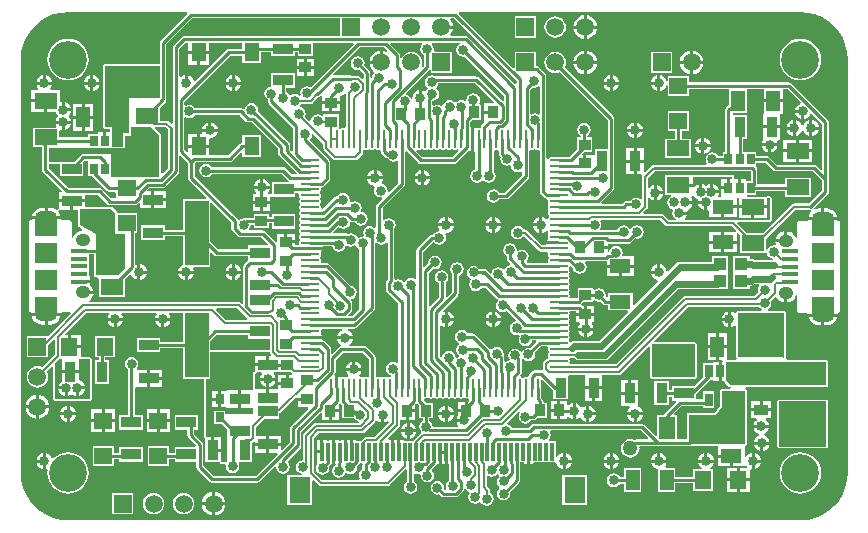
<source format=gtl>
G04 Layer_Physical_Order=1*
G04 Layer_Color=255*
%FSLAX44Y44*%
%MOMM*%
G71*
G01*
G75*
%ADD10C,1.2700*%
%ADD11R,1.1000X1.1000*%
%ADD12R,0.6500X1.1000*%
%ADD13R,1.7000X0.9500*%
%ADD14R,0.3048X1.4986*%
%ADD15R,1.8034X2.2098*%
%ADD16R,1.0000X0.9000*%
%ADD17R,0.7000X0.8500*%
%ADD18R,1.4000X1.5000*%
%ADD19R,0.9500X1.7000*%
%ADD20R,2.0000X5.5000*%
%ADD21R,1.3500X0.4000*%
%ADD22R,1.9000X1.8000*%
%ADD23R,0.9000X1.0000*%
%ADD24R,1.1500X1.8000*%
%ADD25R,1.9000X1.3500*%
%ADD26R,1.8000X1.1500*%
%ADD27R,1.5000X1.4000*%
%ADD28R,0.6500X0.9000*%
%ADD29R,1.3500X1.9000*%
%ADD30R,3.5600X1.4000*%
%ADD31R,1.2200X0.9100*%
%ADD32R,1.3000X1.5500*%
%ADD33O,1.5500X0.2500*%
%ADD34O,0.2500X1.5500*%
%ADD35C,0.2540*%
%ADD36C,0.2100*%
%ADD37C,0.5600*%
%ADD38C,0.2010*%
%ADD39R,1.9000X1.4880*%
%ADD40C,1.5000*%
%ADD41R,1.5000X1.5000*%
%ADD42O,1.2500X1.0500*%
%ADD43O,1.9000X1.2250*%
%ADD44C,3.2000*%
%ADD45R,1.5000X1.5000*%
%ADD46C,0.8400*%
G36*
X1160266Y903740D02*
X1159818Y902392D01*
X1158601Y901887D01*
X1157193Y900807D01*
X1156112Y899399D01*
X1155433Y897759D01*
X1155369Y897270D01*
X1162000D01*
Y896000D01*
X1163270D01*
Y889369D01*
X1163759Y889433D01*
X1165399Y890112D01*
X1166807Y891193D01*
X1167887Y892601D01*
X1168391Y893818D01*
X1169740Y894266D01*
X1178426Y885580D01*
Y847228D01*
X1177252Y846742D01*
X1173747Y850247D01*
X1172831Y850859D01*
X1171750Y851074D01*
X1171750Y851074D01*
X1140170D01*
X1133747Y857497D01*
X1132831Y858109D01*
X1131750Y858324D01*
X1131750Y858324D01*
X1122750D01*
Y861500D01*
X1111324D01*
Y873000D01*
X1115000D01*
Y893000D01*
X1103352D01*
X1102567Y894270D01*
X1102806Y894750D01*
X1114500D01*
Y914926D01*
X1128960D01*
Y906520D01*
X1145540D01*
Y914926D01*
X1149080D01*
X1160266Y903740D01*
D02*
G37*
G36*
X729212Y674362D02*
X729663Y674060D01*
X729278Y672790D01*
X726770D01*
Y665750D01*
X725500D01*
Y664480D01*
X717960D01*
Y660790D01*
X710270D01*
Y653500D01*
X707730D01*
Y660790D01*
X699547D01*
X698374Y660973D01*
Y666500D01*
Y673798D01*
X699108Y674102D01*
X699584Y675250D01*
X703480D01*
X703942Y673980D01*
X703113Y672899D01*
X702433Y671260D01*
X702369Y670770D01*
X715631D01*
X715566Y671260D01*
X714887Y672899D01*
X714058Y673980D01*
X714520Y675250D01*
X719000D01*
X719000Y675750D01*
X727823D01*
X729212Y674362D01*
D02*
G37*
G36*
X1070500Y699000D02*
X1070500Y671250D01*
X1034250D01*
X1034250Y699000D01*
X1070500Y699000D01*
D02*
G37*
G36*
X774314Y910886D02*
X774900Y910531D01*
Y882481D01*
X773630Y881802D01*
X773573Y881840D01*
X772500Y882054D01*
X771427Y881840D01*
X770517Y881233D01*
X769142Y881460D01*
X769000Y881555D01*
Y893500D01*
X756000D01*
Y892959D01*
X754730Y892280D01*
X753474Y893119D01*
X751250Y893562D01*
X749026Y893119D01*
X747141Y891860D01*
X745881Y889974D01*
X745568Y888404D01*
X744196Y887981D01*
X740432Y891745D01*
X740619Y892026D01*
X741062Y894250D01*
X740619Y896474D01*
X739360Y898360D01*
X737474Y899619D01*
X736899Y899734D01*
X736673Y900237D01*
X736504Y901107D01*
X737379Y902417D01*
X739025D01*
X739227Y902377D01*
X739227Y902377D01*
X739228Y902377D01*
X739432Y902418D01*
X745308D01*
X746303Y902616D01*
X747146Y903179D01*
X751904Y907937D01*
X751921Y907941D01*
X752837Y908553D01*
X753690Y909406D01*
X754960Y908880D01*
Y904770D01*
X770040D01*
Y909339D01*
X770760Y909434D01*
X772399Y910113D01*
X773630Y911057D01*
X774314Y910886D01*
D02*
G37*
G36*
X685332Y892924D02*
X685692Y892384D01*
X690127Y887950D01*
X691043Y887338D01*
X692124Y887123D01*
X695133D01*
X717426Y864830D01*
Y861250D01*
X717426Y861250D01*
X717641Y860169D01*
X718253Y859253D01*
X733412Y844094D01*
X732886Y842824D01*
X729296D01*
X724123Y847997D01*
X723207Y848609D01*
X722126Y848824D01*
X722126Y848824D01*
X661968D01*
X661109Y850109D01*
X659224Y851369D01*
X657000Y851812D01*
X654776Y851369D01*
X652890Y850109D01*
X651631Y848224D01*
X651188Y846000D01*
X651631Y843776D01*
X652890Y841890D01*
X654776Y840631D01*
X657000Y840188D01*
X659224Y840631D01*
X661109Y841890D01*
X661968Y843176D01*
X720956D01*
X726129Y838003D01*
X726852Y837520D01*
X726795Y836686D01*
X726641Y836250D01*
X712500D01*
Y826185D01*
X711290Y826040D01*
X711230Y826040D01*
X709391D01*
X708998Y826816D01*
X708897Y827310D01*
X709887Y828601D01*
X710566Y830240D01*
X710631Y830730D01*
X697369D01*
X697433Y830240D01*
X698113Y828601D01*
X699103Y827310D01*
X699002Y826816D01*
X698609Y826040D01*
X696210D01*
Y820270D01*
X711290D01*
Y823605D01*
X712500Y823750D01*
X712560Y823750D01*
X732500D01*
Y827176D01*
X734869D01*
X735485Y826317D01*
X735626Y825906D01*
X735446Y825000D01*
X735660Y823927D01*
X736267Y823017D01*
Y821983D01*
X735660Y821073D01*
X735446Y820000D01*
X735660Y818927D01*
X736040Y818358D01*
X736182Y817500D01*
X736040Y816642D01*
X735660Y816073D01*
X735446Y815000D01*
X735660Y813927D01*
X736040Y813358D01*
X736182Y812500D01*
X736040Y811642D01*
X735660Y811073D01*
X735446Y810000D01*
X735660Y808927D01*
X736267Y808017D01*
Y806983D01*
X735660Y806073D01*
X735446Y805000D01*
X735660Y803927D01*
X736040Y803358D01*
X736182Y802500D01*
X736040Y801642D01*
X735660Y801073D01*
X735446Y800000D01*
X735660Y798927D01*
X736267Y798017D01*
Y796983D01*
X735660Y796073D01*
X735446Y795000D01*
X735660Y793927D01*
X736040Y793358D01*
X736182Y792500D01*
X736040Y791642D01*
X735660Y791073D01*
X735446Y790000D01*
X735660Y788927D01*
X736040Y788358D01*
X736182Y787500D01*
X736040Y786642D01*
X735660Y786073D01*
X735446Y785000D01*
X735626Y784094D01*
X735485Y783683D01*
X734869Y782824D01*
X732040D01*
Y784230D01*
X724500D01*
Y785500D01*
X723230D01*
Y792540D01*
X716960D01*
Y786096D01*
X715690Y785570D01*
X706833Y794427D01*
X705917Y795039D01*
X704836Y795254D01*
X704836Y795254D01*
X693962D01*
X693283Y796524D01*
X694119Y797776D01*
X694562Y800000D01*
X694706Y800176D01*
X697250D01*
Y797000D01*
X710250D01*
Y801246D01*
X712500D01*
Y796750D01*
X732500D01*
Y809250D01*
X712500D01*
Y806894D01*
X710250D01*
Y809000D01*
X697250D01*
Y805824D01*
X691750D01*
X690669Y805609D01*
X690462Y805471D01*
X688750Y805812D01*
X686526Y805369D01*
X685086Y804407D01*
X684139Y804414D01*
X683554Y804769D01*
X683177Y805333D01*
X683177Y805333D01*
X647324Y841186D01*
Y852314D01*
X648166Y853156D01*
X676730D01*
X676730Y853156D01*
X677811Y853371D01*
X678727Y853983D01*
X686327Y861582D01*
X687500Y861096D01*
Y857250D01*
X703500D01*
Y875750D01*
X687500D01*
Y869324D01*
X687250D01*
X686169Y869109D01*
X685253Y868497D01*
X675560Y858804D01*
X659540D01*
Y865230D01*
X641460D01*
Y862178D01*
X640287Y861692D01*
X638364Y863614D01*
Y890381D01*
X639634Y891059D01*
X640276Y890631D01*
X642500Y890188D01*
X644724Y890631D01*
X646609Y891890D01*
X647468Y893176D01*
X685080D01*
X685332Y892924D01*
D02*
G37*
G36*
X1181875Y664000D02*
X1100873D01*
X1097375Y667498D01*
Y684250D01*
X1181625D01*
X1181774Y684399D01*
X1181875Y664000D01*
D02*
G37*
G36*
X835816Y648440D02*
X837000Y647256D01*
Y636250D01*
X840176D01*
Y634218D01*
X838891Y633359D01*
X837631Y631474D01*
X837188Y629250D01*
X837631Y627026D01*
X838779Y625308D01*
X838885Y624842D01*
X838874Y624266D01*
X838740Y623713D01*
X833136Y618108D01*
X832572Y617265D01*
X832510Y616953D01*
X824052D01*
Y617993D01*
X821258D01*
Y607960D01*
X818718D01*
Y617993D01*
X816178D01*
Y607960D01*
X813638D01*
Y617993D01*
X811557D01*
X811031Y619263D01*
X820438Y628670D01*
X821002Y629514D01*
X821200Y630509D01*
Y635210D01*
X825730D01*
Y642750D01*
X827000D01*
Y644020D01*
X834040D01*
Y648296D01*
X834184Y648440D01*
X834715Y648566D01*
X835285D01*
X835816Y648440D01*
D02*
G37*
G36*
X1069941Y824174D02*
X1070694Y823194D01*
X1072102Y822113D01*
X1073034Y821727D01*
X1073434Y820760D01*
X1073370Y820271D01*
X1080001D01*
Y819001D01*
X1081271D01*
Y812370D01*
X1081690Y812425D01*
X1082026Y812412D01*
X1082960Y811788D01*
Y806960D01*
X1093230D01*
Y815250D01*
X1094500D01*
Y816520D01*
X1106040D01*
Y822750D01*
X1107710D01*
Y816770D01*
X1131790D01*
Y822750D01*
X1134000D01*
Y804000D01*
X1062839D01*
X1062426Y804928D01*
X1062366Y805270D01*
X1063388Y806602D01*
X1064067Y808241D01*
X1064132Y808731D01*
X1057501D01*
Y811271D01*
X1064132D01*
X1064067Y811760D01*
X1064468Y812727D01*
X1065400Y813113D01*
X1066808Y814194D01*
X1067888Y815602D01*
X1068567Y817241D01*
X1068632Y817731D01*
X1062001D01*
Y820271D01*
X1068632D01*
X1068567Y820760D01*
X1067888Y822400D01*
X1067580Y822801D01*
X1068011Y824124D01*
X1068790Y824460D01*
X1069941Y824174D01*
D02*
G37*
G36*
X919676Y921913D02*
Y919901D01*
X918406Y919375D01*
X878574Y959207D01*
X877657Y959819D01*
X876577Y960034D01*
X876577Y960034D01*
X864227D01*
X863601Y961304D01*
X864470Y962437D01*
X865482Y964879D01*
X865659Y966230D01*
X855700D01*
Y968770D01*
X865659D01*
X865482Y970121D01*
X864470Y972563D01*
X863440Y973906D01*
X864066Y975176D01*
X866413D01*
X919676Y921913D01*
D02*
G37*
G36*
X1046205Y799412D02*
X1047049Y798848D01*
X1048044Y798650D01*
X1101923D01*
X1105763Y794810D01*
X1105237Y793540D01*
X1105183Y793540D01*
X1105183Y793540D01*
X1105103Y793540D01*
X1095770D01*
Y786520D01*
X1106040D01*
X1106040Y792603D01*
Y792683D01*
D01*
X1106040Y792737D01*
X1106202Y792804D01*
X1107310Y793263D01*
X1108750Y791823D01*
Y776250D01*
X1130699D01*
X1130750Y776250D01*
X1131897Y775952D01*
X1132131Y774776D01*
X1133391Y772890D01*
X1135276Y771631D01*
X1136415Y771404D01*
X1136290Y770134D01*
X1131885D01*
X1131206Y769999D01*
X1121501D01*
X1121400Y770100D01*
X1119978Y771050D01*
X1118300Y771384D01*
X1117000D01*
Y774000D01*
X1103000D01*
Y760000D01*
X1103000D01*
Y759750D01*
X1103000D01*
Y745750D01*
X1117000D01*
Y748366D01*
X1118300D01*
X1119978Y748699D01*
X1121400Y749650D01*
X1121501Y749751D01*
X1124863D01*
X1125387Y748481D01*
X1124381Y746974D01*
X1123938Y744750D01*
X1124293Y742969D01*
X1121373Y740050D01*
X1062306D01*
X1061311Y739852D01*
X1060467Y739288D01*
X1003779Y682600D01*
X964981D01*
X964302Y683870D01*
X964340Y683927D01*
X964554Y685000D01*
X964340Y686073D01*
X964275Y686171D01*
X964954Y687441D01*
X968540D01*
X968905Y686895D01*
X970328Y685944D01*
X972005Y685611D01*
X994495D01*
X996172Y685944D01*
X997595Y686895D01*
X999850Y689150D01*
X999850Y689150D01*
X1056266Y745566D01*
X1089200D01*
X1090126Y745750D01*
X1099000D01*
Y759750D01*
X1099000Y759750D01*
Y760000D01*
X1099000D01*
X1099000Y761020D01*
Y774000D01*
X1085000D01*
Y768584D01*
X1057811D01*
X1056133Y768251D01*
X1054710Y767300D01*
X1048001Y760591D01*
X1046660Y761046D01*
X1046566Y761759D01*
X1045887Y763399D01*
X1044807Y764807D01*
X1043399Y765887D01*
X1041759Y766566D01*
X1041270Y766631D01*
Y760000D01*
X1040000D01*
Y758730D01*
X1033369D01*
X1033433Y758240D01*
X1034112Y756601D01*
X1035193Y755193D01*
X1036601Y754112D01*
X1038240Y753433D01*
X1038954Y753339D01*
X1039409Y751999D01*
X1019173Y731763D01*
X1018000Y732249D01*
Y742250D01*
X997000D01*
Y739060D01*
X995823Y738565D01*
X995065Y739258D01*
X995312Y740500D01*
X994869Y742724D01*
X993609Y744610D01*
X991724Y745869D01*
X989500Y746312D01*
X987276Y745869D01*
X985770Y744863D01*
X984574Y745358D01*
X984500Y745426D01*
Y746500D01*
X971500D01*
Y737994D01*
X971330Y737824D01*
X965131D01*
X964515Y738683D01*
X964374Y739094D01*
X964554Y740000D01*
X964340Y741073D01*
X963960Y741642D01*
X963818Y742500D01*
X963960Y743358D01*
X964340Y743927D01*
X964554Y745000D01*
X964340Y746073D01*
X963733Y746983D01*
Y748017D01*
X964340Y748927D01*
X964554Y750000D01*
X964340Y751073D01*
X963960Y751642D01*
X963818Y752500D01*
X963960Y753358D01*
X964340Y753927D01*
X964554Y755000D01*
X964340Y756073D01*
X963733Y756983D01*
Y758017D01*
X964340Y758927D01*
X964554Y760000D01*
X964340Y761073D01*
X963960Y761642D01*
X963818Y762500D01*
X963960Y763358D01*
X964340Y763927D01*
X964430Y764380D01*
X965786Y764820D01*
X967707Y762899D01*
X967881Y762026D01*
X969140Y760141D01*
X971026Y758881D01*
X973250Y758438D01*
X975474Y758881D01*
X977359Y760141D01*
X978619Y762026D01*
X979062Y764250D01*
X978619Y766474D01*
X977676Y767886D01*
X978280Y769156D01*
X995813D01*
X995813Y769156D01*
X995960Y769035D01*
Y766270D01*
X1019040D01*
Y773290D01*
X1009889D01*
X1009198Y774560D01*
X1009586Y776511D01*
X1009144Y778735D01*
X1007884Y780620D01*
X1005999Y781880D01*
X1003775Y782323D01*
X1001551Y781880D01*
X999665Y780620D01*
X998405Y778735D01*
X998110Y777250D01*
X998060Y777190D01*
X996790Y777356D01*
Y779730D01*
X989750D01*
Y782270D01*
X996790D01*
Y783942D01*
X997125Y784218D01*
X1014792D01*
X1014792Y784218D01*
X1015873Y784433D01*
X1016789Y785045D01*
X1020234Y788490D01*
X1021750Y788188D01*
X1023974Y788631D01*
X1025860Y789891D01*
X1027119Y791776D01*
X1027562Y794000D01*
X1027119Y796224D01*
X1025860Y798110D01*
X1023974Y799369D01*
X1021750Y799812D01*
X1019526Y799369D01*
X1017641Y798110D01*
X1016737Y796757D01*
X1015292Y796763D01*
X1014384Y798121D01*
X1012499Y799381D01*
X1010275Y799824D01*
X1008051Y799381D01*
X1006165Y798121D01*
X1004906Y796236D01*
X1004786Y795634D01*
X991231D01*
X990552Y796904D01*
X991143Y797788D01*
X991585Y800012D01*
X991143Y802236D01*
X990705Y802892D01*
X991383Y804162D01*
X1041455D01*
X1046205Y799412D01*
D02*
G37*
G36*
X945985Y696317D02*
X946126Y695906D01*
X945946Y695000D01*
X946160Y693927D01*
X946767Y693017D01*
Y691983D01*
X946160Y691073D01*
X945946Y690000D01*
X946160Y688927D01*
X946339Y688658D01*
X946370Y688455D01*
X946064Y687126D01*
X946003Y687049D01*
X945689Y686838D01*
X942512Y683661D01*
X941948Y682818D01*
X941750Y681823D01*
Y678177D01*
X941803Y677910D01*
X940952Y676898D01*
X940780Y676818D01*
X940750Y676824D01*
X940750Y676824D01*
X935000D01*
X935000Y676824D01*
X933919Y676609D01*
X933003Y675997D01*
X930503Y673497D01*
X929891Y672581D01*
X929787Y672057D01*
X928675Y671400D01*
X928406Y671374D01*
X927500Y671554D01*
X926427Y671340D01*
X925517Y670733D01*
X924483D01*
X923573Y671340D01*
X923204Y671414D01*
X922786Y672792D01*
X923337Y673343D01*
X923337Y673343D01*
X923950Y674259D01*
X924165Y675340D01*
X924165Y675340D01*
Y686064D01*
X925434Y686449D01*
X925640Y686141D01*
X927526Y684881D01*
X929750Y684438D01*
X931974Y684881D01*
X933859Y686141D01*
X935119Y688026D01*
X935562Y690250D01*
X935260Y691766D01*
X940670Y697176D01*
X945369D01*
X945985Y696317D01*
D02*
G37*
G36*
X939396Y916705D02*
Y894113D01*
X938126Y893434D01*
X937474Y893869D01*
X935250Y894312D01*
X933026Y893869D01*
X932374Y893434D01*
X931104Y894113D01*
Y914360D01*
X932984Y916240D01*
X934500Y915938D01*
X936724Y916381D01*
X938126Y917317D01*
X939396Y916705D01*
D02*
G37*
G36*
X1113000Y659500D02*
Y614500D01*
X1066000D01*
X1065500Y615000D01*
Y639250D01*
X1088500D01*
X1093750Y646000D01*
Y659500D01*
X1106849Y659599D01*
X1113099D01*
X1113000Y659500D01*
D02*
G37*
G36*
X794676Y686580D02*
Y672131D01*
X793817Y671515D01*
X793406Y671374D01*
X792500Y671554D01*
X791427Y671340D01*
X790858Y670960D01*
X790000Y670818D01*
X789142Y670960D01*
X788573Y671340D01*
X787500Y671554D01*
X786357Y672622D01*
X786332Y672770D01*
X786557Y672943D01*
X787637Y674351D01*
X788316Y675991D01*
X788381Y676480D01*
X775119D01*
X775183Y675991D01*
X775863Y674351D01*
X776943Y672943D01*
X777155Y672780D01*
X776839Y671422D01*
X776427Y671340D01*
X775858Y670960D01*
X775000Y670818D01*
X774142Y670960D01*
X773573Y671340D01*
X772500Y671554D01*
X771427Y671340D01*
X771317Y671267D01*
X770232Y671482D01*
X768979Y672320D01*
X768770Y672362D01*
Y662250D01*
X766230D01*
Y672362D01*
X766087Y672333D01*
X766007Y672388D01*
X765457Y673499D01*
X765787Y673829D01*
X765787Y673829D01*
X766399Y674746D01*
X766614Y675827D01*
X766614Y675827D01*
Y685870D01*
X772420Y691676D01*
X789580D01*
X794676Y686580D01*
D02*
G37*
G36*
X558250Y652250D02*
X529250D01*
Y682923D01*
X532577Y686250D01*
X534460D01*
Y676770D01*
X549040D01*
Y686250D01*
X558250D01*
Y652250D01*
D02*
G37*
G36*
X710948Y691458D02*
X711512Y690614D01*
X712162Y689963D01*
X711676Y688790D01*
X710270D01*
Y681500D01*
X709000D01*
Y680230D01*
X697960D01*
Y675250D01*
X696750D01*
Y666500D01*
Y660973D01*
X696540Y659790D01*
X695480Y659790D01*
X686770D01*
Y652500D01*
Y645210D01*
X695480D01*
X696540Y645210D01*
X696750Y644027D01*
Y639500D01*
X674500D01*
X674500Y639500D01*
Y639500D01*
X673250Y639548D01*
Y642750D01*
X663250D01*
Y631250D01*
X670006D01*
X674500Y626756D01*
Y599500D01*
X669790D01*
Y607730D01*
X662500D01*
Y609000D01*
X661230D01*
Y620040D01*
X656750D01*
Y665750D01*
Y669250D01*
X660500D01*
Y692250D01*
X710790D01*
X710948Y691458D01*
D02*
G37*
G36*
X1118000Y845244D02*
Y837500D01*
X1114290D01*
Y838540D01*
X1109770D01*
Y831500D01*
X1107230D01*
Y838540D01*
X1104124D01*
Y840750D01*
X1103648Y841898D01*
X1102500Y842374D01*
X1068790D01*
X1067803Y841965D01*
X1067750Y842000D01*
Y842000D01*
X1045750D01*
Y825500D01*
X1050356D01*
X1050475Y825181D01*
X1050567Y824230D01*
X1048891Y823110D01*
X1047632Y821225D01*
X1047189Y819001D01*
X1047632Y816777D01*
X1048891Y814891D01*
X1050777Y813631D01*
X1051681Y813452D01*
X1052060Y812538D01*
X1052101Y812073D01*
X1051689Y810001D01*
X1052132Y807777D01*
X1053391Y805891D01*
X1054546Y805120D01*
X1054161Y803850D01*
X1049121D01*
X1044370Y808601D01*
X1043527Y809164D01*
X1042532Y809362D01*
X1027507D01*
X1027021Y810536D01*
X1030088Y813603D01*
X1030652Y814447D01*
X1030850Y815442D01*
Y822433D01*
X1032120Y822864D01*
X1032443Y822443D01*
X1033851Y821363D01*
X1035490Y820684D01*
X1035980Y820619D01*
Y827250D01*
Y833881D01*
X1035490Y833817D01*
X1033851Y833137D01*
X1032443Y832057D01*
X1032120Y831636D01*
X1030850Y832067D01*
Y839673D01*
X1036583Y845406D01*
X1117838D01*
X1118000Y845244D01*
D02*
G37*
G36*
X617250Y875750D02*
Y864000D01*
X617250Y840750D01*
X594500Y840750D01*
X576750Y840750D01*
Y864750D01*
X588250D01*
Y875250D01*
X593500Y875250D01*
X593500Y883250D01*
X609750Y883250D01*
X617250Y875750D01*
D02*
G37*
G36*
X617500Y907250D02*
X591250D01*
X591250Y877500D01*
X586100Y877500D01*
X586100Y866250D01*
X577040D01*
Y880460D01*
Y883000D01*
X571250D01*
Y934750D01*
X617500D01*
Y907250D01*
D02*
G37*
G36*
X557000Y853250D02*
X557000Y853250D01*
X557000Y853250D01*
Y841250D01*
X560256D01*
X572503Y829003D01*
X572503Y829003D01*
X573419Y828391D01*
X574500Y828176D01*
X579852D01*
X580750Y827278D01*
Y823000D01*
X579656Y822574D01*
X576436D01*
X568643Y830367D01*
X567727Y830979D01*
X566646Y831194D01*
X566646Y831194D01*
X540300D01*
X523574Y847920D01*
Y851876D01*
X533000D01*
Y841000D01*
X553000D01*
Y853256D01*
X554170Y854426D01*
X556772D01*
X557000Y853250D01*
D02*
G37*
G36*
X576750Y860250D02*
X552000Y860250D01*
X549500Y857750D01*
X545250Y853500D01*
X523574D01*
X523574Y864750D01*
X576750Y864750D01*
X576750Y860250D01*
D02*
G37*
G36*
X861427Y863660D02*
X862500Y863446D01*
X863573Y863660D01*
X864142Y864040D01*
X865000Y864182D01*
X865858Y864040D01*
X866427Y863660D01*
X867500Y863446D01*
X868573Y863660D01*
X869254Y864115D01*
X870311Y863818D01*
X870506Y862565D01*
X865265Y857324D01*
X839735D01*
X834927Y862132D01*
X835051Y863396D01*
X835232Y863518D01*
X836317Y863733D01*
X836427Y863660D01*
X837500Y863446D01*
X838573Y863660D01*
X839142Y864040D01*
X840000Y864182D01*
X840858Y864040D01*
X841427Y863660D01*
X842500Y863446D01*
X843573Y863660D01*
X844483Y864267D01*
X845517D01*
X846427Y863660D01*
X847500Y863446D01*
X848573Y863660D01*
X849142Y864040D01*
X850000Y864182D01*
X850858Y864040D01*
X851427Y863660D01*
X852500Y863446D01*
X853573Y863660D01*
X854142Y864040D01*
X855000Y864182D01*
X855858Y864040D01*
X856427Y863660D01*
X857500Y863446D01*
X858573Y863660D01*
X859483Y864267D01*
X860517D01*
X861427Y863660D01*
D02*
G37*
G36*
X624426Y880944D02*
Y848003D01*
X620047Y843624D01*
X618874Y844110D01*
X618873Y864000D01*
Y875750D01*
X618398Y876898D01*
X613416Y881880D01*
X613942Y883150D01*
X622219D01*
X624426Y880944D01*
D02*
G37*
G36*
X861427Y653160D02*
X862500Y652946D01*
X863573Y653160D01*
X864142Y653540D01*
X865000Y653682D01*
X865858Y653540D01*
X866427Y653160D01*
X867500Y652946D01*
X868573Y653160D01*
X869142Y653540D01*
X870000Y653682D01*
X870858Y653540D01*
X871427Y653160D01*
X872500Y652946D01*
X873573Y653160D01*
X874142Y653540D01*
X875000Y653682D01*
X875858Y653540D01*
X876427Y653160D01*
X877500Y652946D01*
X878041Y653054D01*
X879202Y652247D01*
X879266Y651260D01*
X878296Y650290D01*
X878270D01*
Y642750D01*
X877000D01*
Y641480D01*
X869960D01*
Y638332D01*
X869631Y637903D01*
X868952Y636264D01*
X868887Y635774D01*
X875518D01*
Y633234D01*
X868887D01*
X868952Y632745D01*
X869631Y631105D01*
X870384Y630124D01*
X869824Y628854D01*
X849136D01*
X848812Y629250D01*
X848369Y631474D01*
X847110Y633359D01*
X845824Y634218D01*
Y636250D01*
X849000D01*
Y649250D01*
X842994D01*
X840937Y651307D01*
X840995Y652116D01*
X842251Y652996D01*
X842500Y652946D01*
X843573Y653160D01*
X844142Y653540D01*
X845000Y653682D01*
X845858Y653540D01*
X846427Y653160D01*
X847500Y652946D01*
X848573Y653160D01*
X849142Y653540D01*
X850000Y653682D01*
X850858Y653540D01*
X851427Y653160D01*
X852500Y652946D01*
X853573Y653160D01*
X854142Y653540D01*
X855000Y653682D01*
X855858Y653540D01*
X856427Y653160D01*
X857500Y652946D01*
X858573Y653160D01*
X859483Y653767D01*
X860517D01*
X861427Y653160D01*
D02*
G37*
G36*
X807770Y632619D02*
X808260Y632683D01*
X809899Y633363D01*
X810339Y633700D01*
X811191Y633620D01*
X811782Y633207D01*
X811765Y632691D01*
X799676Y620603D01*
X792516D01*
X791521Y620405D01*
X790677Y619841D01*
X788178Y617342D01*
X787918Y616953D01*
X784174D01*
Y617993D01*
X781380D01*
Y607960D01*
X778840D01*
Y617993D01*
X776300D01*
Y607960D01*
X773760D01*
Y617993D01*
X770966D01*
Y616953D01*
X769188D01*
Y617993D01*
X766394D01*
Y607960D01*
Y597927D01*
X766426D01*
Y596468D01*
X765141Y595610D01*
X763881Y593724D01*
X763438Y591500D01*
X763881Y589276D01*
X765141Y587391D01*
X767026Y586131D01*
X769250Y585688D01*
X771474Y586131D01*
X773360Y587391D01*
X774619Y589276D01*
X774668Y589519D01*
X775841Y590005D01*
X776776Y589381D01*
X779000Y588938D01*
X781224Y589381D01*
X783110Y590640D01*
X784369Y592526D01*
X784812Y594750D01*
X784649Y595570D01*
X786933Y597855D01*
X787441Y598615D01*
X788215Y598671D01*
X788534Y598623D01*
X789285Y597494D01*
X789190Y597014D01*
X789190Y597014D01*
Y593220D01*
X787905Y592361D01*
X786645Y590476D01*
X786203Y588252D01*
X786645Y586028D01*
X787083Y585372D01*
X786404Y584102D01*
X755075D01*
X748100Y591077D01*
Y619423D01*
X752077Y623400D01*
X789137D01*
X790132Y623598D01*
X790975Y624162D01*
X799688Y632874D01*
X800252Y633718D01*
X800334Y634128D01*
X801692Y634445D01*
X801693Y634443D01*
X803101Y633363D01*
X804741Y632683D01*
X805230Y632619D01*
Y639250D01*
X807770D01*
Y632619D01*
D02*
G37*
G36*
X770500Y960034D02*
X638460D01*
X637379Y959819D01*
X636463Y959207D01*
X629503Y952247D01*
X628891Y951331D01*
X628676Y950250D01*
X628676Y950250D01*
Y900611D01*
X628666Y900561D01*
Y891440D01*
X628676Y891389D01*
Y885843D01*
X627406Y885317D01*
X625134Y887589D01*
X624291Y888152D01*
X623296Y888350D01*
X617500D01*
Y899256D01*
X622497Y904253D01*
X623109Y905169D01*
X623324Y906250D01*
Y953080D01*
X645420Y975176D01*
X770500D01*
Y960034D01*
D02*
G37*
G36*
X900543Y903963D02*
X900057Y902790D01*
X892460D01*
Y896520D01*
X899500D01*
Y893980D01*
X892460D01*
Y887710D01*
X892460Y887710D01*
X892460D01*
X892075Y886569D01*
X890503Y884997D01*
X889891Y884081D01*
X889676Y883000D01*
X889676Y883000D01*
Y882631D01*
X888817Y882015D01*
X888406Y881874D01*
X887500Y882054D01*
X886427Y881840D01*
X886317Y881767D01*
X885232Y881982D01*
X883979Y882820D01*
X883770Y882862D01*
Y872750D01*
Y862327D01*
X884676Y861734D01*
Y846749D01*
X884026Y846619D01*
X882141Y845359D01*
X880881Y843474D01*
X880438Y841250D01*
X880881Y839026D01*
X882141Y837141D01*
X884026Y835881D01*
X886250Y835438D01*
X888474Y835881D01*
X890359Y837141D01*
X890615Y837523D01*
X891885D01*
X892141Y837141D01*
X894026Y835881D01*
X896250Y835438D01*
X898474Y835881D01*
X900359Y837141D01*
X901619Y839026D01*
X902062Y841250D01*
X901619Y843474D01*
X900359Y845359D01*
X900324Y845383D01*
Y862869D01*
X901183Y863485D01*
X901594Y863626D01*
X902500Y863446D01*
X903406Y863626D01*
X903817Y863485D01*
X904676Y862869D01*
Y860250D01*
X904676Y860250D01*
X904891Y859169D01*
X905503Y858253D01*
X906240Y857516D01*
X905938Y856000D01*
X906381Y853776D01*
X907641Y851890D01*
X909526Y850631D01*
X911750Y850188D01*
X913508Y850538D01*
X914074Y850527D01*
X914871Y849702D01*
X915151Y848291D01*
X916411Y846405D01*
X918297Y845145D01*
X920520Y844703D01*
X922745Y845145D01*
X923406Y845587D01*
X924676Y844908D01*
Y842170D01*
X909830Y827324D01*
X905218D01*
X904360Y828609D01*
X902474Y829869D01*
X900250Y830312D01*
X898026Y829869D01*
X896141Y828609D01*
X894881Y826724D01*
X894438Y824500D01*
X894881Y822276D01*
X896141Y820390D01*
X898026Y819131D01*
X900250Y818688D01*
X902474Y819131D01*
X904360Y820390D01*
X905218Y821676D01*
X911000D01*
X911000Y821676D01*
X912081Y821891D01*
X912997Y822503D01*
X929497Y839003D01*
X929497Y839003D01*
X930109Y839919D01*
X930324Y841000D01*
X930324Y841000D01*
Y862869D01*
X931183Y863485D01*
X931594Y863626D01*
X932500Y863446D01*
X933573Y863660D01*
X934483Y864267D01*
X935517D01*
X936427Y863660D01*
X937500Y863446D01*
X938026Y863551D01*
X939296Y862731D01*
Y828066D01*
X939296Y828066D01*
X939511Y826985D01*
X940123Y826069D01*
X943189Y823003D01*
X944106Y822391D01*
X945186Y822176D01*
X945186Y822176D01*
X945369D01*
X945985Y821317D01*
X946126Y820906D01*
X945946Y820000D01*
X946160Y818927D01*
X946540Y818358D01*
X946682Y817500D01*
X946540Y816642D01*
X946160Y816073D01*
X945946Y815000D01*
X946160Y813927D01*
X946540Y813358D01*
X946682Y812500D01*
X946540Y811642D01*
X946160Y811073D01*
X945946Y810000D01*
X946160Y808927D01*
X946767Y808017D01*
Y806983D01*
X946160Y806073D01*
X946011Y805324D01*
X945030Y804903D01*
X944724Y804871D01*
X943399Y805887D01*
X941759Y806566D01*
X941270Y806631D01*
Y800000D01*
Y793369D01*
X941759Y793433D01*
X943399Y794112D01*
X944724Y795129D01*
X945030Y795097D01*
X946011Y794675D01*
X946160Y793927D01*
X946540Y793358D01*
X946682Y792500D01*
X946540Y791642D01*
X946160Y791073D01*
X945946Y790000D01*
X946160Y788927D01*
X946233Y788817D01*
X946018Y787732D01*
X945180Y786479D01*
X945138Y786270D01*
X955250D01*
Y783730D01*
X945031D01*
X944384Y782600D01*
X941650D01*
X928912Y795338D01*
X928068Y795902D01*
X927073Y796100D01*
X925868D01*
X924859Y797609D01*
X922974Y798869D01*
X920750Y799312D01*
X918526Y798869D01*
X916640Y797609D01*
X915381Y795724D01*
X914938Y793500D01*
X915381Y791276D01*
X916640Y789390D01*
X918526Y788131D01*
X920750Y787688D01*
X922974Y788131D01*
X924859Y789390D01*
X925200Y789900D01*
X926835Y790061D01*
X938735Y778161D01*
X939578Y777598D01*
X940573Y777400D01*
X945519D01*
X946198Y776130D01*
X946160Y776073D01*
X945946Y775000D01*
X946160Y773927D01*
X946767Y773017D01*
Y771983D01*
X946160Y771073D01*
X945946Y770000D01*
X946126Y769094D01*
X945985Y768683D01*
X945369Y767824D01*
X929250D01*
X928341Y768956D01*
X928360Y769140D01*
X929619Y771026D01*
X930062Y773250D01*
X929619Y775474D01*
X928360Y777359D01*
X926474Y778619D01*
X924250Y779062D01*
X922026Y778619D01*
X921302Y778136D01*
X920857Y778273D01*
X920023Y778808D01*
X919640Y780735D01*
X918380Y782621D01*
X916494Y783880D01*
X914270Y784323D01*
X912046Y783880D01*
X910161Y782621D01*
X908901Y780735D01*
X908459Y778511D01*
X908901Y776287D01*
X910161Y774402D01*
X911446Y773543D01*
Y771418D01*
X911446Y771418D01*
X911661Y770337D01*
X912273Y769421D01*
X912621Y769073D01*
X914440Y767254D01*
X914022Y765876D01*
X912546Y765582D01*
X910660Y764322D01*
X909715Y762907D01*
X908542Y762655D01*
X908194Y762743D01*
X906494Y763879D01*
X904270Y764322D01*
X902046Y763879D01*
X900160Y762620D01*
X898901Y760734D01*
X898594Y759196D01*
X897216Y758778D01*
X893747Y762247D01*
X892831Y762859D01*
X891750Y763074D01*
X890669Y762859D01*
X890258Y762585D01*
X888237D01*
X887378Y763870D01*
X885493Y765129D01*
X883269Y765572D01*
X881045Y765129D01*
X879159Y763870D01*
X877899Y761984D01*
X877457Y759760D01*
X877899Y757536D01*
X879159Y755651D01*
X880381Y754835D01*
X880959Y754092D01*
X880705Y753207D01*
X879881Y751974D01*
X879438Y749750D01*
X879881Y747526D01*
X881141Y745640D01*
X883026Y744381D01*
X885250Y743938D01*
X887474Y744381D01*
X889360Y745640D01*
X890218Y746926D01*
X893580D01*
X902503Y738003D01*
X902503Y738003D01*
X903419Y737391D01*
X903787Y737318D01*
X904055Y735969D01*
X903891Y735860D01*
X902631Y733974D01*
X902188Y731750D01*
X902631Y729526D01*
X903891Y727641D01*
X905776Y726381D01*
X908000Y725938D01*
X910224Y726381D01*
X911214Y727042D01*
X918829Y719427D01*
X918411Y718049D01*
X917546Y717877D01*
X915661Y716617D01*
X914401Y714732D01*
X913959Y712508D01*
X914401Y710284D01*
X915661Y708399D01*
X917546Y707139D01*
X919771Y706696D01*
X921577Y707056D01*
X922340Y706070D01*
X922359Y705940D01*
X921881Y705224D01*
X921438Y703000D01*
X921881Y700776D01*
X923140Y698891D01*
X925026Y697631D01*
X927250Y697188D01*
X929474Y697631D01*
X931359Y698891D01*
X932619Y700776D01*
X932898Y702176D01*
X935885D01*
X936412Y700906D01*
X931266Y695760D01*
X929750Y696062D01*
X927526Y695619D01*
X925640Y694360D01*
X924651Y692878D01*
X923398Y692734D01*
X923181Y692791D01*
X922630Y693616D01*
X920744Y694876D01*
X918520Y695318D01*
X916296Y694876D01*
X914411Y693616D01*
X913151Y691731D01*
X912709Y689507D01*
X913151Y687283D01*
X913824Y686275D01*
X913822Y686212D01*
X913182Y684951D01*
X911546Y684626D01*
X910634Y684016D01*
X909364Y684695D01*
Y687737D01*
X909149Y688817D01*
X908761Y689398D01*
X909081Y691007D01*
X908639Y693231D01*
X907379Y695116D01*
X905494Y696376D01*
X903270Y696818D01*
X901046Y696376D01*
X899160Y695116D01*
X898831Y694624D01*
X897330Y694664D01*
X884747Y707247D01*
X883831Y707859D01*
X882750Y708074D01*
X882750Y708074D01*
X878218D01*
X877359Y709360D01*
X875474Y710619D01*
X873250Y711062D01*
X871026Y710619D01*
X869140Y709360D01*
X867881Y707474D01*
X867438Y705250D01*
X867881Y703026D01*
X869140Y701141D01*
X870891Y699971D01*
X871054Y699273D01*
X871086Y698574D01*
X870390Y698109D01*
X869131Y696224D01*
X868688Y694000D01*
X869131Y691776D01*
X870390Y689891D01*
X871025Y689466D01*
X870794Y688126D01*
X869280Y687114D01*
X868683Y687303D01*
X868082Y687633D01*
X868025Y687686D01*
X867619Y689724D01*
X866359Y691609D01*
X864474Y692869D01*
X862250Y693312D01*
X860026Y692869D01*
X858140Y691609D01*
X856881Y689724D01*
X856637Y688497D01*
X855417Y688093D01*
X854555Y688801D01*
Y714082D01*
X855825Y714708D01*
X856601Y714112D01*
X858240Y713433D01*
X858730Y713369D01*
Y720000D01*
Y726631D01*
X858240Y726566D01*
X857848Y726404D01*
X857129Y727481D01*
X869747Y740099D01*
X869747Y740099D01*
X870359Y741015D01*
X870574Y742096D01*
Y756952D01*
X871474Y757131D01*
X873360Y758391D01*
X874619Y760276D01*
X875062Y762500D01*
X874619Y764724D01*
X873360Y766609D01*
X871474Y767869D01*
X869250Y768312D01*
X867026Y767869D01*
X865141Y766609D01*
X863881Y764724D01*
X863438Y762500D01*
X863881Y760276D01*
X864926Y758712D01*
Y743266D01*
X860765Y739105D01*
X859592Y739591D01*
Y751127D01*
X860359Y751640D01*
X861619Y753526D01*
X862062Y755750D01*
X861619Y757974D01*
X860359Y759859D01*
X858474Y761119D01*
X856250Y761562D01*
X854026Y761119D01*
X852141Y759859D01*
X850881Y757974D01*
X850438Y755750D01*
X850881Y753526D01*
X852141Y751640D01*
X853943Y750436D01*
Y738845D01*
X846448Y731350D01*
X845275Y731836D01*
Y759530D01*
X848608Y762864D01*
X850750Y762438D01*
X852974Y762881D01*
X854859Y764140D01*
X856119Y766026D01*
X856562Y768250D01*
X856119Y770474D01*
X854859Y772359D01*
X852974Y773619D01*
X850750Y774062D01*
X848526Y773619D01*
X846640Y772359D01*
X845381Y770474D01*
X844938Y768250D01*
X845116Y767360D01*
X841808Y764052D01*
X840635Y764538D01*
Y777390D01*
X848629Y785385D01*
X849893Y785261D01*
X850141Y784891D01*
X852026Y783631D01*
X854250Y783188D01*
X856474Y783631D01*
X858359Y784891D01*
X859619Y786776D01*
X860062Y789000D01*
X859619Y791224D01*
X859072Y792043D01*
X859808Y793227D01*
X860000Y793202D01*
X861759Y793433D01*
X863399Y794112D01*
X864807Y795193D01*
X865887Y796601D01*
X866566Y798240D01*
X866631Y798730D01*
X853369D01*
X853433Y798240D01*
X854112Y796601D01*
X854535Y796050D01*
X854433Y795605D01*
X853933Y794749D01*
X852026Y794369D01*
X850141Y793110D01*
X849282Y791824D01*
X848250D01*
X848250Y791824D01*
X847169Y791609D01*
X846253Y790997D01*
X846253Y790997D01*
X835813Y780557D01*
X835201Y779641D01*
X834986Y778560D01*
X834986Y778560D01*
Y754472D01*
X833716Y753793D01*
X832464Y754629D01*
X830240Y755071D01*
X828016Y754629D01*
X826131Y753369D01*
X825224Y752012D01*
X823761Y751916D01*
X823625Y752119D01*
X821740Y753379D01*
X819516Y753821D01*
X817594Y753439D01*
X816324Y754144D01*
Y796960D01*
X816869Y797776D01*
X817312Y800000D01*
X816869Y802224D01*
X815610Y804109D01*
X813724Y805369D01*
X811500Y805812D01*
X809276Y805369D01*
X807594Y804246D01*
X806324Y804626D01*
Y814330D01*
X824497Y832503D01*
X825109Y833419D01*
X825324Y834500D01*
X825324Y834500D01*
Y861950D01*
X826594Y862477D01*
X836568Y852503D01*
X836568Y852503D01*
X837484Y851891D01*
X838565Y851676D01*
X866435D01*
X866435Y851676D01*
X867516Y851891D01*
X868432Y852503D01*
X878729Y862800D01*
X879688Y863463D01*
X880613Y862952D01*
X881021Y862680D01*
X881230Y862638D01*
Y872750D01*
Y883200D01*
X880352Y883784D01*
Y887358D01*
X881744Y888750D01*
X889500D01*
Y901750D01*
X888697D01*
X888098Y902870D01*
X888369Y903276D01*
X888812Y905500D01*
X888369Y907724D01*
X887110Y909610D01*
X885224Y910869D01*
X883000Y911312D01*
X880776Y910869D01*
X878891Y909610D01*
X877631Y907724D01*
X877188Y905500D01*
X876026Y904833D01*
X875224Y905369D01*
X873000Y905812D01*
X870776Y905369D01*
X868891Y904109D01*
X868635Y903727D01*
X867365D01*
X867110Y904109D01*
X865224Y905369D01*
X863000Y905812D01*
X860776Y905369D01*
X858891Y904109D01*
X857631Y902224D01*
X857403Y901077D01*
X856002Y900544D01*
X854741Y901386D01*
X852517Y901829D01*
X850293Y901386D01*
X849641Y900951D01*
X848372Y901629D01*
Y904837D01*
X848517Y904956D01*
X850741Y905398D01*
X852626Y906658D01*
X853886Y908544D01*
X854329Y910768D01*
X853886Y912992D01*
X852626Y914877D01*
X851869Y915383D01*
Y916276D01*
X851991Y916829D01*
X853136Y918544D01*
X853455Y920146D01*
X884360D01*
X900543Y903963D01*
D02*
G37*
G36*
X1137003Y846253D02*
X1137003Y846253D01*
X1137919Y845641D01*
X1139000Y845426D01*
X1139000Y845426D01*
X1170580D01*
X1178426Y837580D01*
Y829420D01*
X1167106Y818100D01*
X1154500D01*
X1153505Y817902D01*
X1152662Y817338D01*
X1128073Y792750D01*
X1115177D01*
X1106724Y801203D01*
X1107210Y802376D01*
X1134000D01*
X1135148Y802852D01*
X1135624Y804000D01*
Y822750D01*
X1135148Y823898D01*
X1134000Y824374D01*
X1131790D01*
X1130642Y823898D01*
X1130581Y823750D01*
X1115727D01*
X1114781Y824819D01*
X1114983Y825500D01*
X1122750D01*
Y828676D01*
X1146750D01*
Y823500D01*
X1168750D01*
Y840000D01*
X1146750D01*
Y834324D01*
X1123649D01*
Y846414D01*
X1123649Y846414D01*
X1123434Y847495D01*
X1122901Y848292D01*
X1122750Y849500D01*
X1122750Y849500D01*
X1122750Y849500D01*
Y852676D01*
X1130580D01*
X1137003Y846253D01*
D02*
G37*
G36*
X1166277Y979630D02*
X1172399Y978160D01*
X1178216Y975751D01*
X1183584Y972461D01*
X1188372Y968372D01*
X1192461Y963584D01*
X1195751Y958216D01*
X1198160Y952399D01*
X1199630Y946277D01*
X1200114Y940123D01*
X1200000Y940000D01*
X1200000D01*
X1200124Y590000D01*
X1199630Y583723D01*
X1198160Y577601D01*
X1195751Y571784D01*
X1192461Y566416D01*
X1188372Y561628D01*
X1183584Y557539D01*
X1178216Y554249D01*
X1172399Y551840D01*
X1166277Y550370D01*
X1160123Y549886D01*
X1160000Y550000D01*
Y550000D01*
X540000Y549876D01*
X533723Y550370D01*
X527601Y551840D01*
X521784Y554249D01*
X516416Y557539D01*
X511628Y561628D01*
X507539Y566416D01*
X504249Y571784D01*
X501840Y577601D01*
X500370Y583723D01*
X499886Y589877D01*
X500000Y590000D01*
X500000D01*
X499876Y940000D01*
X500370Y946277D01*
X501840Y952399D01*
X504249Y958216D01*
X507539Y963584D01*
X511628Y968372D01*
X516416Y972461D01*
X521784Y975751D01*
X527601Y978160D01*
X533723Y979630D01*
X539877Y980114D01*
X540000Y980000D01*
Y980000D01*
X640480Y980020D01*
X641006Y978750D01*
X618503Y956247D01*
X617891Y955331D01*
X617676Y954250D01*
X617676Y954250D01*
Y936491D01*
X617500Y936374D01*
X571250D01*
X570102Y935898D01*
X569626Y934750D01*
Y883000D01*
X570102Y881852D01*
X571250Y881376D01*
X575416D01*
Y878290D01*
X572520D01*
Y871250D01*
X569980D01*
Y878290D01*
X565460D01*
Y877250D01*
X557000D01*
Y874074D01*
X532000D01*
Y879804D01*
X533270Y880585D01*
X534240Y880183D01*
X534730Y880119D01*
Y885480D01*
X529369D01*
X529434Y884990D01*
X530042Y883520D01*
X529554Y882250D01*
X510000D01*
Y865750D01*
X517926D01*
Y846750D01*
X517926Y846750D01*
X518141Y845669D01*
X518753Y844753D01*
X534793Y828713D01*
X534306Y827540D01*
X531960D01*
Y821520D01*
X554040D01*
Y825546D01*
X565476D01*
X573269Y817753D01*
X573269Y817753D01*
X574185Y817141D01*
X575266Y816926D01*
X575266Y816926D01*
X596417D01*
X596417Y816926D01*
X597498Y817141D01*
X598414Y817753D01*
X599537Y818875D01*
X600710Y818389D01*
Y813960D01*
X610480D01*
Y821250D01*
Y828540D01*
X607526D01*
X607040Y829713D01*
X608442Y831116D01*
X620071D01*
X620071Y831116D01*
X621152Y831331D01*
X622068Y831943D01*
X633497Y843372D01*
X633497Y843372D01*
X634109Y844288D01*
X634324Y845369D01*
X634324Y845369D01*
Y858006D01*
X635498Y858492D01*
X641676Y852314D01*
Y840016D01*
X641676Y840016D01*
X641891Y838935D01*
X642503Y838019D01*
X657098Y823423D01*
X656612Y822250D01*
X637500D01*
Y796074D01*
X621750D01*
Y799500D01*
X601750D01*
Y787000D01*
X621750D01*
Y790426D01*
X637500D01*
Y766260D01*
X636601Y765887D01*
X635193Y764807D01*
X634113Y763399D01*
X633433Y761759D01*
X633369Y761270D01*
X646631D01*
X646566Y761759D01*
X646061Y762980D01*
X646696Y764250D01*
X660500D01*
Y776096D01*
X661673Y776582D01*
X663753Y774503D01*
X663753Y774503D01*
X664669Y773891D01*
X665750Y773676D01*
X665750Y773676D01*
X692250D01*
Y770250D01*
X691710Y769204D01*
X688883Y766377D01*
X688271Y765461D01*
X688056Y764380D01*
X688056Y764380D01*
Y760177D01*
X687912Y760168D01*
Y759832D01*
X688056Y759822D01*
Y733612D01*
X686882Y733126D01*
X686270Y733738D01*
X685427Y734302D01*
X684432Y734500D01*
X557632D01*
X557380Y735770D01*
X557804Y735946D01*
X559431Y737194D01*
X560680Y738821D01*
X561465Y740716D01*
X561565Y741480D01*
X552875D01*
Y744020D01*
X561565D01*
X561465Y744784D01*
X560680Y746679D01*
X559431Y748306D01*
X558915Y748702D01*
Y750730D01*
X549625D01*
Y753270D01*
X558915D01*
Y756540D01*
X557875D01*
Y768000D01*
Y775176D01*
X561635D01*
Y757283D01*
X562111Y756135D01*
X563259Y755659D01*
X564900D01*
X566000Y754389D01*
Y738750D01*
X588000D01*
Y754006D01*
X592260Y758266D01*
X593608Y757818D01*
X594113Y756601D01*
X595193Y755193D01*
X596601Y754112D01*
X598241Y753433D01*
X598730Y753369D01*
Y760000D01*
Y766631D01*
X598241Y766566D01*
X597880Y766417D01*
X596824Y767123D01*
Y793000D01*
X598750D01*
Y810000D01*
X581774D01*
Y810100D01*
X581298Y811248D01*
X577648Y814898D01*
X576500Y815374D01*
X554040D01*
Y818980D01*
X544270D01*
Y812960D01*
X548126D01*
Y799500D01*
X548214Y799289D01*
X548186Y799062D01*
X548443Y798736D01*
X548602Y798352D01*
X548813Y798265D01*
X548954Y798085D01*
X551989Y796377D01*
X551910Y795494D01*
X551698Y795084D01*
X549841Y794839D01*
X547946Y794054D01*
X546319Y792806D01*
X545070Y791179D01*
X544286Y789284D01*
X544274Y789194D01*
X543004Y789277D01*
Y802500D01*
X542528Y803648D01*
X541380Y804124D01*
X534472D01*
X534050Y804605D01*
X509201D01*
X508778Y804123D01*
X508379D01*
X507231Y803647D01*
X506755Y802499D01*
Y727499D01*
X507231Y726351D01*
X508379Y725875D01*
X508778D01*
X509199Y725395D01*
X534050D01*
X534472Y725876D01*
X541380D01*
X541510Y725930D01*
X542229Y724854D01*
X523895Y706519D01*
X523000Y705750D01*
Y705750D01*
X523000Y705750D01*
X505000D01*
Y687750D01*
X523000D01*
Y698270D01*
X527677Y702947D01*
X528850Y702461D01*
Y689877D01*
X518288Y679315D01*
X516349Y680118D01*
X514000Y680428D01*
X511651Y680118D01*
X509461Y679211D01*
X507581Y677769D01*
X506138Y675889D01*
X505232Y673699D01*
X504922Y671350D01*
X505232Y669000D01*
X506138Y666811D01*
X507581Y664931D01*
X509461Y663488D01*
X511651Y662582D01*
X514000Y662272D01*
X516349Y662582D01*
X518539Y663488D01*
X520419Y664931D01*
X521861Y666811D01*
X522768Y669000D01*
X523078Y671350D01*
X522768Y673699D01*
X521965Y675638D01*
X526453Y680126D01*
X527626Y679640D01*
Y652250D01*
X528102Y651102D01*
X529250Y650626D01*
X558250D01*
X559398Y651102D01*
X559874Y652250D01*
Y686250D01*
X559398Y687398D01*
X558250Y687874D01*
X550540D01*
Y695480D01*
X541000D01*
Y696750D01*
X539730D01*
Y706790D01*
X538270D01*
X537784Y707963D01*
X555521Y725700D01*
X574393D01*
X574904Y724430D01*
X574113Y723399D01*
X573433Y721759D01*
X573369Y721270D01*
X586631D01*
X586566Y721759D01*
X585887Y723399D01*
X585096Y724430D01*
X585607Y725700D01*
X614393D01*
X614904Y724430D01*
X614113Y723399D01*
X613433Y721759D01*
X613369Y721270D01*
X626631D01*
X626566Y721759D01*
X625887Y723399D01*
X625096Y724430D01*
X625607Y725700D01*
X637500D01*
Y701074D01*
X618250D01*
Y704500D01*
X598250D01*
Y692000D01*
X618250D01*
Y695426D01*
X637500D01*
Y669250D01*
X655126D01*
Y665750D01*
Y620040D01*
X655602Y618892D01*
X656250Y618624D01*
Y599000D01*
X668373D01*
X668642Y598352D01*
X669790Y597876D01*
X672616D01*
X673658Y596606D01*
X673438Y595500D01*
X673881Y593276D01*
X675141Y591390D01*
X677026Y590131D01*
X679250Y589688D01*
X681474Y590131D01*
X683360Y591390D01*
X684619Y593276D01*
X685062Y595500D01*
X684619Y597724D01*
X684515Y597880D01*
X685114Y599000D01*
X695750D01*
Y615477D01*
X696827Y616175D01*
X697960Y615743D01*
Y615520D01*
X707730D01*
Y621540D01*
X699150D01*
Y628723D01*
X706427Y636000D01*
X719000D01*
Y640450D01*
X719745Y640598D01*
X720588Y641162D01*
X733287Y653860D01*
X733503Y653770D01*
X742000D01*
Y651230D01*
X734460D01*
Y645460D01*
X742724D01*
X743210Y644287D01*
X728753Y629830D01*
X728141Y628913D01*
X727926Y627833D01*
X727926Y627832D01*
Y616258D01*
X721213Y609546D01*
X720040Y610032D01*
Y612980D01*
X710270D01*
Y606960D01*
X716968D01*
X717454Y605787D01*
X698992Y587324D01*
X663420D01*
X654344Y596400D01*
Y613980D01*
X654344Y613980D01*
X654129Y615061D01*
X653517Y615977D01*
X653517Y615977D01*
X646574Y622920D01*
Y626500D01*
X650250D01*
Y639000D01*
X630250D01*
Y626500D01*
X640926D01*
Y621750D01*
X640926Y621750D01*
X641141Y620669D01*
X641753Y619753D01*
X648236Y613270D01*
X647710Y612000D01*
X630250D01*
Y607074D01*
X625500D01*
Y612750D01*
X607500D01*
Y595750D01*
X625500D01*
Y601426D01*
X630250D01*
Y599500D01*
X648696D01*
Y595230D01*
X648696Y595230D01*
X648911Y594149D01*
X649523Y593233D01*
X660253Y582503D01*
X661169Y581891D01*
X662250Y581676D01*
X662250Y581676D01*
X700161D01*
X700162Y581676D01*
X701242Y581891D01*
X702159Y582503D01*
X715076Y595420D01*
X716232Y594780D01*
X716631Y592776D01*
X717890Y590891D01*
X719776Y589631D01*
X722000Y589188D01*
X724224Y589631D01*
X726109Y590891D01*
X727369Y592776D01*
X727812Y595000D01*
X727369Y597224D01*
X726109Y599109D01*
X725964Y599207D01*
X725840Y600471D01*
X736787Y611418D01*
X736787Y611418D01*
X737399Y612334D01*
X737614Y613415D01*
X737614Y613415D01*
Y624989D01*
X753787Y641162D01*
X754960Y640676D01*
Y635210D01*
X760730D01*
Y642750D01*
X762000D01*
Y644020D01*
X769040D01*
Y648046D01*
X769184Y648190D01*
X769715Y648316D01*
X770285D01*
X770816Y648190D01*
X772000Y647006D01*
Y636250D01*
X782482D01*
X783391Y634891D01*
X785276Y633631D01*
X786050Y633477D01*
X786078Y633407D01*
X785959Y632200D01*
X749509D01*
X748514Y632002D01*
X747670Y631438D01*
X739662Y623430D01*
X739098Y622586D01*
X738900Y621591D01*
Y601133D01*
X738512Y600814D01*
X736288Y600371D01*
X734402Y599112D01*
X733142Y597226D01*
X732700Y595002D01*
X733142Y592778D01*
X734402Y590893D01*
X736288Y589633D01*
X738127Y589267D01*
X738002Y587997D01*
X725651D01*
Y562899D01*
X746685D01*
Y583479D01*
X747858Y583965D01*
X752160Y579663D01*
X753003Y579100D01*
X753998Y578902D01*
X810502D01*
X811497Y579100D01*
X812340Y579663D01*
X825686Y593009D01*
X826956Y592483D01*
Y582821D01*
X825891Y582109D01*
X824631Y580224D01*
X824188Y578000D01*
X824631Y575776D01*
X825891Y573890D01*
X827776Y572631D01*
X830000Y572188D01*
X832224Y572631D01*
X834109Y573890D01*
X835369Y575776D01*
X835812Y578000D01*
X835369Y580224D01*
X834109Y582109D01*
X832604Y583115D01*
Y589318D01*
X833874Y589996D01*
X834792Y589383D01*
X837016Y588941D01*
X837640Y589064D01*
X838538Y588166D01*
X838455Y587752D01*
X838897Y585528D01*
X840157Y583642D01*
X842043Y582383D01*
X844267Y581940D01*
X846491Y582383D01*
X848376Y583642D01*
X849636Y585528D01*
X850078Y587752D01*
X849636Y589976D01*
X848376Y591861D01*
X848297Y591914D01*
X848172Y593178D01*
X851957Y596963D01*
X851957Y596963D01*
X852569Y597879D01*
X852579Y597927D01*
X853770D01*
Y607960D01*
X856310D01*
Y597927D01*
X858850D01*
Y607960D01*
X861390D01*
Y597927D01*
X862122D01*
Y583848D01*
X861391Y583359D01*
X860131Y581474D01*
X859688Y579250D01*
X860131Y577026D01*
X860242Y576860D01*
X859623Y575593D01*
X859393Y575568D01*
X858391Y576640D01*
X858562Y577500D01*
X858119Y579724D01*
X856859Y581609D01*
X854974Y582869D01*
X852750Y583312D01*
X850526Y582869D01*
X848641Y581609D01*
X847381Y579724D01*
X846938Y577500D01*
X847381Y575276D01*
X848641Y573391D01*
X850526Y572131D01*
X852750Y571688D01*
X854266Y571990D01*
X855973Y570283D01*
X856889Y569671D01*
X857970Y569456D01*
X857970Y569456D01*
X868387D01*
X868387Y569456D01*
X869468Y569671D01*
X870384Y570283D01*
X874467Y574366D01*
X874467Y574366D01*
X875079Y575282D01*
X875223Y576004D01*
X876233Y576325D01*
X876544Y576313D01*
X877159Y575392D01*
X879045Y574132D01*
X879372Y574067D01*
X879957Y572656D01*
X879381Y571794D01*
X878938Y569570D01*
X879381Y567346D01*
X880640Y565461D01*
X882526Y564201D01*
X884750Y563758D01*
X886974Y564201D01*
X888859Y565461D01*
X889964Y564827D01*
X890540Y563964D01*
X892426Y562704D01*
X894650Y562261D01*
X896874Y562704D01*
X898760Y563964D01*
X900019Y565849D01*
X900462Y568073D01*
X900019Y570297D01*
X898760Y572183D01*
X897250Y573191D01*
Y574517D01*
X897350Y575020D01*
X897152Y576015D01*
X896589Y576858D01*
X896588Y576858D01*
X894369Y579078D01*
Y587295D01*
X895639Y587974D01*
X896526Y587381D01*
X898750Y586938D01*
X900974Y587381D01*
X902859Y588641D01*
X902888Y588683D01*
X904262Y588778D01*
X904778Y588262D01*
X904683Y586888D01*
X904641Y586860D01*
X903381Y584974D01*
X902938Y582750D01*
X903381Y580526D01*
X904641Y578641D01*
X905210Y578260D01*
Y576990D01*
X904641Y576609D01*
X903381Y574724D01*
X902938Y572500D01*
X903381Y570276D01*
X904641Y568391D01*
X906526Y567131D01*
X908750Y566688D01*
X910974Y567131D01*
X912859Y568391D01*
X914119Y570276D01*
X914562Y572500D01*
X914260Y574016D01*
X922061Y581817D01*
X922061Y581817D01*
X922673Y582733D01*
X922888Y583814D01*
Y598967D01*
X925906D01*
Y597927D01*
X928700D01*
Y607960D01*
X931240D01*
Y597927D01*
X934034D01*
Y598069D01*
X934932Y598967D01*
X952501Y598967D01*
X953397Y598269D01*
X953571Y597909D01*
X954112Y596601D01*
X955193Y595193D01*
X956601Y594113D01*
X958240Y593433D01*
X958730Y593369D01*
Y600000D01*
Y606631D01*
X958240Y606567D01*
X956601Y605887D01*
X955193Y604807D01*
X954330Y603683D01*
X953065Y604003D01*
X953060Y604006D01*
Y616953D01*
X947835D01*
X947351Y618223D01*
X948391Y619780D01*
X948833Y622004D01*
X948391Y624227D01*
X947955Y624879D01*
X948634Y626149D01*
X1024689D01*
X1031361Y619478D01*
X1030875Y618304D01*
X1020730D01*
X1019649Y618089D01*
X1019322Y617871D01*
X1018049Y618398D01*
X1016000Y618668D01*
X1013951Y618398D01*
X1012041Y617607D01*
X1010401Y616349D01*
X1009143Y614709D01*
X1008352Y612799D01*
X1008082Y610750D01*
X1008352Y608701D01*
X1009143Y606791D01*
X1010401Y605151D01*
X1012041Y603893D01*
X1013951Y603102D01*
X1016000Y602832D01*
X1018049Y603102D01*
X1019959Y603893D01*
X1021599Y605151D01*
X1022857Y606791D01*
X1023648Y608701D01*
X1023918Y610750D01*
X1023792Y611701D01*
X1024630Y612656D01*
X1065980D01*
X1065980Y612656D01*
X1067061Y612871D01*
X1067069Y612876D01*
X1088829D01*
X1089960Y612540D01*
X1089960Y611606D01*
Y605520D01*
X1101500D01*
Y604250D01*
X1102770D01*
Y595960D01*
X1113040D01*
Y596014D01*
X1113209Y596107D01*
X1114310Y596344D01*
X1115103Y595310D01*
X1115002Y594816D01*
X1114609Y594040D01*
X1108770D01*
Y585270D01*
X1117040D01*
Y592788D01*
X1117975Y593413D01*
X1118310Y593424D01*
X1118730Y593369D01*
Y600000D01*
Y606631D01*
X1118240Y606567D01*
X1116601Y605887D01*
X1115193Y604807D01*
X1114310Y603656D01*
X1113209Y603893D01*
X1113040Y603986D01*
Y611623D01*
X1113040Y612540D01*
X1113999Y613290D01*
X1114148Y613352D01*
X1114624Y614500D01*
Y659360D01*
X1114723Y659599D01*
X1114247Y660747D01*
X1114222Y660758D01*
X1113380Y661106D01*
X1113633Y662376D01*
X1181875D01*
X1181879Y662378D01*
X1181883Y662376D01*
X1183023Y662852D01*
X1183025Y662856D01*
X1183029Y662858D01*
X1183499Y664000D01*
X1183497Y664004D01*
X1183499Y664008D01*
X1183398Y684407D01*
X1183159Y684976D01*
X1182932Y685523D01*
X1182929Y685530D01*
X1182929D01*
X1182922Y685547D01*
X1182918Y685549D01*
X1182916Y685553D01*
X1181774Y686023D01*
X1181770Y686021D01*
X1181766Y686023D01*
X1181411Y685874D01*
X1148300D01*
X1147594Y686930D01*
X1147624Y687000D01*
Y725750D01*
X1147148Y726898D01*
X1146000Y727374D01*
X1132753D01*
X1132367Y728644D01*
X1133859Y729641D01*
X1135119Y731526D01*
X1135562Y733750D01*
X1135208Y735531D01*
X1138478Y738802D01*
X1139724Y738554D01*
X1139820Y738321D01*
X1141069Y736694D01*
X1142696Y735445D01*
X1144591Y734660D01*
X1146355Y734428D01*
Y742250D01*
X1148895D01*
Y734428D01*
X1150659Y734660D01*
X1152554Y735445D01*
X1154181Y736694D01*
X1155430Y738321D01*
X1156215Y740216D01*
X1156226Y740306D01*
X1157496Y740223D01*
Y727000D01*
X1157972Y725852D01*
X1159120Y725376D01*
X1166028D01*
X1166450Y724895D01*
X1191301D01*
X1191722Y725375D01*
X1192120D01*
X1193268Y725851D01*
X1193744Y726999D01*
Y801999D01*
X1193268Y803147D01*
X1192120Y803622D01*
X1191722D01*
X1191299Y804105D01*
X1166450D01*
X1166028Y803624D01*
X1159120D01*
X1157972Y803148D01*
X1157496Y802000D01*
Y788776D01*
X1156227Y788692D01*
X1156215Y788784D01*
X1155430Y790679D01*
X1154181Y792306D01*
X1152554Y793555D01*
X1150659Y794340D01*
X1148895Y794572D01*
Y786750D01*
X1147625D01*
Y785480D01*
X1138935D01*
X1139035Y784716D01*
X1139449Y783719D01*
X1138535Y782606D01*
X1137500Y782812D01*
X1135276Y782369D01*
X1133391Y781109D01*
X1132131Y779224D01*
X1132020Y778667D01*
X1130750Y778792D01*
Y788073D01*
X1155577Y812900D01*
X1167405D01*
X1167419Y812891D01*
X1168500Y812676D01*
X1168763Y812728D01*
X1169303Y811590D01*
X1169310Y811542D01*
X1167931Y809745D01*
X1167058Y807637D01*
X1166927Y806645D01*
X1177605D01*
Y814115D01*
X1175500D01*
X1173238Y813817D01*
X1172161Y813371D01*
X1171442Y814448D01*
X1183247Y826253D01*
X1183859Y827169D01*
X1184074Y828250D01*
X1184074Y828250D01*
Y838750D01*
Y886750D01*
X1184074Y886750D01*
X1183859Y887831D01*
X1183247Y888747D01*
X1152247Y919747D01*
X1151331Y920359D01*
X1150250Y920574D01*
X1150250Y920574D01*
X1065750D01*
Y926250D01*
X1047750D01*
Y922056D01*
X1046566Y921759D01*
X1045887Y923399D01*
X1044807Y924807D01*
X1043399Y925887D01*
X1041759Y926566D01*
X1041270Y926631D01*
Y920000D01*
Y913369D01*
X1041759Y913433D01*
X1043399Y914112D01*
X1044807Y915193D01*
X1045887Y916601D01*
X1046566Y918240D01*
X1047750Y917944D01*
Y909250D01*
X1065750D01*
Y914926D01*
X1100000D01*
Y901994D01*
X1097003Y898997D01*
X1096391Y898081D01*
X1096176Y897000D01*
X1096176Y897000D01*
Y861500D01*
X1094250D01*
Y858324D01*
X1090468D01*
X1089610Y859610D01*
X1087724Y860869D01*
X1085500Y861312D01*
X1083276Y860869D01*
X1081391Y859610D01*
X1080131Y857724D01*
X1079688Y855500D01*
X1080131Y853276D01*
X1080767Y852324D01*
X1080088Y851054D01*
X1035730D01*
X1034649Y850839D01*
X1033733Y850227D01*
X1033121Y849311D01*
X1033117Y849294D01*
X1028463Y844640D01*
X1027290Y845126D01*
Y852730D01*
X1021270D01*
Y842960D01*
X1025132D01*
X1025842Y841754D01*
X1025837Y841690D01*
X1025650Y840750D01*
Y821965D01*
X1024380Y821543D01*
X1022749Y822632D01*
X1020525Y823075D01*
X1018301Y822632D01*
X1016416Y821373D01*
X1015557Y820087D01*
X1012525D01*
X1012525Y820087D01*
X1011444Y819872D01*
X1010528Y819260D01*
X1010528Y819260D01*
X1009092Y817824D01*
X991972D01*
X991445Y819094D01*
X1001741Y829390D01*
X1002353Y830306D01*
X1002568Y831387D01*
X1002568Y831387D01*
Y890006D01*
X1002568Y890006D01*
X1002353Y891087D01*
X1001741Y892003D01*
X960414Y933330D01*
X961168Y935151D01*
X961478Y937500D01*
X961168Y939849D01*
X960262Y942039D01*
X958819Y943919D01*
X956939Y945361D01*
X954750Y946268D01*
X952400Y946578D01*
X950051Y946268D01*
X947861Y945361D01*
X945981Y943919D01*
X944538Y942039D01*
X943632Y939849D01*
X943322Y937500D01*
X943632Y935151D01*
X944538Y932961D01*
X945981Y931081D01*
X947861Y929639D01*
X950051Y928732D01*
X952400Y928422D01*
X954750Y928732D01*
X956358Y929398D01*
X996920Y888836D01*
Y864000D01*
X985750D01*
Y860016D01*
X985040Y859040D01*
X978770D01*
Y852000D01*
X976230D01*
Y859040D01*
X975193D01*
X974707Y860213D01*
X976494Y862000D01*
X984000D01*
Y874000D01*
X979574D01*
Y875532D01*
X980860Y876391D01*
X982119Y878276D01*
X982562Y880500D01*
X982119Y882724D01*
X980860Y884610D01*
X978974Y885869D01*
X976750Y886312D01*
X974526Y885869D01*
X972641Y884610D01*
X971381Y882724D01*
X970938Y880500D01*
X971381Y878276D01*
X972641Y876391D01*
X973926Y875532D01*
Y874000D01*
X971000D01*
Y864494D01*
X964330Y857824D01*
X955250D01*
X955147Y857804D01*
X948750D01*
X947677Y857590D01*
X946767Y856983D01*
X946214Y856155D01*
X946121Y856142D01*
X944944Y856859D01*
Y885110D01*
X945044Y885613D01*
Y926177D01*
X944829Y927257D01*
X944217Y928174D01*
X944217Y928174D01*
X938804Y933586D01*
X937888Y934199D01*
X936807Y934414D01*
X936000Y935285D01*
Y946500D01*
X918000D01*
Y933236D01*
X916827Y932750D01*
X870781Y978796D01*
X871307Y980066D01*
X1160000Y980124D01*
X1166277Y979630D01*
D02*
G37*
G36*
X756100Y868723D02*
Y864676D01*
X756298Y863681D01*
X756862Y862838D01*
X764038Y855662D01*
X764881Y855098D01*
X765876Y854900D01*
X783250D01*
X784245Y855098D01*
X785088Y855662D01*
X789338Y859911D01*
X789902Y860755D01*
X790100Y861750D01*
Y863019D01*
X791370Y863698D01*
X791427Y863660D01*
X792500Y863446D01*
X793573Y863660D01*
X794483Y864267D01*
X795517D01*
X796427Y863660D01*
X797500Y863446D01*
X798573Y863660D01*
X799142Y864040D01*
X800000Y864182D01*
X800858Y864040D01*
X801427Y863660D01*
X802500Y863446D01*
X803406Y863626D01*
X803817Y863485D01*
X804676Y862869D01*
Y862244D01*
X804676Y862244D01*
X804891Y861163D01*
X805503Y860247D01*
X808482Y857268D01*
X808482Y857268D01*
X809398Y856656D01*
X810479Y856441D01*
X810547D01*
X811406Y855156D01*
X813291Y853896D01*
X815515Y853453D01*
X817739Y853896D01*
X818406Y854341D01*
X819676Y853662D01*
Y835670D01*
X811586Y827580D01*
X810416Y828206D01*
X810576Y829014D01*
X810134Y831238D01*
X808874Y833123D01*
X806989Y834383D01*
X805946Y834590D01*
X805419Y835990D01*
X805887Y836601D01*
X806566Y838240D01*
X806631Y838730D01*
X793369D01*
X793433Y838240D01*
X794112Y836601D01*
X795193Y835193D01*
X796601Y834112D01*
X798240Y833433D01*
X799247Y833301D01*
X799874Y831953D01*
X799396Y831238D01*
X798953Y829014D01*
X799396Y826790D01*
X800655Y824904D01*
X802541Y823644D01*
X804765Y823202D01*
X805572Y823363D01*
X806198Y822192D01*
X801503Y817497D01*
X800891Y816581D01*
X800676Y815500D01*
X800676Y815500D01*
Y798126D01*
X799406Y797746D01*
X797724Y798869D01*
X795500Y799312D01*
X793276Y798869D01*
X791391Y797609D01*
X790131Y795724D01*
X789688Y793500D01*
X790131Y791276D01*
X790241Y791111D01*
X789536Y790054D01*
X789500Y790062D01*
X787276Y789619D01*
X786048Y788799D01*
X784643Y789353D01*
X784619Y789474D01*
X783359Y791359D01*
X781474Y792619D01*
X779250Y793062D01*
X777035Y792621D01*
X776013Y792824D01*
X764488D01*
X763962Y794094D01*
X768315Y798447D01*
X768891Y798391D01*
X770776Y797131D01*
X773000Y796688D01*
X775224Y797131D01*
X777109Y798391D01*
X778369Y800276D01*
X778623Y801553D01*
X779096Y802494D01*
X780003Y802475D01*
X780250Y802426D01*
X782804D01*
X783655Y801153D01*
X785540Y799893D01*
X787764Y799451D01*
X789988Y799893D01*
X791873Y801153D01*
X793133Y803038D01*
X793576Y805262D01*
X793133Y807486D01*
X791873Y809372D01*
X789988Y810632D01*
X788749Y810878D01*
X788017Y812069D01*
X788460Y814293D01*
X788017Y816517D01*
X786758Y818403D01*
X784872Y819662D01*
X782648Y820105D01*
X780424Y819662D01*
X779418Y818990D01*
X778275Y819754D01*
X778575Y821263D01*
X778133Y823487D01*
X776873Y825373D01*
X774987Y826633D01*
X772763Y827075D01*
X770539Y826633D01*
X768654Y825373D01*
X767795Y824088D01*
X767451D01*
X766370Y823873D01*
X765454Y823260D01*
X765454Y823260D01*
X755681Y813487D01*
X754917Y813543D01*
X754019Y814823D01*
X754054Y815000D01*
X753840Y816073D01*
X753460Y816642D01*
X753318Y817500D01*
X753460Y818358D01*
X753840Y818927D01*
X754054Y820000D01*
X753840Y821073D01*
X753233Y821983D01*
Y823017D01*
X753840Y823927D01*
X754054Y825000D01*
X753840Y826073D01*
X753460Y826642D01*
X753318Y827500D01*
X753460Y828358D01*
X753840Y828927D01*
X754054Y830000D01*
X753874Y830906D01*
X754015Y831317D01*
X754631Y832176D01*
X754814D01*
X754814Y832176D01*
X755895Y832391D01*
X756811Y833003D01*
X761247Y837439D01*
X761859Y838355D01*
X762074Y839436D01*
X762074Y839436D01*
Y853250D01*
X761859Y854331D01*
X761247Y855247D01*
X761247Y855247D01*
X744747Y871747D01*
X744859Y872891D01*
X746119Y874776D01*
X746473Y876554D01*
X747742Y877081D01*
X756100Y868723D01*
D02*
G37*
G36*
X1102500Y838540D02*
X1100270D01*
Y831500D01*
X1099000D01*
Y830230D01*
X1093210D01*
Y824460D01*
X1092365Y823540D01*
X1090986D01*
X1090475Y824810D01*
X1091067Y826241D01*
X1091132Y826731D01*
X1084501D01*
Y828001D01*
X1083231D01*
Y834632D01*
X1082741Y834567D01*
X1081102Y833888D01*
X1080001Y833043D01*
X1078900Y833888D01*
X1077260Y834567D01*
X1076771Y834632D01*
Y828001D01*
X1074231D01*
Y834632D01*
X1073741Y834567D01*
X1072102Y833888D01*
X1070694Y832808D01*
X1070060Y831982D01*
X1068790Y832413D01*
Y832480D01*
X1056750D01*
Y835020D01*
X1068790D01*
Y840750D01*
X1102500D01*
Y838540D01*
D02*
G37*
G36*
X1146000Y687000D02*
X1145000Y688000D01*
X1107500D01*
Y725750D01*
X1146000D01*
Y687000D01*
D02*
G37*
G36*
X781718Y953212D02*
X745279Y916774D01*
X744736Y917137D01*
X742512Y917579D01*
X740288Y917137D01*
X738402Y915877D01*
X737143Y913992D01*
X736700Y911768D01*
X737006Y910230D01*
X735863Y909466D01*
X734485Y910387D01*
X732261Y910829D01*
X730037Y910387D01*
X728973Y909676D01*
X727619Y909974D01*
X726359Y911860D01*
X724824Y912885D01*
Y916000D01*
X732000D01*
Y928500D01*
X712000D01*
Y917217D01*
X711750Y917012D01*
X709526Y916569D01*
X707641Y915310D01*
X706381Y913424D01*
X705938Y911200D01*
X706381Y908976D01*
X707641Y907091D01*
X708926Y906232D01*
Y904706D01*
X708926Y904706D01*
X709141Y903625D01*
X709753Y902709D01*
X730176Y882286D01*
Y862691D01*
X729002Y862205D01*
X727824Y863383D01*
Y867750D01*
X727824Y867750D01*
X727609Y868831D01*
X726997Y869747D01*
X726997Y869747D01*
X700765Y895979D01*
X701071Y897517D01*
X700629Y899741D01*
X699369Y901626D01*
X697484Y902886D01*
X695259Y903329D01*
X693036Y902886D01*
X691150Y901626D01*
X689890Y899741D01*
X689626Y898414D01*
X688248Y897996D01*
X688247Y897997D01*
X687331Y898609D01*
X686250Y898824D01*
X686250Y898824D01*
X647468D01*
X646609Y900109D01*
X644724Y901369D01*
X642500Y901812D01*
X640276Y901369D01*
X639634Y900940D01*
X638364Y901619D01*
Y904326D01*
X677214Y943176D01*
X687500D01*
Y936750D01*
X703500D01*
Y946426D01*
X712000D01*
Y943000D01*
X732000D01*
Y946426D01*
X734500D01*
Y943250D01*
X747500D01*
Y954386D01*
X781232D01*
X781718Y953212D01*
D02*
G37*
G36*
X678356Y802166D02*
Y796864D01*
X678356Y796864D01*
X678571Y795784D01*
X679183Y794867D01*
X683617Y790433D01*
X684534Y789821D01*
X685614Y789606D01*
X703666D01*
X709348Y783923D01*
X708862Y782750D01*
X692250D01*
Y779324D01*
X666920D01*
X660500Y785744D01*
Y818362D01*
X661673Y818848D01*
X678356Y802166D01*
D02*
G37*
G36*
X784107Y782147D02*
X784131Y782026D01*
X785390Y780141D01*
X786676Y779282D01*
Y728920D01*
X780580Y722824D01*
X777589D01*
X777103Y723998D01*
X779480Y726375D01*
X779480Y726375D01*
X780092Y727291D01*
X780307Y728372D01*
Y734146D01*
X780092Y735227D01*
X779685Y735836D01*
X779926Y736828D01*
X780188Y737231D01*
X780988Y737390D01*
X782873Y738650D01*
X784133Y740535D01*
X784575Y742759D01*
X784133Y744983D01*
X782873Y746869D01*
X780988Y748129D01*
X779853Y748354D01*
X761210Y766997D01*
X760294Y767609D01*
X759213Y767824D01*
X759213Y767824D01*
X754631D01*
X754015Y768683D01*
X753874Y769094D01*
X754054Y770000D01*
X753840Y771073D01*
X753233Y771983D01*
Y773017D01*
X753840Y773927D01*
X754054Y775000D01*
X753840Y776073D01*
X753767Y776183D01*
X753982Y777268D01*
X754820Y778521D01*
X754862Y778730D01*
X744750D01*
Y781270D01*
X755173D01*
X755766Y782176D01*
X763618D01*
X763894Y780787D01*
X765154Y778902D01*
X767039Y777642D01*
X769263Y777200D01*
X771487Y777642D01*
X773373Y778902D01*
X774632Y780787D01*
X774837Y781816D01*
X776248Y782400D01*
X777026Y781881D01*
X779250Y781438D01*
X781474Y781881D01*
X782702Y782701D01*
X784107Y782147D01*
D02*
G37*
G36*
X987276Y735131D02*
X989500Y734688D01*
X991016Y734990D01*
X993003Y733003D01*
X993003Y733003D01*
X993919Y732391D01*
X995000Y732176D01*
X995000Y732176D01*
X997000D01*
Y727750D01*
X1013501D01*
X1013987Y726577D01*
X989489Y702079D01*
X968695D01*
X967017Y701745D01*
X965595Y700795D01*
X964946Y700939D01*
X964235Y701231D01*
X963960Y701642D01*
X963818Y702500D01*
X963960Y703358D01*
X964340Y703927D01*
X964554Y705000D01*
X964340Y706073D01*
X963733Y706983D01*
Y708017D01*
X964340Y708927D01*
X964554Y710000D01*
X964340Y711073D01*
X963960Y711642D01*
X963818Y712500D01*
X963960Y713358D01*
X964340Y713927D01*
X964554Y715000D01*
X964340Y716073D01*
X963960Y716642D01*
X963818Y717500D01*
X963960Y718358D01*
X964340Y718927D01*
X964554Y720000D01*
X964340Y721073D01*
X963733Y721983D01*
Y723017D01*
X964340Y723927D01*
X964554Y725000D01*
X964374Y725906D01*
X964515Y726317D01*
X965131Y727176D01*
X970460D01*
Y725770D01*
X976730D01*
Y731540D01*
X975370D01*
X974661Y732689D01*
X974810Y733316D01*
X975994Y734500D01*
X984500D01*
Y735574D01*
X984574Y735642D01*
X985770Y736137D01*
X987276Y735131D01*
D02*
G37*
G36*
X871897Y953116D02*
X870390Y952109D01*
X869131Y950224D01*
X868688Y948000D01*
X869131Y945776D01*
X870390Y943891D01*
X872276Y942631D01*
X874500Y942188D01*
X876016Y942490D01*
X909216Y909290D01*
Y904938D01*
X908042Y904452D01*
X887527Y924967D01*
X886611Y925579D01*
X885530Y925794D01*
X885530Y925794D01*
X850504D01*
X849991Y926137D01*
X847767Y926580D01*
X845543Y926137D01*
X843658Y924878D01*
X842398Y922992D01*
X841955Y920768D01*
X842398Y918544D01*
X843658Y916659D01*
X844415Y916152D01*
Y915260D01*
X844293Y914706D01*
X843411Y913386D01*
X841936Y912917D01*
X841649Y913137D01*
X840010Y913817D01*
X839520Y913881D01*
Y907250D01*
X836980D01*
Y913881D01*
X836490Y913817D01*
X834851Y913137D01*
X833443Y912057D01*
X832363Y910649D01*
X831684Y909009D01*
X831452Y907250D01*
X830208Y906965D01*
X829109Y908609D01*
X827224Y909869D01*
X826306Y910052D01*
X825888Y911430D01*
X845730Y931273D01*
X846850Y930918D01*
X847000Y930804D01*
Y928500D01*
X865000D01*
Y946500D01*
X850672D01*
X849630Y947770D01*
X849828Y948770D01*
X849386Y950993D01*
X848126Y952879D01*
X847772Y953116D01*
X848157Y954386D01*
X871511D01*
X871897Y953116D01*
D02*
G37*
G36*
X687500Y948824D02*
X676044D01*
X676044Y948824D01*
X674964Y948609D01*
X674047Y947997D01*
X674047Y947997D01*
X647740Y921690D01*
X646404Y922150D01*
X645887Y923399D01*
X644807Y924807D01*
X643399Y925887D01*
X641759Y926566D01*
X641270Y926631D01*
Y920000D01*
X638730D01*
Y926631D01*
X638241Y926566D01*
X636601Y925887D01*
X635594Y925115D01*
X634324Y925649D01*
Y949080D01*
X639630Y954386D01*
X641460D01*
Y947270D01*
X659540D01*
Y954386D01*
X687500D01*
Y948824D01*
D02*
G37*
G36*
X810431Y947575D02*
X809711Y946499D01*
X807821Y947282D01*
X806470Y947459D01*
Y937500D01*
X805200D01*
Y936230D01*
X795241D01*
X795418Y934879D01*
X796430Y932437D01*
X798039Y930339D01*
X799015Y929591D01*
X798976Y928409D01*
X797717Y926524D01*
X797389Y924874D01*
X797214Y924756D01*
X795944Y925427D01*
Y928880D01*
X795729Y929961D01*
X795117Y930877D01*
X795117Y930877D01*
X790760Y935234D01*
X791062Y936750D01*
X790619Y938974D01*
X789360Y940860D01*
X787474Y942119D01*
X785250Y942562D01*
X783026Y942119D01*
X781141Y940860D01*
X779881Y938974D01*
X779438Y936750D01*
X779881Y934526D01*
X781141Y932641D01*
X783026Y931381D01*
X785250Y930938D01*
X786766Y931240D01*
X790296Y927710D01*
Y923941D01*
X789122Y923455D01*
X787184Y925393D01*
X786341Y925956D01*
X785346Y926154D01*
X780926D01*
X780679Y926319D01*
X779598Y926534D01*
X764824D01*
X764298Y927804D01*
X786840Y950346D01*
X807660D01*
X810431Y947575D01*
D02*
G37*
G36*
X1125640Y729641D02*
X1127133Y728644D01*
X1126747Y727374D01*
X1107500D01*
X1106352Y726898D01*
X1105876Y725750D01*
Y725301D01*
X1104606Y724961D01*
X1103399Y725887D01*
X1101759Y726566D01*
X1101270Y726631D01*
Y720000D01*
Y713369D01*
X1101759Y713433D01*
X1103399Y714112D01*
X1104606Y715039D01*
X1105876Y714699D01*
Y688000D01*
X1106231Y687144D01*
X1105671Y685874D01*
X1098039D01*
Y695729D01*
X1091019D01*
Y685459D01*
X1093636D01*
X1094414Y684189D01*
X1094337Y684039D01*
X1093269D01*
Y675999D01*
Y667959D01*
X1095751D01*
Y667498D01*
X1096227Y666350D01*
X1099725Y662852D01*
X1100873Y662376D01*
X1100705Y661176D01*
X1093738Y661124D01*
X1093170Y660883D01*
X1092602Y660648D01*
X1092599Y660642D01*
X1092593Y660639D01*
X1092362Y660069D01*
X1092126Y659500D01*
Y646557D01*
X1087706Y640874D01*
X1065500D01*
X1064352Y640398D01*
X1063876Y639250D01*
Y618304D01*
X1055500D01*
Y638750D01*
X1053153D01*
X1052667Y639923D01*
X1059300Y646556D01*
X1077749D01*
Y644999D01*
X1087249D01*
Y658999D01*
X1077749D01*
Y652204D01*
X1071500D01*
Y657012D01*
X1083487Y668999D01*
X1086209D01*
Y667959D01*
X1090729D01*
Y675999D01*
Y684039D01*
X1086209D01*
Y682999D01*
X1077749D01*
Y671249D01*
X1070250Y663750D01*
X1051500D01*
Y660324D01*
X1048750D01*
Y667500D01*
X1036250D01*
Y647500D01*
X1048750D01*
Y654676D01*
X1051500D01*
Y651250D01*
X1054346D01*
X1054833Y650077D01*
X1045253Y640497D01*
X1044641Y639581D01*
X1044475Y638750D01*
X1039000D01*
Y621486D01*
X1037827Y621000D01*
X1027856Y630971D01*
X1026940Y631583D01*
X1025859Y631798D01*
X1025859Y631798D01*
X934161D01*
X934161Y631798D01*
X933080Y631583D01*
X932164Y630971D01*
X929517Y628324D01*
X915718D01*
X914859Y629609D01*
X912974Y630869D01*
X912384Y630987D01*
X912016Y632202D01*
X921995Y642181D01*
X922981Y641371D01*
X921881Y639724D01*
X921438Y637500D01*
X921881Y635276D01*
X923140Y633391D01*
X925026Y632131D01*
X927250Y631688D01*
X929474Y632131D01*
X931359Y633391D01*
X932218Y634676D01*
X934000D01*
X934000Y634676D01*
X935081Y634891D01*
X935997Y635503D01*
X936994Y636500D01*
X945500D01*
Y649500D01*
X943067D01*
X942324Y650500D01*
X942109Y651581D01*
X941497Y652497D01*
X941497Y652497D01*
X940324Y653670D01*
Y662250D01*
X940304Y662353D01*
Y668656D01*
X940519Y668842D01*
X941498Y669258D01*
X950503Y660253D01*
X950503Y660253D01*
X950750Y660088D01*
Y652250D01*
X963250D01*
Y672250D01*
X964209Y673000D01*
X977710D01*
Y663520D01*
X992290D01*
Y673000D01*
X1006395D01*
X1007390Y673198D01*
X1008234Y673762D01*
X1031453Y696981D01*
X1032626Y696495D01*
X1032626Y671250D01*
X1033102Y670102D01*
X1034250Y669626D01*
X1042165D01*
X1042500Y669582D01*
X1042835Y669626D01*
X1070500D01*
X1071648Y670102D01*
X1072123Y671250D01*
X1072124Y699000D01*
X1071648Y700148D01*
X1070500Y700624D01*
X1036755Y700624D01*
X1036269Y701797D01*
X1065122Y730650D01*
X1124966D01*
X1125640Y729641D01*
D02*
G37*
G36*
X692250Y703500D02*
X710700D01*
Y703294D01*
X710750Y703042D01*
Y693874D01*
X660500D01*
Y701756D01*
X665670Y706926D01*
X692250D01*
Y703500D01*
D02*
G37*
G36*
X580150Y810100D02*
Y791900D01*
X588600D01*
Y763500D01*
X582383Y757283D01*
X563259Y757283D01*
Y791900D01*
X549750Y799500D01*
Y813750D01*
X576500D01*
X580150Y810100D01*
D02*
G37*
G36*
X691785Y720870D02*
X691444Y719772D01*
X691315Y719600D01*
X673927D01*
X665400Y728127D01*
X665886Y729300D01*
X683355D01*
X691785Y720870D01*
D02*
G37*
G36*
X810676Y784324D02*
Y753869D01*
X809949Y753142D01*
X809336Y752226D01*
X809121Y751145D01*
X809121Y751145D01*
Y744874D01*
X809121Y744874D01*
X809336Y743793D01*
X809949Y742877D01*
X819676Y733150D01*
Y683250D01*
X818406Y682663D01*
X816974Y683619D01*
X814750Y684062D01*
X812526Y683619D01*
X810640Y682359D01*
X809381Y680474D01*
X808938Y678250D01*
X809381Y676026D01*
X810640Y674140D01*
X812526Y672881D01*
X813321Y672723D01*
X813338Y672682D01*
X813130Y672246D01*
X812500Y671554D01*
X811427Y671340D01*
X810858Y670960D01*
X810000Y670818D01*
X809142Y670960D01*
X808573Y671340D01*
X807500Y671554D01*
X806427Y671340D01*
X805858Y670960D01*
X805000Y670818D01*
X804142Y670960D01*
X803573Y671340D01*
X802500Y671554D01*
X801594Y671374D01*
X801183Y671515D01*
X800324Y672131D01*
Y687750D01*
X800109Y688831D01*
X799497Y689747D01*
X799497Y689747D01*
X792747Y696497D01*
X791831Y697109D01*
X790750Y697324D01*
X790750Y697324D01*
X778107D01*
X777855Y698594D01*
X777899Y698613D01*
X779307Y699693D01*
X780387Y701101D01*
X781067Y702740D01*
X781131Y703230D01*
X767869D01*
X767934Y702740D01*
X768613Y701101D01*
X769693Y699693D01*
X771101Y698613D01*
X771198Y698572D01*
X771223Y697960D01*
X771009Y697276D01*
X770169Y697109D01*
X769253Y696497D01*
X769253Y696497D01*
X763748Y690992D01*
X762574Y691478D01*
Y695064D01*
X762574Y695064D01*
X762359Y696144D01*
X761747Y697061D01*
X761747Y697061D01*
X756811Y701997D01*
X755895Y702609D01*
X755757Y702637D01*
X754873Y703472D01*
X754896Y703730D01*
X744750D01*
Y706270D01*
X754862D01*
X754820Y706479D01*
X753982Y707732D01*
X753767Y708817D01*
X753840Y708927D01*
X754054Y710000D01*
X753874Y710906D01*
X754015Y711317D01*
X754631Y712176D01*
X772100D01*
X772352Y710906D01*
X771101Y710387D01*
X769693Y709307D01*
X768613Y707899D01*
X767934Y706260D01*
X767869Y705770D01*
X781131D01*
X781067Y706260D01*
X780387Y707899D01*
X779307Y709307D01*
X777899Y710387D01*
X776648Y710906D01*
X776900Y712176D01*
X782463D01*
X782463Y712176D01*
X783544Y712391D01*
X784461Y713003D01*
X799067Y727609D01*
X799067Y727609D01*
X799679Y728526D01*
X799894Y729607D01*
Y784318D01*
X801110Y784687D01*
X801141Y784641D01*
X803026Y783381D01*
X805250Y782938D01*
X807474Y783381D01*
X809360Y784641D01*
X809406Y784710D01*
X810676Y784324D01*
D02*
G37*
G36*
X840262Y953116D02*
X839907Y952879D01*
X838648Y950993D01*
X838205Y948770D01*
X838648Y946545D01*
X839907Y944660D01*
X841192Y943801D01*
Y934723D01*
X840123Y933654D01*
X839046Y934373D01*
X839368Y935151D01*
X839678Y937500D01*
X839368Y939849D01*
X838461Y942039D01*
X837019Y943919D01*
X835139Y945361D01*
X832950Y946268D01*
X830600Y946578D01*
X828251Y946268D01*
X826061Y945361D01*
X824181Y943919D01*
X822738Y942039D01*
X822314Y941015D01*
X821044Y941267D01*
Y943780D01*
X821044Y943780D01*
X820829Y944861D01*
X820217Y945777D01*
X812782Y953212D01*
X813268Y954386D01*
X839876D01*
X840262Y953116D01*
D02*
G37*
%LPC*%
G36*
X983730Y660980D02*
X977710D01*
Y651210D01*
X983730D01*
Y660980D01*
D02*
G37*
G36*
X992290D02*
X986270D01*
Y651210D01*
X992290D01*
Y660980D01*
D02*
G37*
G36*
X549040Y674230D02*
X534460D01*
Y667396D01*
X533693Y666807D01*
X532613Y665399D01*
X531934Y663760D01*
X531869Y663270D01*
X538500D01*
Y662000D01*
X539770D01*
Y655369D01*
X540260Y655434D01*
X541899Y656113D01*
X543125Y657053D01*
X544351Y656113D01*
X545990Y655434D01*
X546480Y655369D01*
Y662000D01*
X547750D01*
Y663270D01*
X554381D01*
X554316Y663760D01*
X553637Y665399D01*
X552557Y666807D01*
X551149Y667887D01*
X549510Y668567D01*
X549040Y668628D01*
Y674230D01*
D02*
G37*
G36*
X1177605Y722355D02*
X1166927D01*
X1167058Y721363D01*
X1167931Y719255D01*
X1169320Y717445D01*
X1171130Y716056D01*
X1173238Y715183D01*
X1175500Y714885D01*
X1177605D01*
Y722355D01*
D02*
G37*
G36*
X626631Y718730D02*
X621270D01*
Y713369D01*
X621759Y713433D01*
X623399Y714112D01*
X624807Y715193D01*
X625887Y716601D01*
X626566Y718240D01*
X626631Y718730D01*
D02*
G37*
G36*
X1182000Y652124D02*
X1142000D01*
X1141998Y652123D01*
X1141996Y652124D01*
X1141426Y651886D01*
X1140877Y651658D01*
X1140852Y651648D01*
X1140851Y651646D01*
X1140849Y651645D01*
X1140376Y650500D01*
X1140377Y650498D01*
X1140376Y650496D01*
X1140475Y612345D01*
X1140713Y611775D01*
X1140951Y611201D01*
X1140953Y611200D01*
X1140954Y611198D01*
X1141526Y610963D01*
X1142099Y610726D01*
X1181899D01*
X1183047Y611201D01*
X1183148Y611302D01*
X1183624Y612450D01*
Y650500D01*
X1183148Y651648D01*
X1182000Y652124D01*
D02*
G37*
G36*
X666980Y659290D02*
X662210D01*
Y653770D01*
X666980D01*
Y659290D01*
D02*
G37*
G36*
X537230Y660730D02*
X531869D01*
X531934Y660240D01*
X532613Y658601D01*
X533693Y657193D01*
X535101Y656113D01*
X536740Y655434D01*
X537230Y655369D01*
Y660730D01*
D02*
G37*
G36*
X1125480Y650490D02*
X1118110D01*
Y644670D01*
X1125480D01*
Y650490D01*
D02*
G37*
G36*
X533573Y722855D02*
X522895D01*
Y715385D01*
X525000D01*
X527262Y715683D01*
X529370Y716556D01*
X531180Y717945D01*
X532569Y719755D01*
X533442Y721863D01*
X533573Y722855D01*
D02*
G37*
G36*
X520355D02*
X509677D01*
X509808Y721863D01*
X510681Y719755D01*
X512070Y717945D01*
X513880Y716556D01*
X515988Y715683D01*
X518250Y715385D01*
X520355D01*
Y722855D01*
D02*
G37*
G36*
X1022790Y656230D02*
X1008210D01*
Y646460D01*
X1015261D01*
X1015692Y645190D01*
X1015193Y644807D01*
X1014112Y643399D01*
X1013433Y641759D01*
X1013369Y641270D01*
X1026631D01*
X1026566Y641759D01*
X1025887Y643399D01*
X1024807Y644807D01*
X1023721Y645640D01*
X1022790Y646460D01*
Y656230D01*
D02*
G37*
G36*
X875730Y650290D02*
X869960D01*
Y644020D01*
X875730D01*
Y650290D01*
D02*
G37*
G36*
X954230Y650540D02*
X948460D01*
Y644270D01*
X954230D01*
Y650540D01*
D02*
G37*
G36*
X512730Y655909D02*
X511379Y655732D01*
X508937Y654720D01*
X506839Y653111D01*
X505230Y651013D01*
X504218Y648571D01*
X504041Y647220D01*
X512730D01*
Y655909D01*
D02*
G37*
G36*
X515270D02*
Y647220D01*
X523959D01*
X523782Y648571D01*
X522770Y651013D01*
X521161Y653111D01*
X519063Y654720D01*
X516621Y655732D01*
X515270Y655909D01*
D02*
G37*
G36*
X1190823Y722355D02*
X1180145D01*
Y714885D01*
X1182250D01*
X1184512Y715183D01*
X1186620Y716056D01*
X1188430Y717445D01*
X1189819Y719255D01*
X1190692Y721363D01*
X1190823Y722355D01*
D02*
G37*
G36*
X1135390Y650490D02*
X1128020D01*
Y644670D01*
X1135390D01*
Y650490D01*
D02*
G37*
G36*
X674460Y659790D02*
X673397Y659290D01*
X669520D01*
Y652500D01*
Y645710D01*
X673397D01*
X674460Y645210D01*
X675353Y645210D01*
X684230D01*
Y652500D01*
Y659790D01*
X675353D01*
X674460Y659790D01*
D02*
G37*
G36*
X666980Y651230D02*
X662210D01*
Y645710D01*
X666980D01*
Y651230D01*
D02*
G37*
G36*
X984881Y710230D02*
X979520D01*
Y704869D01*
X980010Y704933D01*
X981649Y705613D01*
X983057Y706693D01*
X984137Y708101D01*
X984817Y709741D01*
X984881Y710230D01*
D02*
G37*
G36*
X976980D02*
X971619D01*
X971684Y709741D01*
X972363Y708101D01*
X973443Y706693D01*
X974851Y705613D01*
X976490Y704933D01*
X976980Y704869D01*
Y710230D01*
D02*
G37*
G36*
X1098039Y708539D02*
X1091019D01*
Y698269D01*
X1098039D01*
Y708539D01*
D02*
G37*
G36*
X724230Y672790D02*
X717960D01*
Y667020D01*
X724230D01*
Y672790D01*
D02*
G37*
G36*
X866631Y718730D02*
X861270D01*
Y713369D01*
X861759Y713433D01*
X863399Y714112D01*
X864807Y715193D01*
X865887Y716601D01*
X866566Y718240D01*
X866631Y718730D01*
D02*
G37*
G36*
X985540Y723230D02*
X970460D01*
Y717460D01*
X972859D01*
X973252Y716684D01*
X973353Y716190D01*
X972363Y714899D01*
X971684Y713260D01*
X971619Y712770D01*
X984881D01*
X984817Y713260D01*
X984137Y714899D01*
X983147Y716190D01*
X983248Y716684D01*
X983641Y717460D01*
X985540D01*
Y723230D01*
D02*
G37*
G36*
X1088479Y708539D02*
X1081459D01*
Y698269D01*
X1088479D01*
Y708539D01*
D02*
G37*
G36*
X550540Y706790D02*
X542270D01*
Y698020D01*
X550540D01*
Y706790D01*
D02*
G37*
G36*
X707730Y688790D02*
X697960D01*
Y682770D01*
X707730D01*
Y688790D01*
D02*
G37*
G36*
X1088479Y695729D02*
X1081459D01*
Y685459D01*
X1088479D01*
Y695729D01*
D02*
G37*
G36*
X619290Y677540D02*
X609520D01*
Y671520D01*
X619290D01*
Y677540D01*
D02*
G37*
G36*
X780480Y684381D02*
X779990Y684316D01*
X778351Y683637D01*
X776943Y682557D01*
X775863Y681149D01*
X775183Y679510D01*
X775119Y679020D01*
X780480D01*
Y684381D01*
D02*
G37*
G36*
X783020D02*
Y679020D01*
X788381D01*
X788316Y679510D01*
X787637Y681149D01*
X786557Y682557D01*
X785149Y683637D01*
X783510Y684316D01*
X783020Y684381D01*
D02*
G37*
G36*
X1014230Y668540D02*
X1008210D01*
Y658770D01*
X1014230D01*
Y668540D01*
D02*
G37*
G36*
X1022790D02*
X1016770D01*
Y658770D01*
X1022790D01*
Y668540D01*
D02*
G37*
G36*
X578730Y718730D02*
X573369D01*
X573433Y718240D01*
X574113Y716601D01*
X575193Y715193D01*
X576601Y714112D01*
X578240Y713433D01*
X578730Y713369D01*
Y718730D01*
D02*
G37*
G36*
X618730D02*
X613369D01*
X613433Y718240D01*
X614113Y716601D01*
X615193Y715193D01*
X616601Y714112D01*
X618240Y713433D01*
X618730Y713369D01*
Y718730D01*
D02*
G37*
G36*
X586631D02*
X581270D01*
Y713369D01*
X581759Y713433D01*
X583399Y714112D01*
X584807Y715193D01*
X585887Y716601D01*
X586566Y718240D01*
X586631Y718730D01*
D02*
G37*
G36*
X554381Y660730D02*
X549020D01*
Y655369D01*
X549510Y655434D01*
X551149Y656113D01*
X552557Y657193D01*
X553637Y658601D01*
X554316Y660240D01*
X554381Y660730D01*
D02*
G37*
G36*
X1098730Y718730D02*
X1093369D01*
X1093433Y718240D01*
X1094112Y716601D01*
X1095193Y715193D01*
X1096601Y714112D01*
X1098240Y713433D01*
X1098730Y713369D01*
Y718730D01*
D02*
G37*
G36*
X715631Y668230D02*
X710270D01*
Y662869D01*
X710760Y662934D01*
X712399Y663613D01*
X713807Y664693D01*
X714887Y666101D01*
X715566Y667740D01*
X715631Y668230D01*
D02*
G37*
G36*
X619290Y668980D02*
X609520D01*
Y662960D01*
X619290D01*
Y668980D01*
D02*
G37*
G36*
X579500Y705750D02*
X562500D01*
Y687750D01*
X565926D01*
Y685500D01*
X562500D01*
Y665500D01*
X575000D01*
Y685500D01*
X571574D01*
Y687750D01*
X579500D01*
Y705750D01*
D02*
G37*
G36*
X906631Y718730D02*
X901270D01*
Y713369D01*
X901759Y713433D01*
X903399Y714112D01*
X904807Y715193D01*
X905887Y716601D01*
X906566Y718240D01*
X906631Y718730D01*
D02*
G37*
G36*
X707730Y668230D02*
X702369D01*
X702433Y667740D01*
X703113Y666101D01*
X704193Y664693D01*
X705601Y663613D01*
X707241Y662934D01*
X707730Y662869D01*
Y668230D01*
D02*
G37*
G36*
X898730Y718730D02*
X893369D01*
X893433Y718240D01*
X894112Y716601D01*
X895193Y715193D01*
X896601Y714112D01*
X898240Y713433D01*
X898730Y713369D01*
Y718730D01*
D02*
G37*
G36*
X1001270Y606631D02*
Y601270D01*
X1006631D01*
X1006566Y601759D01*
X1005887Y603399D01*
X1004807Y604807D01*
X1003399Y605887D01*
X1001759Y606567D01*
X1001270Y606631D01*
D02*
G37*
G36*
X998730D02*
X998240Y606567D01*
X996601Y605887D01*
X995193Y604807D01*
X994112Y603399D01*
X993433Y601759D01*
X993369Y601270D01*
X998730D01*
Y606631D01*
D02*
G37*
G36*
X1041270D02*
Y601270D01*
X1046631D01*
X1046566Y601759D01*
X1045887Y603399D01*
X1044807Y604807D01*
X1043399Y605887D01*
X1041759Y606567D01*
X1041270Y606631D01*
D02*
G37*
G36*
X1038730D02*
X1038240Y606567D01*
X1036601Y605887D01*
X1035193Y604807D01*
X1034112Y603399D01*
X1033433Y601759D01*
X1033369Y601270D01*
X1038730D01*
Y606631D01*
D02*
G37*
G36*
X961270D02*
Y601270D01*
X966631D01*
X966566Y601759D01*
X965887Y603399D01*
X964807Y604807D01*
X963399Y605887D01*
X961759Y606567D01*
X961270Y606631D01*
D02*
G37*
G36*
X1100230Y602980D02*
X1089960D01*
Y595960D01*
X1100230D01*
Y602980D01*
D02*
G37*
G36*
X1126631Y598730D02*
X1121270D01*
Y593369D01*
X1121759Y593433D01*
X1123399Y594113D01*
X1124807Y595193D01*
X1125887Y596601D01*
X1126566Y598241D01*
X1126631Y598730D01*
D02*
G37*
G36*
X518730Y606631D02*
X518241Y606567D01*
X516601Y605887D01*
X515193Y604807D01*
X514113Y603399D01*
X513433Y601759D01*
X513369Y601270D01*
X518730D01*
Y606631D01*
D02*
G37*
G36*
X578750Y612750D02*
X560750D01*
Y595750D01*
X578750D01*
Y601426D01*
X583500D01*
Y599500D01*
X603500D01*
Y612000D01*
X583500D01*
Y607074D01*
X578750D01*
Y612750D01*
D02*
G37*
G36*
X1133881Y613980D02*
X1128520D01*
Y608619D01*
X1129009Y608684D01*
X1130649Y609363D01*
X1132057Y610443D01*
X1133137Y611851D01*
X1133817Y613490D01*
X1133881Y613980D01*
D02*
G37*
G36*
X1125980D02*
X1120619D01*
X1120684Y613490D01*
X1121363Y611851D01*
X1122443Y610443D01*
X1123851Y609363D01*
X1125490Y608684D01*
X1125980Y608619D01*
Y613980D01*
D02*
G37*
G36*
X669790Y620040D02*
X663770D01*
Y610270D01*
X669790D01*
Y620040D01*
D02*
G37*
G36*
X753694Y617993D02*
X750900D01*
Y609230D01*
X753694D01*
Y617993D01*
D02*
G37*
G36*
X707730Y612980D02*
X697960D01*
Y606960D01*
X707730D01*
Y612980D01*
D02*
G37*
G36*
X1081270Y606631D02*
Y601270D01*
X1086631D01*
X1086566Y601759D01*
X1085887Y603399D01*
X1084807Y604807D01*
X1083399Y605887D01*
X1081759Y606567D01*
X1081270Y606631D01*
D02*
G37*
G36*
X1078730D02*
X1078240Y606567D01*
X1076601Y605887D01*
X1075193Y604807D01*
X1074112Y603399D01*
X1073433Y601759D01*
X1073369Y601270D01*
X1078730D01*
Y606631D01*
D02*
G37*
G36*
X540000Y607585D02*
X536569Y607247D01*
X533271Y606246D01*
X530230Y604621D01*
X527637Y602493D01*
X527528Y602442D01*
X526165Y602729D01*
X525887Y603399D01*
X524807Y604807D01*
X523399Y605887D01*
X521759Y606567D01*
X521270Y606631D01*
Y600000D01*
Y593369D01*
X521474Y593396D01*
X522249Y592884D01*
X522655Y592430D01*
X522415Y590000D01*
X522753Y586569D01*
X523754Y583271D01*
X525379Y580230D01*
X527566Y577566D01*
X530230Y575379D01*
X533271Y573754D01*
X536569Y572753D01*
X540000Y572415D01*
X543431Y572753D01*
X546729Y573754D01*
X549770Y575379D01*
X552434Y577566D01*
X554621Y580230D01*
X556246Y583271D01*
X557247Y586569D01*
X557585Y590000D01*
X557247Y593431D01*
X556246Y596729D01*
X554621Y599770D01*
X552434Y602434D01*
X549770Y604621D01*
X546729Y606246D01*
X543431Y607247D01*
X540000Y607585D01*
D02*
G37*
G36*
X1121270Y606631D02*
Y601270D01*
X1126631D01*
X1126566Y601759D01*
X1125887Y603399D01*
X1124807Y604807D01*
X1123399Y605887D01*
X1121759Y606567D01*
X1121270Y606631D01*
D02*
G37*
G36*
X661930Y573959D02*
X660579Y573782D01*
X658137Y572770D01*
X656039Y571161D01*
X654430Y569063D01*
X653418Y566621D01*
X653241Y565270D01*
X661930D01*
Y573959D01*
D02*
G37*
G36*
X979349Y587997D02*
X958315D01*
Y562899D01*
X979349D01*
Y587997D01*
D02*
G37*
G36*
X1160000Y607585D02*
X1156569Y607247D01*
X1153271Y606246D01*
X1150230Y604621D01*
X1147566Y602434D01*
X1145379Y599770D01*
X1143754Y596729D01*
X1142753Y593431D01*
X1142415Y590000D01*
X1142753Y586569D01*
X1143754Y583271D01*
X1145379Y580230D01*
X1147566Y577566D01*
X1150230Y575379D01*
X1153271Y573754D01*
X1156569Y572753D01*
X1160000Y572415D01*
X1163431Y572753D01*
X1166729Y573754D01*
X1169770Y575379D01*
X1172434Y577566D01*
X1174621Y580230D01*
X1176246Y583271D01*
X1177247Y586569D01*
X1177585Y590000D01*
X1177247Y593431D01*
X1176246Y596729D01*
X1174621Y599770D01*
X1172434Y602434D01*
X1169770Y604621D01*
X1166729Y606246D01*
X1163431Y607247D01*
X1160000Y607585D01*
D02*
G37*
G36*
X664470Y573959D02*
Y565270D01*
X673159D01*
X672982Y566621D01*
X671970Y569063D01*
X670361Y571161D01*
X668263Y572770D01*
X665821Y573782D01*
X664470Y573959D01*
D02*
G37*
G36*
X595250Y573000D02*
X577250D01*
Y555000D01*
X595250D01*
Y573000D01*
D02*
G37*
G36*
X673159Y562730D02*
X664470D01*
Y554041D01*
X665821Y554218D01*
X668263Y555230D01*
X670361Y556839D01*
X671970Y558937D01*
X672982Y561379D01*
X673159Y562730D01*
D02*
G37*
G36*
X661930D02*
X653241D01*
X653418Y561379D01*
X654430Y558937D01*
X656039Y556839D01*
X658137Y555230D01*
X660579Y554218D01*
X661930Y554041D01*
Y562730D01*
D02*
G37*
G36*
X637800Y573078D02*
X635451Y572768D01*
X633261Y571861D01*
X631381Y570419D01*
X629939Y568539D01*
X629032Y566349D01*
X628722Y564000D01*
X629032Y561651D01*
X629939Y559461D01*
X631381Y557581D01*
X633261Y556138D01*
X635451Y555232D01*
X637800Y554922D01*
X640150Y555232D01*
X642339Y556138D01*
X644219Y557581D01*
X645661Y559461D01*
X646568Y561651D01*
X646878Y564000D01*
X646568Y566349D01*
X645661Y568539D01*
X644219Y570419D01*
X642339Y571861D01*
X640150Y572768D01*
X637800Y573078D01*
D02*
G37*
G36*
X612400D02*
X610051Y572768D01*
X607861Y571861D01*
X605981Y570419D01*
X604538Y568539D01*
X603632Y566349D01*
X603322Y564000D01*
X603632Y561651D01*
X604538Y559461D01*
X605981Y557581D01*
X607861Y556138D01*
X610051Y555232D01*
X612400Y554922D01*
X614749Y555232D01*
X616939Y556138D01*
X618819Y557581D01*
X620261Y559461D01*
X621168Y561651D01*
X621478Y564000D01*
X621168Y566349D01*
X620261Y568539D01*
X618819Y570419D01*
X616939Y571861D01*
X614749Y572768D01*
X612400Y573078D01*
D02*
G37*
G36*
X966631Y598730D02*
X961270D01*
Y593369D01*
X961759Y593433D01*
X963399Y594113D01*
X964807Y595193D01*
X965887Y596601D01*
X966566Y598241D01*
X966631Y598730D01*
D02*
G37*
G36*
X518730D02*
X513369D01*
X513433Y598241D01*
X514113Y596601D01*
X515193Y595193D01*
X516601Y594113D01*
X518241Y593433D01*
X518730Y593369D01*
Y598730D01*
D02*
G37*
G36*
X1006631D02*
X1001270D01*
Y593369D01*
X1001759Y593433D01*
X1003399Y594113D01*
X1004807Y595193D01*
X1005887Y596601D01*
X1006566Y598241D01*
X1006631Y598730D01*
D02*
G37*
G36*
X998730D02*
X993369D01*
X993433Y598241D01*
X994112Y596601D01*
X995193Y595193D01*
X996601Y594113D01*
X998240Y593433D01*
X998730Y593369D01*
Y598730D01*
D02*
G37*
G36*
X1086631D02*
X1073369D01*
X1073433Y598241D01*
X1074112Y596601D01*
X1075193Y595193D01*
X1076396Y594270D01*
X1076285Y593469D01*
X1076054Y593000D01*
X1069000D01*
Y586824D01*
X1054250D01*
Y594500D01*
X1045876D01*
X1045250Y595770D01*
X1045887Y596601D01*
X1046566Y598241D01*
X1046631Y598730D01*
X1033369D01*
X1033433Y598241D01*
X1034112Y596601D01*
X1035193Y595193D01*
X1036601Y594113D01*
X1038240Y593433D01*
X1039750Y593235D01*
Y573500D01*
X1054250D01*
Y581176D01*
X1069000D01*
Y575000D01*
X1086000D01*
Y593000D01*
X1083946D01*
X1083715Y593469D01*
X1083604Y594270D01*
X1084807Y595193D01*
X1085887Y596601D01*
X1086566Y598241D01*
X1086631Y598730D01*
D02*
G37*
G36*
X1117040Y582730D02*
X1108770D01*
Y573960D01*
X1117040D01*
Y582730D01*
D02*
G37*
G36*
X1106230D02*
X1097960D01*
Y573960D01*
X1106230D01*
Y582730D01*
D02*
G37*
G36*
X1025250Y594500D02*
X1010750D01*
Y586574D01*
X1006968D01*
X1006109Y587859D01*
X1004224Y589119D01*
X1002000Y589562D01*
X999776Y589119D01*
X997890Y587859D01*
X996631Y585974D01*
X996188Y583750D01*
X996631Y581526D01*
X997890Y579641D01*
X999776Y578381D01*
X1002000Y577938D01*
X1004224Y578381D01*
X1006109Y579641D01*
X1006968Y580926D01*
X1010750D01*
Y573500D01*
X1025250D01*
Y594500D01*
D02*
G37*
G36*
X1106230Y594040D02*
X1097960D01*
Y585270D01*
X1106230D01*
Y594040D01*
D02*
G37*
G36*
X568480Y643790D02*
X559710D01*
Y635520D01*
X568480D01*
Y643790D01*
D02*
G37*
G36*
X954230Y641730D02*
X948460D01*
Y635460D01*
X954230D01*
Y641730D01*
D02*
G37*
G36*
X615230Y643790D02*
X606460D01*
Y635520D01*
X615230D01*
Y643790D01*
D02*
G37*
G36*
X579790D02*
X571020D01*
Y635520D01*
X579790D01*
Y643790D01*
D02*
G37*
G36*
X834040Y641480D02*
X828270D01*
Y635210D01*
X834040D01*
Y641480D01*
D02*
G37*
G36*
X1018730Y638730D02*
X1013369D01*
X1013433Y638241D01*
X1014112Y636601D01*
X1015193Y635193D01*
X1016601Y634113D01*
X1018240Y633433D01*
X1018730Y633369D01*
Y638730D01*
D02*
G37*
G36*
X986631D02*
X981270D01*
Y633369D01*
X981759Y633433D01*
X983399Y634113D01*
X984807Y635193D01*
X985887Y636601D01*
X986566Y638241D01*
X986631Y638730D01*
D02*
G37*
G36*
X769040Y641480D02*
X763270D01*
Y635210D01*
X769040D01*
Y641480D01*
D02*
G37*
G36*
X1026631Y638730D02*
X1021270D01*
Y633369D01*
X1021759Y633433D01*
X1023399Y634113D01*
X1024807Y635193D01*
X1025887Y636601D01*
X1026566Y638241D01*
X1026631Y638730D01*
D02*
G37*
G36*
X858730Y646631D02*
X858240Y646566D01*
X856601Y645887D01*
X855193Y644807D01*
X854112Y643399D01*
X853433Y641759D01*
X853369Y641270D01*
X858730D01*
Y646631D01*
D02*
G37*
G36*
X541270D02*
Y641270D01*
X546631D01*
X546566Y641759D01*
X545887Y643399D01*
X544807Y644807D01*
X543399Y645887D01*
X541759Y646566D01*
X541270Y646631D01*
D02*
G37*
G36*
X981270D02*
Y641270D01*
X986631D01*
X986566Y641759D01*
X985887Y643399D01*
X984807Y644807D01*
X983399Y645887D01*
X981759Y646566D01*
X981270Y646631D01*
D02*
G37*
G36*
X861270D02*
Y641270D01*
X866631D01*
X866566Y641759D01*
X865887Y643399D01*
X864807Y644807D01*
X863399Y645887D01*
X861759Y646566D01*
X861270Y646631D01*
D02*
G37*
G36*
X538730D02*
X538241Y646566D01*
X536601Y645887D01*
X535193Y644807D01*
X534113Y643399D01*
X533433Y641759D01*
X533369Y641270D01*
X538730D01*
Y646631D01*
D02*
G37*
G36*
X962540Y650540D02*
X956770D01*
Y643000D01*
Y635460D01*
X962540D01*
Y637185D01*
X963810Y637616D01*
X963943Y637443D01*
X965351Y636363D01*
X966991Y635684D01*
X967480Y635619D01*
Y642250D01*
Y648881D01*
X966991Y648817D01*
X965351Y648137D01*
X963943Y647057D01*
X963810Y646884D01*
X962540Y647315D01*
Y650540D01*
D02*
G37*
G36*
X626540Y643790D02*
X617770D01*
Y635520D01*
X626540D01*
Y643790D01*
D02*
G37*
G36*
X523959Y644680D02*
X515270D01*
Y635991D01*
X516621Y636168D01*
X519063Y637180D01*
X521161Y638789D01*
X522770Y640887D01*
X523782Y643329D01*
X523959Y644680D01*
D02*
G37*
G36*
X512730D02*
X504041D01*
X504218Y643329D01*
X505230Y640887D01*
X506839Y638789D01*
X508937Y637180D01*
X511379Y636168D01*
X512730Y635991D01*
Y644680D01*
D02*
G37*
G36*
X579790Y632980D02*
X571020D01*
Y624710D01*
X579790D01*
Y632980D01*
D02*
G37*
G36*
X568480D02*
X559710D01*
Y624710D01*
X568480D01*
Y632980D01*
D02*
G37*
G36*
X626540D02*
X617770D01*
Y624710D01*
X626540D01*
Y632980D01*
D02*
G37*
G36*
X615230D02*
X606460D01*
Y624710D01*
X615230D01*
Y632980D01*
D02*
G37*
G36*
X834881Y624480D02*
X829520D01*
Y619119D01*
X830010Y619184D01*
X831649Y619863D01*
X833057Y620943D01*
X834137Y622351D01*
X834817Y623991D01*
X834881Y624480D01*
D02*
G37*
G36*
X1133631Y628230D02*
X1120369D01*
X1120434Y627741D01*
X1121113Y626101D01*
X1122193Y624693D01*
X1123601Y623613D01*
X1125104Y622990D01*
X1125203Y622505D01*
X1125130Y621667D01*
X1123851Y621137D01*
X1122443Y620057D01*
X1121363Y618649D01*
X1120684Y617010D01*
X1120619Y616520D01*
X1133881D01*
X1133817Y617010D01*
X1133137Y618649D01*
X1132057Y620057D01*
X1130649Y621137D01*
X1129146Y621760D01*
X1129047Y622245D01*
X1129120Y623083D01*
X1130399Y623613D01*
X1131807Y624693D01*
X1132887Y626101D01*
X1133567Y627741D01*
X1133631Y628230D01*
D02*
G37*
G36*
X720040Y621540D02*
X710270D01*
Y615520D01*
X720040D01*
Y621540D01*
D02*
G37*
G36*
X826980Y624480D02*
X821619D01*
X821684Y623991D01*
X822363Y622351D01*
X823443Y620943D01*
X824851Y619863D01*
X826490Y619184D01*
X826980Y619119D01*
Y624480D01*
D02*
G37*
G36*
X763854Y617993D02*
X761060D01*
Y616953D01*
X759028D01*
Y617993D01*
X756234D01*
Y607960D01*
X754964D01*
Y606690D01*
X750900D01*
Y597927D01*
X750900Y597927D01*
X750900D01*
X750391Y596863D01*
X750131Y596474D01*
X749688Y594250D01*
X750131Y592026D01*
X751391Y590140D01*
X753276Y588881D01*
X755500Y588438D01*
X757724Y588881D01*
X759610Y590140D01*
X760869Y592026D01*
X761312Y594250D01*
X761010Y595766D01*
X762247Y597003D01*
X762247Y597003D01*
X762859Y597919D01*
X762861Y597927D01*
X763854D01*
Y607960D01*
Y617993D01*
D02*
G37*
G36*
X858730Y638730D02*
X853369D01*
X853433Y638241D01*
X854112Y636601D01*
X855193Y635193D01*
X856601Y634113D01*
X858240Y633433D01*
X858730Y633369D01*
Y638730D01*
D02*
G37*
G36*
X546631D02*
X541270D01*
Y633369D01*
X541759Y633433D01*
X543399Y634113D01*
X544807Y635193D01*
X545887Y636601D01*
X546566Y638241D01*
X546631Y638730D01*
D02*
G37*
G36*
X970020Y648881D02*
Y642250D01*
Y635619D01*
X970509Y635684D01*
X972149Y636363D01*
X972671Y636763D01*
X974112Y636601D01*
X975193Y635193D01*
X976601Y634113D01*
X978240Y633433D01*
X978730Y633369D01*
Y640000D01*
Y646631D01*
X978240Y646566D01*
X976601Y645887D01*
X976079Y645487D01*
X974637Y645649D01*
X973557Y647057D01*
X972149Y648137D01*
X970509Y648817D01*
X970020Y648881D01*
D02*
G37*
G36*
X866631Y638730D02*
X861270D01*
Y633369D01*
X861759Y633433D01*
X863399Y634113D01*
X864807Y635193D01*
X865887Y636601D01*
X866566Y638241D01*
X866631Y638730D01*
D02*
G37*
G36*
X538730D02*
X533369D01*
X533433Y638241D01*
X534113Y636601D01*
X535193Y635193D01*
X536601Y634113D01*
X538241Y633433D01*
X538730Y633369D01*
Y638730D01*
D02*
G37*
G36*
X826980Y632381D02*
X826490Y632317D01*
X824851Y631637D01*
X823443Y630557D01*
X822363Y629149D01*
X821684Y627509D01*
X821619Y627020D01*
X826980D01*
Y632381D01*
D02*
G37*
G36*
X593750Y688312D02*
X591526Y687869D01*
X589641Y686609D01*
X588381Y684724D01*
X587938Y682500D01*
X588381Y680276D01*
X589641Y678391D01*
X590676Y677699D01*
Y639000D01*
X583500D01*
Y626500D01*
X603500D01*
Y639000D01*
X596324D01*
Y662057D01*
X597210Y662960D01*
X597594Y662960D01*
X606980D01*
Y670250D01*
Y677540D01*
X598702D01*
X598695Y677547D01*
X598140Y678810D01*
X599119Y680276D01*
X599562Y682500D01*
X599119Y684724D01*
X597859Y686609D01*
X595974Y687869D01*
X593750Y688312D01*
D02*
G37*
G36*
X1135390Y642130D02*
X1118110D01*
Y636310D01*
X1122717D01*
X1123148Y635040D01*
X1122193Y634307D01*
X1121113Y632899D01*
X1120434Y631259D01*
X1120369Y630770D01*
X1133631D01*
X1133567Y631259D01*
X1132887Y632899D01*
X1131807Y634307D01*
X1130852Y635040D01*
X1131283Y636310D01*
X1135390D01*
Y642130D01*
D02*
G37*
G36*
X829520Y632381D02*
Y627020D01*
X834881D01*
X834817Y627509D01*
X834137Y629149D01*
X833057Y630557D01*
X831649Y631637D01*
X830010Y632317D01*
X829520Y632381D01*
D02*
G37*
G36*
X519730Y903730D02*
X508960D01*
Y895710D01*
X519730D01*
Y903730D01*
D02*
G37*
G36*
X561040Y902540D02*
X554020D01*
Y892270D01*
X561040D01*
Y902540D01*
D02*
G37*
G36*
X770040Y902230D02*
X763770D01*
Y896460D01*
X770040D01*
Y902230D01*
D02*
G37*
G36*
X761230D02*
X754960D01*
Y896460D01*
X761230D01*
Y902230D01*
D02*
G37*
G36*
X526631Y918730D02*
X513369D01*
X513433Y918240D01*
X514113Y916601D01*
X514911Y915560D01*
X514410Y914290D01*
X508960D01*
Y906270D01*
X521000D01*
Y905000D01*
X522270D01*
Y895710D01*
X529446D01*
X530113Y894101D01*
X531193Y892693D01*
Y891557D01*
X530113Y890149D01*
X529434Y888510D01*
X529369Y888020D01*
X542631D01*
X542566Y888510D01*
X541887Y890149D01*
X540807Y891557D01*
Y892693D01*
X541887Y894101D01*
X542566Y895741D01*
X542631Y896230D01*
X536000D01*
Y897500D01*
X534730D01*
Y904131D01*
X534310Y904076D01*
X533975Y904087D01*
X533040Y904712D01*
Y914290D01*
X525590D01*
X525089Y915560D01*
X525887Y916601D01*
X526567Y918240D01*
X526631Y918730D01*
D02*
G37*
G36*
X1167730Y888631D02*
X1167240Y888566D01*
X1165601Y887887D01*
X1164193Y886807D01*
X1163112Y885399D01*
X1162687Y884372D01*
X1161312D01*
X1160887Y885399D01*
X1159807Y886807D01*
X1158399Y887887D01*
X1156759Y888566D01*
X1156270Y888631D01*
Y882000D01*
Y875369D01*
X1156759Y875433D01*
X1158399Y876112D01*
X1159807Y877193D01*
X1160887Y878601D01*
X1161312Y879628D01*
X1162687D01*
X1163112Y878601D01*
X1164193Y877193D01*
X1165601Y876112D01*
X1167240Y875433D01*
X1167730Y875369D01*
Y882000D01*
Y888631D01*
D02*
G37*
G36*
X551480Y902540D02*
X544460D01*
Y892270D01*
X551480D01*
Y902540D01*
D02*
G37*
G36*
X1160730Y894730D02*
X1155369D01*
X1155433Y894240D01*
X1156112Y892601D01*
X1157193Y891193D01*
X1158601Y890112D01*
X1160240Y889433D01*
X1160730Y889369D01*
Y894730D01*
D02*
G37*
G36*
X998730Y918730D02*
X993369D01*
X993433Y918240D01*
X994112Y916601D01*
X995193Y915193D01*
X996601Y914112D01*
X998240Y913433D01*
X998730Y913369D01*
Y918730D01*
D02*
G37*
G36*
X686631D02*
X681270D01*
Y913369D01*
X681759Y913433D01*
X683399Y914112D01*
X684807Y915193D01*
X685887Y916601D01*
X686566Y918240D01*
X686631Y918730D01*
D02*
G37*
G36*
X1038730D02*
X1033369D01*
X1033433Y918240D01*
X1034112Y916601D01*
X1035193Y915193D01*
X1036601Y914112D01*
X1038240Y913433D01*
X1038730Y913369D01*
Y918730D01*
D02*
G37*
G36*
X1006631D02*
X1001270D01*
Y913369D01*
X1001759Y913433D01*
X1003399Y914112D01*
X1004807Y915193D01*
X1005887Y916601D01*
X1006566Y918240D01*
X1006631Y918730D01*
D02*
G37*
G36*
X558730D02*
X553369D01*
X553433Y918240D01*
X554113Y916601D01*
X555193Y915193D01*
X556601Y914112D01*
X558241Y913433D01*
X558730Y913369D01*
Y918730D01*
D02*
G37*
G36*
X537270Y904131D02*
Y898770D01*
X542631D01*
X542566Y899259D01*
X541887Y900899D01*
X540807Y902307D01*
X539399Y903387D01*
X537760Y904066D01*
X537270Y904131D01*
D02*
G37*
G36*
X678730Y918730D02*
X673369D01*
X673433Y918240D01*
X674112Y916601D01*
X675193Y915193D01*
X676601Y914112D01*
X678241Y913433D01*
X678730Y913369D01*
Y918730D01*
D02*
G37*
G36*
X566631D02*
X561270D01*
Y913369D01*
X561759Y913433D01*
X563399Y914112D01*
X564807Y915193D01*
X565887Y916601D01*
X566567Y918240D01*
X566631Y918730D01*
D02*
G37*
G36*
X1145540Y903980D02*
X1128960D01*
Y894040D01*
X1128460D01*
Y884270D01*
X1143040D01*
Y893710D01*
X1145540D01*
Y903980D01*
D02*
G37*
G36*
X1153730Y880730D02*
X1148369D01*
X1148433Y880240D01*
X1149112Y878601D01*
X1150193Y877193D01*
X1151601Y876112D01*
X1153240Y875433D01*
X1153730Y875369D01*
Y880730D01*
D02*
G37*
G36*
X1026631Y878730D02*
X1021270D01*
Y873369D01*
X1021759Y873433D01*
X1023399Y874112D01*
X1024807Y875193D01*
X1025887Y876601D01*
X1026566Y878240D01*
X1026631Y878730D01*
D02*
G37*
G36*
X551480Y889730D02*
X544460D01*
Y879460D01*
X551480D01*
Y889730D01*
D02*
G37*
G36*
X1175631Y880730D02*
X1170270D01*
Y875369D01*
X1170759Y875433D01*
X1172399Y876112D01*
X1173807Y877193D01*
X1174887Y878601D01*
X1175566Y880240D01*
X1175631Y880730D01*
D02*
G37*
G36*
X1078770Y873631D02*
Y868270D01*
X1084131D01*
X1084066Y868760D01*
X1083387Y870399D01*
X1082307Y871807D01*
X1080899Y872887D01*
X1079259Y873567D01*
X1078770Y873631D01*
D02*
G37*
G36*
X1076230D02*
X1075741Y873567D01*
X1074101Y872887D01*
X1072693Y871807D01*
X1071613Y870399D01*
X1070934Y868760D01*
X1070869Y868270D01*
X1076230D01*
Y873631D01*
D02*
G37*
G36*
X1018730Y878730D02*
X1013369D01*
X1013433Y878240D01*
X1014112Y876601D01*
X1015193Y875193D01*
X1016601Y874112D01*
X1018240Y873433D01*
X1018730Y873369D01*
Y878730D01*
D02*
G37*
G36*
X1143040Y881730D02*
X1128460D01*
Y871960D01*
X1128460Y871960D01*
X1128460D01*
X1128231Y871591D01*
X1128112Y871399D01*
X1127914Y870919D01*
X1127433Y869759D01*
X1127369Y869270D01*
X1140631D01*
X1140566Y869759D01*
X1140181Y870690D01*
X1140985Y871960D01*
X1143040D01*
Y881730D01*
D02*
G37*
G36*
X1021270Y886631D02*
Y881270D01*
X1026631D01*
X1026566Y881759D01*
X1025887Y883399D01*
X1024807Y884807D01*
X1023399Y885887D01*
X1021759Y886566D01*
X1021270Y886631D01*
D02*
G37*
G36*
X1018730D02*
X1018240Y886566D01*
X1016601Y885887D01*
X1015193Y884807D01*
X1014112Y883399D01*
X1013433Y881759D01*
X1013369Y881270D01*
X1018730D01*
Y886631D01*
D02*
G37*
G36*
X1170270Y888631D02*
Y883270D01*
X1175631D01*
X1175566Y883759D01*
X1174887Y885399D01*
X1173807Y886807D01*
X1172399Y887887D01*
X1170759Y888566D01*
X1170270Y888631D01*
D02*
G37*
G36*
X1153730D02*
X1153240Y888566D01*
X1151601Y887887D01*
X1150193Y886807D01*
X1149112Y885399D01*
X1148433Y883759D01*
X1148369Y883270D01*
X1153730D01*
Y888631D01*
D02*
G37*
G36*
X542631Y885480D02*
X537270D01*
Y880119D01*
X537760Y880183D01*
X539399Y880863D01*
X540807Y881943D01*
X541887Y883351D01*
X542566Y884990D01*
X542631Y885480D01*
D02*
G37*
G36*
X561040Y889730D02*
X554020D01*
Y879460D01*
X561040D01*
Y889730D01*
D02*
G37*
G36*
X661270Y886631D02*
Y881270D01*
X666631D01*
X666566Y881759D01*
X665887Y883399D01*
X664807Y884807D01*
X663399Y885887D01*
X661759Y886566D01*
X661270Y886631D01*
D02*
G37*
G36*
X658730D02*
X658240Y886566D01*
X656601Y885887D01*
X655193Y884807D01*
X654112Y883399D01*
X653433Y881759D01*
X653369Y881270D01*
X658730D01*
Y886631D01*
D02*
G37*
G36*
X803930Y947459D02*
X802579Y947282D01*
X800137Y946270D01*
X798039Y944661D01*
X796430Y942563D01*
X795418Y940121D01*
X795241Y938770D01*
X803930D01*
Y947459D01*
D02*
G37*
G36*
X659540Y944730D02*
X651770D01*
Y935710D01*
X659540D01*
Y944730D01*
D02*
G37*
G36*
X979070Y947459D02*
Y938770D01*
X987759D01*
X987582Y940121D01*
X986570Y942563D01*
X984961Y944661D01*
X982863Y946270D01*
X980421Y947282D01*
X979070Y947459D01*
D02*
G37*
G36*
X976530D02*
X975179Y947282D01*
X972737Y946270D01*
X970639Y944661D01*
X969030Y942563D01*
X968018Y940121D01*
X967841Y938770D01*
X976530D01*
Y947459D01*
D02*
G37*
G36*
X739730Y940290D02*
X733460D01*
Y934520D01*
X739730D01*
Y940290D01*
D02*
G37*
G36*
X1051500Y946500D02*
X1033500D01*
Y928500D01*
X1051500D01*
Y946500D01*
D02*
G37*
G36*
X649230Y944730D02*
X641460D01*
Y935710D01*
X649230D01*
Y944730D01*
D02*
G37*
G36*
X748540Y940290D02*
X742270D01*
Y934520D01*
X748540D01*
Y940290D01*
D02*
G37*
G36*
X936000Y976500D02*
X918000D01*
Y958500D01*
X936000D01*
Y976500D01*
D02*
G37*
G36*
X952400Y976578D02*
X950051Y976268D01*
X947861Y975361D01*
X945981Y973919D01*
X944538Y972039D01*
X943632Y969849D01*
X943322Y967500D01*
X943632Y965151D01*
X944538Y962961D01*
X945981Y961081D01*
X947861Y959639D01*
X950051Y958732D01*
X952400Y958422D01*
X954750Y958732D01*
X956939Y959639D01*
X958819Y961081D01*
X960262Y962961D01*
X961168Y965151D01*
X961478Y967500D01*
X961168Y969849D01*
X960262Y972039D01*
X958819Y973919D01*
X956939Y975361D01*
X954750Y976268D01*
X952400Y976578D01*
D02*
G37*
G36*
X979070Y977459D02*
Y968770D01*
X987759D01*
X987582Y970121D01*
X986570Y972563D01*
X984961Y974661D01*
X982863Y976270D01*
X980421Y977282D01*
X979070Y977459D01*
D02*
G37*
G36*
X976530D02*
X975179Y977282D01*
X972737Y976270D01*
X970639Y974661D01*
X969030Y972563D01*
X968018Y970121D01*
X967841Y968770D01*
X976530D01*
Y977459D01*
D02*
G37*
G36*
X1069170Y947459D02*
Y938770D01*
X1077859D01*
X1077682Y940121D01*
X1076670Y942563D01*
X1075061Y944661D01*
X1072963Y946270D01*
X1070521Y947282D01*
X1069170Y947459D01*
D02*
G37*
G36*
X1066630D02*
X1065279Y947282D01*
X1062837Y946270D01*
X1060739Y944661D01*
X1059130Y942563D01*
X1058118Y940121D01*
X1057941Y938770D01*
X1066630D01*
Y947459D01*
D02*
G37*
G36*
X987759Y966230D02*
X979070D01*
Y957541D01*
X980421Y957718D01*
X982863Y958730D01*
X984961Y960339D01*
X986570Y962437D01*
X987582Y964879D01*
X987759Y966230D01*
D02*
G37*
G36*
X976530D02*
X967841D01*
X968018Y964879D01*
X969030Y962437D01*
X970639Y960339D01*
X972737Y958730D01*
X975179Y957718D01*
X976530Y957541D01*
Y966230D01*
D02*
G37*
G36*
X1077859Y936230D02*
X1069170D01*
Y927541D01*
X1070521Y927718D01*
X1072963Y928730D01*
X1075061Y930339D01*
X1076670Y932437D01*
X1077682Y934879D01*
X1077859Y936230D01*
D02*
G37*
G36*
X681270Y926631D02*
Y921270D01*
X686631D01*
X686566Y921759D01*
X685887Y923399D01*
X684807Y924807D01*
X683399Y925887D01*
X681759Y926566D01*
X681270Y926631D01*
D02*
G37*
G36*
X678730D02*
X678241Y926566D01*
X676601Y925887D01*
X675193Y924807D01*
X674112Y923399D01*
X673433Y921759D01*
X673369Y921270D01*
X678730D01*
Y926631D01*
D02*
G37*
G36*
X1001270D02*
Y921270D01*
X1006631D01*
X1006566Y921759D01*
X1005887Y923399D01*
X1004807Y924807D01*
X1003399Y925887D01*
X1001759Y926566D01*
X1001270Y926631D01*
D02*
G37*
G36*
X998730D02*
X998240Y926566D01*
X996601Y925887D01*
X995193Y924807D01*
X994112Y923399D01*
X993433Y921759D01*
X993369Y921270D01*
X998730D01*
Y926631D01*
D02*
G37*
G36*
X521270D02*
Y921270D01*
X526631D01*
X526567Y921759D01*
X525887Y923399D01*
X524807Y924807D01*
X523399Y925887D01*
X521759Y926566D01*
X521270Y926631D01*
D02*
G37*
G36*
X518730D02*
X518241Y926566D01*
X516601Y925887D01*
X515193Y924807D01*
X514113Y923399D01*
X513433Y921759D01*
X513369Y921270D01*
X518730D01*
Y926631D01*
D02*
G37*
G36*
X561270D02*
Y921270D01*
X566631D01*
X566567Y921759D01*
X565887Y923399D01*
X564807Y924807D01*
X563399Y925887D01*
X561759Y926566D01*
X561270Y926631D01*
D02*
G37*
G36*
X558730D02*
X558241Y926566D01*
X556601Y925887D01*
X555193Y924807D01*
X554113Y923399D01*
X553433Y921759D01*
X553369Y921270D01*
X558730D01*
Y926631D01*
D02*
G37*
G36*
X976530Y936230D02*
X967841D01*
X968018Y934879D01*
X969030Y932437D01*
X970639Y930339D01*
X972737Y928730D01*
X975179Y927718D01*
X976530Y927541D01*
Y936230D01*
D02*
G37*
G36*
X748540Y931980D02*
X742270D01*
Y926210D01*
X748540D01*
Y931980D01*
D02*
G37*
G36*
X1066630Y936230D02*
X1057941D01*
X1058118Y934879D01*
X1059130Y932437D01*
X1060739Y930339D01*
X1062837Y928730D01*
X1065279Y927718D01*
X1066630Y927541D01*
Y936230D01*
D02*
G37*
G36*
X987759D02*
X979070D01*
Y927541D01*
X980421Y927718D01*
X982863Y928730D01*
X984961Y930339D01*
X986570Y932437D01*
X987582Y934879D01*
X987759Y936230D01*
D02*
G37*
G36*
X540000Y957585D02*
X536569Y957247D01*
X533271Y956246D01*
X530230Y954621D01*
X527566Y952434D01*
X525379Y949770D01*
X523754Y946729D01*
X522753Y943431D01*
X522415Y940000D01*
X522753Y936569D01*
X523754Y933271D01*
X525379Y930230D01*
X527566Y927566D01*
X530230Y925379D01*
X533271Y923754D01*
X536569Y922753D01*
X540000Y922415D01*
X543431Y922753D01*
X546729Y923754D01*
X549770Y925379D01*
X552434Y927566D01*
X554621Y930230D01*
X556246Y933271D01*
X557247Y936569D01*
X557585Y940000D01*
X557247Y943431D01*
X556246Y946729D01*
X554621Y949770D01*
X552434Y952434D01*
X549770Y954621D01*
X546729Y956246D01*
X543431Y957247D01*
X540000Y957585D01*
D02*
G37*
G36*
X1038730Y926631D02*
X1038240Y926566D01*
X1036601Y925887D01*
X1035193Y924807D01*
X1034112Y923399D01*
X1033433Y921759D01*
X1033369Y921270D01*
X1038730D01*
Y926631D01*
D02*
G37*
G36*
X739730Y931980D02*
X733460D01*
Y926210D01*
X739730D01*
Y931980D01*
D02*
G37*
G36*
X1160000Y957585D02*
X1156569Y957247D01*
X1153271Y956246D01*
X1150230Y954621D01*
X1147566Y952434D01*
X1145379Y949770D01*
X1143754Y946729D01*
X1142753Y943431D01*
X1142415Y940000D01*
X1142753Y936569D01*
X1143754Y933271D01*
X1145379Y930230D01*
X1147566Y927566D01*
X1150230Y925379D01*
X1153271Y923754D01*
X1156569Y922753D01*
X1160000Y922415D01*
X1163431Y922753D01*
X1166729Y923754D01*
X1169770Y925379D01*
X1172434Y927566D01*
X1174621Y930230D01*
X1176246Y933271D01*
X1177247Y936569D01*
X1177585Y940000D01*
X1177247Y943431D01*
X1176246Y946729D01*
X1174621Y949770D01*
X1172434Y952434D01*
X1169770Y954621D01*
X1166729Y956246D01*
X1163431Y957247D01*
X1160000Y957585D01*
D02*
G37*
G36*
X906631Y798730D02*
X901270D01*
Y793369D01*
X901759Y793433D01*
X903399Y794112D01*
X904807Y795193D01*
X905887Y796601D01*
X906566Y798240D01*
X906631Y798730D01*
D02*
G37*
G36*
X898730D02*
X893369D01*
X893433Y798240D01*
X894112Y796601D01*
X895193Y795193D01*
X896601Y794112D01*
X898240Y793433D01*
X898730Y793369D01*
Y798730D01*
D02*
G37*
G36*
X858730Y806631D02*
X858240Y806566D01*
X856601Y805887D01*
X855193Y804807D01*
X854112Y803399D01*
X853433Y801759D01*
X853369Y801270D01*
X858730D01*
Y806631D01*
D02*
G37*
G36*
X938730Y798730D02*
X933369D01*
X933433Y798240D01*
X934112Y796601D01*
X935193Y795193D01*
X936601Y794112D01*
X938240Y793433D01*
X938730Y793369D01*
Y798730D01*
D02*
G37*
G36*
X1093230Y793540D02*
X1082960D01*
Y786520D01*
X1093230D01*
Y793540D01*
D02*
G37*
G36*
X1106040Y783980D02*
X1095770D01*
Y776960D01*
X1106040D01*
Y783980D01*
D02*
G37*
G36*
X1146355Y794572D02*
X1144591Y794340D01*
X1142696Y793555D01*
X1141069Y792306D01*
X1139820Y790679D01*
X1139035Y788784D01*
X1138935Y788020D01*
X1146355D01*
Y794572D01*
D02*
G37*
G36*
X732040Y792540D02*
X725770D01*
Y786770D01*
X732040D01*
Y792540D01*
D02*
G37*
G36*
X1131790Y814230D02*
X1121020D01*
Y806210D01*
X1131790D01*
Y814230D01*
D02*
G37*
G36*
X1118480D02*
X1107710D01*
Y806210D01*
X1118480D01*
Y814230D01*
D02*
G37*
G36*
X1106040Y813980D02*
X1095770D01*
Y806960D01*
X1106040D01*
Y813980D01*
D02*
G37*
G36*
X1182250Y814115D02*
X1180145D01*
Y806645D01*
X1190823D01*
X1190692Y807637D01*
X1189819Y809745D01*
X1188430Y811555D01*
X1186620Y812944D01*
X1184512Y813817D01*
X1182250Y814115D01*
D02*
G37*
G36*
X898730Y806631D02*
X898240Y806566D01*
X896601Y805887D01*
X895193Y804807D01*
X894112Y803399D01*
X893433Y801759D01*
X893369Y801270D01*
X898730D01*
Y806631D01*
D02*
G37*
G36*
X861270D02*
Y801270D01*
X866631D01*
X866566Y801759D01*
X865887Y803399D01*
X864807Y804807D01*
X863399Y805887D01*
X861759Y806566D01*
X861270Y806631D01*
D02*
G37*
G36*
X938730D02*
X938240Y806566D01*
X936601Y805887D01*
X935193Y804807D01*
X934112Y803399D01*
X933433Y801759D01*
X933369Y801270D01*
X938730D01*
Y806631D01*
D02*
G37*
G36*
X901270D02*
Y801270D01*
X906631D01*
X906566Y801759D01*
X905887Y803399D01*
X904807Y804807D01*
X903399Y805887D01*
X901759Y806566D01*
X901270Y806631D01*
D02*
G37*
G36*
X1093230Y783980D02*
X1082960D01*
Y776960D01*
X1093230D01*
Y783980D01*
D02*
G37*
G36*
X606631Y758730D02*
X601270D01*
Y753369D01*
X601759Y753433D01*
X603399Y754112D01*
X604807Y755193D01*
X605887Y756601D01*
X606567Y758240D01*
X606631Y758730D01*
D02*
G37*
G36*
X985540Y731540D02*
X979270D01*
Y725770D01*
X985540D01*
Y731540D01*
D02*
G37*
G36*
X646631Y758730D02*
X641270D01*
Y753369D01*
X641759Y753433D01*
X643399Y754112D01*
X644807Y755193D01*
X645887Y756601D01*
X646566Y758240D01*
X646631Y758730D01*
D02*
G37*
G36*
X638730D02*
X633369D01*
X633433Y758240D01*
X634113Y756601D01*
X635193Y755193D01*
X636601Y754112D01*
X638241Y753433D01*
X638730Y753369D01*
Y758730D01*
D02*
G37*
G36*
X898730Y726631D02*
X898240Y726566D01*
X896601Y725887D01*
X895193Y724807D01*
X894112Y723399D01*
X893433Y721759D01*
X893369Y721270D01*
X898730D01*
Y726631D01*
D02*
G37*
G36*
X861270D02*
Y721270D01*
X866631D01*
X866566Y721759D01*
X865887Y723399D01*
X864807Y724807D01*
X863399Y725887D01*
X861759Y726566D01*
X861270Y726631D01*
D02*
G37*
G36*
X1098730D02*
X1098240Y726566D01*
X1096601Y725887D01*
X1095193Y724807D01*
X1094112Y723399D01*
X1093433Y721759D01*
X1093369Y721270D01*
X1098730D01*
Y726631D01*
D02*
G37*
G36*
X901270D02*
Y721270D01*
X906631D01*
X906566Y721759D01*
X905887Y723399D01*
X904807Y724807D01*
X903399Y725887D01*
X901759Y726566D01*
X901270Y726631D01*
D02*
G37*
G36*
X678730Y766631D02*
X678241Y766566D01*
X676601Y765887D01*
X675193Y764807D01*
X674112Y763399D01*
X673433Y761759D01*
X673369Y761270D01*
X678730D01*
Y766631D01*
D02*
G37*
G36*
X601270D02*
Y761270D01*
X606631D01*
X606567Y761759D01*
X605887Y763399D01*
X604807Y764807D01*
X603399Y765887D01*
X601759Y766566D01*
X601270Y766631D01*
D02*
G37*
G36*
X1038730D02*
X1038240Y766566D01*
X1036601Y765887D01*
X1035193Y764807D01*
X1034112Y763399D01*
X1033433Y761759D01*
X1033369Y761270D01*
X1038730D01*
Y766631D01*
D02*
G37*
G36*
X681270D02*
Y761270D01*
X686631D01*
X686566Y761759D01*
X685887Y763399D01*
X684807Y764807D01*
X683399Y765887D01*
X681759Y766566D01*
X681270Y766631D01*
D02*
G37*
G36*
X686631Y758730D02*
X681270D01*
Y753369D01*
X681759Y753433D01*
X683399Y754112D01*
X684807Y755193D01*
X685887Y756601D01*
X686566Y758240D01*
X686631Y758730D01*
D02*
G37*
G36*
X678730D02*
X673369D01*
X673433Y758240D01*
X674112Y756601D01*
X675193Y755193D01*
X676601Y754112D01*
X678241Y753433D01*
X678730Y753369D01*
Y758730D01*
D02*
G37*
G36*
X1019040Y763730D02*
X1008770D01*
Y756710D01*
X1019040D01*
Y763730D01*
D02*
G37*
G36*
X1006230D02*
X995960D01*
Y756710D01*
X1006230D01*
Y763730D01*
D02*
G37*
G36*
X520355Y814615D02*
X518250D01*
X515988Y814317D01*
X513880Y813444D01*
X512070Y812055D01*
X510681Y810245D01*
X509808Y808137D01*
X509677Y807145D01*
X520355D01*
Y814615D01*
D02*
G37*
G36*
X1018730Y865040D02*
X1012710D01*
Y855270D01*
X1018730D01*
Y865040D01*
D02*
G37*
G36*
X1169790Y861480D02*
X1159020D01*
Y853460D01*
X1169790D01*
Y861480D01*
D02*
G37*
G36*
X1065750Y896250D02*
X1047750D01*
Y879250D01*
X1053926D01*
Y873000D01*
X1045750D01*
Y856500D01*
X1067750D01*
Y873000D01*
X1059574D01*
Y879250D01*
X1065750D01*
Y896250D01*
D02*
G37*
G36*
X1027290Y865040D02*
X1021270D01*
Y855270D01*
X1027290D01*
Y865040D01*
D02*
G37*
G36*
X841270Y846631D02*
Y841270D01*
X846631D01*
X846566Y841759D01*
X845887Y843399D01*
X844807Y844807D01*
X843399Y845887D01*
X841759Y846566D01*
X841270Y846631D01*
D02*
G37*
G36*
X838730D02*
X838240Y846566D01*
X836601Y845887D01*
X835193Y844807D01*
X834112Y843399D01*
X833433Y841759D01*
X833369Y841270D01*
X838730D01*
Y846631D01*
D02*
G37*
G36*
X1156480Y861480D02*
X1145710D01*
Y853460D01*
X1156480D01*
Y861480D01*
D02*
G37*
G36*
X1018730Y852730D02*
X1012710D01*
Y842960D01*
X1018730D01*
Y852730D01*
D02*
G37*
G36*
X1169790Y872040D02*
X1159020D01*
Y864020D01*
X1169790D01*
Y872040D01*
D02*
G37*
G36*
X1156480D02*
X1145710D01*
Y864020D01*
X1156480D01*
Y872040D01*
D02*
G37*
G36*
X666631Y878730D02*
X653369D01*
X653433Y878240D01*
X653597Y877846D01*
X652891Y876790D01*
X651770D01*
Y867770D01*
X659540D01*
Y872798D01*
X660000Y873202D01*
X661759Y873433D01*
X663399Y874112D01*
X664807Y875193D01*
X665887Y876601D01*
X666566Y878240D01*
X666631Y878730D01*
D02*
G37*
G36*
X649230Y876790D02*
X641460D01*
Y867770D01*
X649230D01*
Y876790D01*
D02*
G37*
G36*
X1084131Y865730D02*
X1078770D01*
Y860369D01*
X1079259Y860434D01*
X1080899Y861113D01*
X1082307Y862193D01*
X1083387Y863601D01*
X1084066Y865240D01*
X1084131Y865730D01*
D02*
G37*
G36*
X1076230D02*
X1070869D01*
X1070934Y865240D01*
X1071613Y863601D01*
X1072693Y862193D01*
X1074101Y861113D01*
X1075741Y860434D01*
X1076230Y860369D01*
Y865730D01*
D02*
G37*
G36*
X1140631Y866730D02*
X1135270D01*
Y861369D01*
X1135759Y861433D01*
X1137399Y862112D01*
X1138807Y863193D01*
X1139887Y864601D01*
X1140566Y866240D01*
X1140631Y866730D01*
D02*
G37*
G36*
X1132730D02*
X1127369D01*
X1127433Y866240D01*
X1128112Y864601D01*
X1129193Y863193D01*
X1130601Y862112D01*
X1132240Y861433D01*
X1132730Y861369D01*
Y866730D01*
D02*
G37*
G36*
X801270Y846631D02*
Y841270D01*
X806631D01*
X806566Y841759D01*
X805887Y843399D01*
X804807Y844807D01*
X803399Y845887D01*
X801759Y846566D01*
X801270Y846631D01*
D02*
G37*
G36*
X622790Y819980D02*
X613020D01*
Y813960D01*
X622790D01*
Y819980D01*
D02*
G37*
G36*
X1043881Y825980D02*
X1038520D01*
Y820619D01*
X1039009Y820684D01*
X1040649Y821363D01*
X1042057Y822443D01*
X1043137Y823851D01*
X1043817Y825490D01*
X1043881Y825980D01*
D02*
G37*
G36*
X622790Y828540D02*
X613020D01*
Y822520D01*
X622790D01*
Y828540D01*
D02*
G37*
G36*
X1078731Y817731D02*
X1073370D01*
X1073434Y817241D01*
X1074113Y815602D01*
X1075194Y814194D01*
X1076602Y813113D01*
X1078241Y812434D01*
X1078731Y812370D01*
Y817731D01*
D02*
G37*
G36*
X702480Y817730D02*
X696210D01*
Y811960D01*
X702480D01*
Y817730D01*
D02*
G37*
G36*
X711290D02*
X705020D01*
Y811960D01*
X711290D01*
Y817730D01*
D02*
G37*
G36*
X541730Y818980D02*
X531960D01*
Y813051D01*
X531011Y812184D01*
X529370Y813444D01*
X527262Y814317D01*
X525000Y814615D01*
X522895D01*
Y807145D01*
X533573D01*
X533442Y808137D01*
X532569Y810245D01*
X531180Y812055D01*
X532012Y812960D01*
X541730D01*
Y818980D01*
D02*
G37*
G36*
X1038520Y833881D02*
Y828520D01*
X1043881D01*
X1043817Y829009D01*
X1043137Y830649D01*
X1042057Y832057D01*
X1040649Y833137D01*
X1039009Y833817D01*
X1038520Y833881D01*
D02*
G37*
G36*
X838730Y838730D02*
X833369D01*
X833433Y838240D01*
X834112Y836601D01*
X835193Y835193D01*
X836601Y834112D01*
X838240Y833433D01*
X838730Y833369D01*
Y838730D01*
D02*
G37*
G36*
X846631D02*
X841270D01*
Y833369D01*
X841759Y833433D01*
X843399Y834112D01*
X844807Y835193D01*
X845887Y836601D01*
X846566Y838240D01*
X846631Y838730D01*
D02*
G37*
G36*
X798730Y846631D02*
X798240Y846566D01*
X796601Y845887D01*
X795193Y844807D01*
X794112Y843399D01*
X793433Y841759D01*
X793369Y841270D01*
X798730D01*
Y846631D01*
D02*
G37*
G36*
X705270Y838631D02*
Y833270D01*
X710631D01*
X710566Y833760D01*
X709887Y835399D01*
X708807Y836807D01*
X707399Y837887D01*
X705760Y838567D01*
X705270Y838631D01*
D02*
G37*
G36*
X1097730Y838540D02*
X1093210D01*
Y832770D01*
X1097730D01*
Y838540D01*
D02*
G37*
G36*
X1085771Y834632D02*
Y829271D01*
X1091132D01*
X1091067Y829760D01*
X1090388Y831400D01*
X1089308Y832808D01*
X1087900Y833888D01*
X1086260Y834567D01*
X1085771Y834632D01*
D02*
G37*
G36*
X702730Y838631D02*
X702241Y838567D01*
X700601Y837887D01*
X699193Y836807D01*
X698113Y835399D01*
X697433Y833760D01*
X697369Y833270D01*
X702730D01*
Y838631D01*
D02*
G37*
%LPD*%
G36*
X1182000Y612450D02*
X1181899Y612349D01*
X1142099D01*
X1142000Y650500D01*
X1182000D01*
Y612450D01*
D02*
G37*
D10*
X1016000Y610750D02*
D03*
X1042500Y677500D02*
D03*
D11*
X1110000Y752750D02*
D03*
Y767000D02*
D03*
X1092000D02*
D03*
Y752750D02*
D03*
D12*
X1101499Y675999D02*
D03*
X1091999D02*
D03*
X1082499D02*
D03*
Y651999D02*
D03*
X1101499D02*
D03*
D13*
X709000Y642250D02*
D03*
Y614250D02*
D03*
Y681500D02*
D03*
Y653500D02*
D03*
X685500Y625500D02*
D03*
Y652500D02*
D03*
X611750Y821250D02*
D03*
Y793250D02*
D03*
X608250Y670250D02*
D03*
Y698250D02*
D03*
X702250Y736750D02*
D03*
Y709750D02*
D03*
X722500Y803000D02*
D03*
Y830000D02*
D03*
X543000Y820250D02*
D03*
Y847250D02*
D03*
X1061500Y684500D02*
D03*
Y657500D02*
D03*
X722000Y949250D02*
D03*
Y922250D02*
D03*
X593500Y605750D02*
D03*
Y632750D02*
D03*
X640250Y605750D02*
D03*
Y632750D02*
D03*
X702250Y749500D02*
D03*
Y776500D02*
D03*
D14*
X754964Y607960D02*
D03*
X760044D02*
D03*
X765124D02*
D03*
X769950D02*
D03*
X775030D02*
D03*
X780110D02*
D03*
X784936D02*
D03*
X790016D02*
D03*
X795096D02*
D03*
X799922D02*
D03*
X805002D02*
D03*
X810082D02*
D03*
X814908D02*
D03*
X819988D02*
D03*
X825068D02*
D03*
X829894D02*
D03*
X834974D02*
D03*
X840054D02*
D03*
X844880D02*
D03*
X849960D02*
D03*
X855040D02*
D03*
X860120D02*
D03*
X864946D02*
D03*
X870026D02*
D03*
X875106D02*
D03*
X879932D02*
D03*
X885012D02*
D03*
X890092D02*
D03*
X894918D02*
D03*
X899998D02*
D03*
X905078D02*
D03*
X909904D02*
D03*
X914984D02*
D03*
X920064D02*
D03*
X924890D02*
D03*
X929970D02*
D03*
X935050D02*
D03*
X939876D02*
D03*
X944956D02*
D03*
X950036D02*
D03*
D15*
X968832Y575448D02*
D03*
X736168D02*
D03*
D16*
X725500Y681750D02*
D03*
Y665750D02*
D03*
X703750Y803000D02*
D03*
Y819000D02*
D03*
X762500Y887500D02*
D03*
Y903500D02*
D03*
X977500Y868000D02*
D03*
Y852000D02*
D03*
X978000Y740500D02*
D03*
Y724500D02*
D03*
X724500Y715500D02*
D03*
Y699500D02*
D03*
Y769500D02*
D03*
Y785500D02*
D03*
X742000Y668500D02*
D03*
Y652500D02*
D03*
X741000Y949250D02*
D03*
Y933250D02*
D03*
D17*
X668250Y637000D02*
D03*
Y652500D02*
D03*
D18*
X571000Y696750D02*
D03*
X541000D02*
D03*
X1077500Y584000D02*
D03*
X1107500D02*
D03*
D19*
X568750Y675500D02*
D03*
X541750D02*
D03*
X992000Y854000D02*
D03*
X1020000D02*
D03*
X957000Y662250D02*
D03*
X985000D02*
D03*
X1135750Y883000D02*
D03*
X1108750D02*
D03*
X1015500Y657500D02*
D03*
X1042500D02*
D03*
X689500Y609000D02*
D03*
X662500D02*
D03*
D20*
X649000Y698250D02*
D03*
Y793250D02*
D03*
D21*
X549625Y778000D02*
D03*
Y771500D02*
D03*
Y765000D02*
D03*
Y758500D02*
D03*
Y752000D02*
D03*
X1150875Y751500D02*
D03*
Y758000D02*
D03*
Y764500D02*
D03*
Y771000D02*
D03*
Y777500D02*
D03*
D22*
X521625Y753500D02*
D03*
Y776500D02*
D03*
X1178875Y776000D02*
D03*
Y753000D02*
D03*
D23*
X939500Y643000D02*
D03*
X955500D02*
D03*
X883500Y895250D02*
D03*
X899500D02*
D03*
X822250Y893750D02*
D03*
X838250D02*
D03*
X973750Y781000D02*
D03*
X989750D02*
D03*
X893000Y642750D02*
D03*
X877000D02*
D03*
X843000D02*
D03*
X827000D02*
D03*
X778000D02*
D03*
X762000D02*
D03*
D24*
X1107250Y905250D02*
D03*
X1137250D02*
D03*
X582750Y891000D02*
D03*
X552750D02*
D03*
X1047000Y584000D02*
D03*
X1018000D02*
D03*
X1119749Y696999D02*
D03*
X1089749D02*
D03*
D25*
X1157750Y831750D02*
D03*
Y862750D02*
D03*
X1056750Y833750D02*
D03*
Y864750D02*
D03*
X1119750Y815500D02*
D03*
Y784500D02*
D03*
X577000Y778000D02*
D03*
Y747000D02*
D03*
X606500Y923250D02*
D03*
Y892250D02*
D03*
X521000Y874000D02*
D03*
Y905000D02*
D03*
D26*
X1094500Y815250D02*
D03*
Y785250D02*
D03*
X1101500Y634250D02*
D03*
Y604250D02*
D03*
X1007500Y735000D02*
D03*
Y765000D02*
D03*
D27*
X1056750Y887750D02*
D03*
Y917750D02*
D03*
X589750Y801500D02*
D03*
Y831500D02*
D03*
X569750Y604250D02*
D03*
Y634250D02*
D03*
X616500Y604250D02*
D03*
Y634250D02*
D03*
D28*
X1099000Y831500D02*
D03*
X1108500D02*
D03*
X1118000D02*
D03*
Y855500D02*
D03*
X1108500D02*
D03*
X1099000D02*
D03*
X580750Y871250D02*
D03*
X571250D02*
D03*
X561750D02*
D03*
Y847250D02*
D03*
X571250D02*
D03*
X580750D02*
D03*
D29*
X1078250Y627750D02*
D03*
X1047250D02*
D03*
D30*
X1161999Y676049D02*
D03*
Y621449D02*
D03*
D31*
X1126750Y676100D02*
D03*
Y643400D02*
D03*
D32*
X650500Y866500D02*
D03*
X695500D02*
D03*
X650500Y946000D02*
D03*
X695500D02*
D03*
D33*
X955250Y695000D02*
D03*
Y855000D02*
D03*
Y850000D02*
D03*
Y845000D02*
D03*
Y840000D02*
D03*
Y835000D02*
D03*
Y830000D02*
D03*
Y825000D02*
D03*
Y820000D02*
D03*
Y815000D02*
D03*
Y810000D02*
D03*
Y805000D02*
D03*
Y800000D02*
D03*
Y795000D02*
D03*
Y790000D02*
D03*
Y785000D02*
D03*
Y780000D02*
D03*
Y775000D02*
D03*
Y770000D02*
D03*
Y765000D02*
D03*
Y760000D02*
D03*
Y755000D02*
D03*
Y750000D02*
D03*
Y745000D02*
D03*
Y740000D02*
D03*
Y735000D02*
D03*
Y730000D02*
D03*
Y725000D02*
D03*
Y720000D02*
D03*
Y715000D02*
D03*
Y710000D02*
D03*
Y705000D02*
D03*
Y700000D02*
D03*
Y690000D02*
D03*
Y685000D02*
D03*
Y680000D02*
D03*
X744750D02*
D03*
Y685000D02*
D03*
Y690000D02*
D03*
Y695000D02*
D03*
Y700000D02*
D03*
Y705000D02*
D03*
Y710000D02*
D03*
Y715000D02*
D03*
Y720000D02*
D03*
Y725000D02*
D03*
Y730000D02*
D03*
Y735000D02*
D03*
Y740000D02*
D03*
Y745000D02*
D03*
Y750000D02*
D03*
Y755000D02*
D03*
Y760000D02*
D03*
Y765000D02*
D03*
Y770000D02*
D03*
Y775000D02*
D03*
Y780000D02*
D03*
Y785000D02*
D03*
Y790000D02*
D03*
Y795000D02*
D03*
Y800000D02*
D03*
Y805000D02*
D03*
Y810000D02*
D03*
Y815000D02*
D03*
Y820000D02*
D03*
Y825000D02*
D03*
Y830000D02*
D03*
Y835000D02*
D03*
Y840000D02*
D03*
Y845000D02*
D03*
Y850000D02*
D03*
Y855000D02*
D03*
D34*
X762500Y872750D02*
D03*
X767500D02*
D03*
X772500D02*
D03*
X777500D02*
D03*
X782500D02*
D03*
X787500D02*
D03*
X792500D02*
D03*
X797500D02*
D03*
X802500D02*
D03*
X807500D02*
D03*
X812500D02*
D03*
X817500D02*
D03*
X822500D02*
D03*
X827500D02*
D03*
X832500D02*
D03*
X837500D02*
D03*
X842500D02*
D03*
X847500D02*
D03*
X852500D02*
D03*
X857500D02*
D03*
X862500D02*
D03*
X867500D02*
D03*
X872500D02*
D03*
X877500D02*
D03*
X882500D02*
D03*
X887500D02*
D03*
X892500D02*
D03*
X897500D02*
D03*
X902500D02*
D03*
X907500D02*
D03*
X912500D02*
D03*
X917500D02*
D03*
X922500D02*
D03*
X927500D02*
D03*
X932500D02*
D03*
X937500D02*
D03*
Y662250D02*
D03*
X932500D02*
D03*
X927500D02*
D03*
X922500D02*
D03*
X917500D02*
D03*
X912500D02*
D03*
X907500D02*
D03*
X902500D02*
D03*
X897500D02*
D03*
X892500D02*
D03*
X887500D02*
D03*
X882500D02*
D03*
X877500D02*
D03*
X872500D02*
D03*
X867500D02*
D03*
X862500D02*
D03*
X857500D02*
D03*
X852500D02*
D03*
X847500D02*
D03*
X842500D02*
D03*
X837500D02*
D03*
X832500D02*
D03*
X827500D02*
D03*
X822500D02*
D03*
X817500D02*
D03*
X812500D02*
D03*
X807500D02*
D03*
X802500D02*
D03*
X797500D02*
D03*
X792500D02*
D03*
X787500D02*
D03*
X782500D02*
D03*
X777500D02*
D03*
X772500D02*
D03*
X767500D02*
D03*
X762500D02*
D03*
D35*
X1020730Y615480D02*
X1039353D01*
X1016000Y610750D02*
X1020730Y615480D01*
X1082499Y672005D02*
Y675999D01*
X1067994Y657500D02*
X1082499Y672005D01*
X1061500Y657500D02*
X1067994D01*
X898750Y592750D02*
Y593250D01*
X908750Y582750D02*
Y582893D01*
X898750Y593250D02*
X905078Y599578D01*
X908750Y582893D02*
X915720Y589863D01*
X800015Y595002D02*
Y607523D01*
X799750Y607788D02*
X800015Y607523D01*
X797500Y662250D02*
Y687750D01*
X790750Y694500D02*
X797500Y687750D01*
X771250Y694500D02*
X790750D01*
X763790Y687040D02*
X771250Y694500D01*
X763790Y675827D02*
Y687040D01*
X749770Y661807D02*
X763790Y675827D01*
X749770Y646853D02*
Y661807D01*
X759750Y677500D02*
Y695064D01*
X750750Y668500D02*
X759750Y677500D01*
X742000Y668500D02*
X750750D01*
X679250Y619250D02*
X685500Y625500D01*
X679250Y595500D02*
Y619250D01*
X700162Y584500D02*
X730750Y615089D01*
X662250Y584500D02*
X700162D01*
X651520Y595230D02*
X662250Y584500D01*
X976750Y867750D02*
Y880500D01*
Y867750D02*
X977500Y867000D01*
X596417Y819750D02*
X600480Y823813D01*
X575266Y819750D02*
X596417D01*
X566646Y828370D02*
X575266Y819750D01*
X631500Y845369D02*
Y891430D01*
X620071Y833940D02*
X631500Y845369D01*
X618397Y837980D02*
X627250Y846833D01*
X607272Y833940D02*
X620071D01*
X600480Y827147D02*
X607272Y833940D01*
X600480Y823813D02*
Y827147D01*
X605599Y837980D02*
X618397D01*
X598619Y831000D02*
X605599Y837980D01*
X574500Y831000D02*
X598619D01*
X627250Y846833D02*
Y881796D01*
X635540Y862444D02*
X644500Y853484D01*
X635540Y862444D02*
Y893103D01*
X838565Y854500D02*
X866435D01*
X827500Y865565D02*
Y872750D01*
Y865565D02*
X838565Y854500D01*
X877500Y865565D02*
Y872750D01*
X866435Y854500D02*
X877500Y865565D01*
X792500Y872750D02*
Y911806D01*
X793120Y912426D01*
X762500Y909500D02*
X769000Y916000D01*
X762500Y903500D02*
Y909500D01*
X725011Y757260D02*
Y768989D01*
X721933Y750210D02*
X742787D01*
X711643Y760500D02*
X721933Y750210D01*
X714432Y742380D02*
X735094D01*
X694000Y767500D02*
X711766D01*
X690880Y730854D02*
Y764380D01*
X694000Y767500D01*
X711766D02*
X714620Y770354D01*
X665750Y776500D02*
X706500D01*
X759312Y800000D02*
X768782Y809470D01*
X760874Y795000D02*
X768374Y802500D01*
X768782Y809470D02*
X776030D01*
X768374Y802500D02*
X773000D01*
X764530Y747099D02*
Y753970D01*
X778764Y742759D02*
Y745450D01*
X777483Y728372D02*
Y734146D01*
X764530Y747099D02*
X777483Y734146D01*
X760500Y731415D02*
X767626Y724289D01*
X760500Y731415D02*
Y732250D01*
X767626Y724289D02*
X773400D01*
X777483Y728372D01*
X744750Y720000D02*
X781750D01*
X789500Y727750D01*
X724500Y769500D02*
X725011Y768989D01*
X727761Y731759D02*
X728002Y732000D01*
X767274Y785000D02*
X769263Y783011D01*
X744750Y785000D02*
X767274D01*
X744750Y790000D02*
X776013D01*
X708802Y736750D02*
X714432Y742380D01*
X735094D02*
X737474Y740000D01*
X716929Y749500D02*
X719429Y747000D01*
X737474Y740000D02*
X744750D01*
X703000Y736750D02*
X708802D01*
X742787Y750210D02*
X742967Y750030D01*
X734500Y732000D02*
X736500Y730000D01*
X728002Y732000D02*
X734500D01*
X695484Y726250D02*
X709000D01*
X883269Y759760D02*
X890740D01*
X891000Y759500D01*
X891750Y760250D01*
X514000Y696750D02*
X518500D01*
X568750Y694500D02*
X571000Y696750D01*
X568750Y675500D02*
Y694500D01*
X751935Y695000D02*
X755710Y691225D01*
X744750Y695000D02*
X751935D01*
X709000Y681500D02*
X709250Y681750D01*
X725500D01*
X734790Y613415D02*
Y626159D01*
X722000Y600625D02*
X734790Y613415D01*
X722000Y595000D02*
Y600625D01*
X730750Y615089D02*
Y627833D01*
X734790Y626159D02*
X753810Y645179D01*
X730750Y627833D02*
X749770Y646853D01*
X758500Y760000D02*
X764530Y753970D01*
X744750Y760000D02*
X758500D01*
X744750Y715000D02*
X782463D01*
X797070Y729607D01*
X744750Y755000D02*
X751935D01*
X769250Y591500D02*
Y598750D01*
X779000Y593916D02*
Y594750D01*
X792014Y588252D02*
Y597014D01*
X837016Y594752D02*
X839961Y597697D01*
X844267Y587752D02*
Y593267D01*
X769250Y598750D02*
X769950Y599450D01*
X792014Y597014D02*
X795096Y600096D01*
X755500Y594250D02*
X760250Y599000D01*
X736500Y730000D02*
X744750D01*
X724500Y715500D02*
Y721000D01*
X720250Y725250D02*
X724500Y721000D01*
X702750Y749500D02*
X716929D01*
X789500Y727750D02*
Y784250D01*
X620500Y954250D02*
X644250Y978000D01*
X620500Y906250D02*
Y954250D01*
X936807Y931589D02*
X942220Y926177D01*
X933411Y931589D02*
X936807D01*
X942220Y885613D02*
Y926177D01*
X927250Y937750D02*
X933411Y931589D01*
X932363Y881530D02*
X932500D01*
X928280Y885613D02*
X932363Y881530D01*
X932500Y872750D02*
Y881530D01*
X935250Y888500D02*
X937480Y886270D01*
Y872750D02*
Y886270D01*
X942120Y885513D02*
X942220Y885613D01*
X942120Y828066D02*
Y885513D01*
X785670Y953170D02*
X808830D01*
X818220Y943780D01*
Y934030D02*
X820985Y931265D01*
X808250Y903500D02*
X820985Y916235D01*
Y931265D01*
X814980Y904517D02*
X844017Y933553D01*
Y948770D01*
X638460Y957210D02*
X876577D01*
X821500Y894250D02*
X825000Y897750D01*
Y904500D01*
X814980Y887603D02*
Y904517D01*
Y887603D02*
X817500Y885083D01*
Y872750D02*
Y885083D01*
X808250Y884185D02*
X812500Y879935D01*
Y872750D02*
Y879935D01*
X808250Y884185D02*
Y903500D01*
X845547Y890424D02*
Y906547D01*
Y890424D02*
X847500Y888471D01*
X845547Y906547D02*
X848517Y909517D01*
X785250Y936750D02*
X793120Y928880D01*
Y912426D02*
Y928880D01*
X818220Y934030D02*
Y943780D01*
X764000Y923710D02*
X779598D01*
X750840Y910550D02*
X764000Y923710D01*
X807911Y919268D02*
X814015D01*
X802460Y913817D02*
X807911Y919268D01*
X802460Y872790D02*
Y913817D01*
Y872790D02*
X802500Y872750D01*
X810479Y859265D02*
X815515D01*
X807500Y862244D02*
X810479Y859265D01*
X807500Y862244D02*
Y872750D01*
X797500D02*
Y920000D01*
X800891Y923391D01*
X722000Y949250D02*
X741000D01*
X922500Y872750D02*
Y923083D01*
X876577Y957210D02*
X917500Y916287D01*
X999744Y831387D02*
Y890006D01*
X952325Y937425D02*
X999744Y890006D01*
X917500Y872750D02*
Y916287D01*
X985774Y800012D02*
X986749D01*
X965339Y792810D02*
X1007333D01*
X984103Y788770D02*
X995397D01*
X976333Y781000D02*
X984103Y788770D01*
X955250Y800000D02*
X986762D01*
X955250Y820000D02*
X988357D01*
X999744Y831387D01*
X981250Y828000D02*
X986500D01*
X979280Y826030D02*
X981250Y828000D01*
X995000Y735000D02*
X1007500D01*
X989500Y740500D02*
X995000Y735000D01*
X995813Y771980D02*
X997353Y773520D01*
X1000783D02*
X1003775Y776511D01*
X997353Y773520D02*
X1000783D01*
X973750Y781000D02*
X976333D01*
X962435Y790000D02*
X972592Y779843D01*
X1014792Y787042D02*
X1021750Y794000D01*
X997125Y787042D02*
X1014792D01*
X995397Y788770D02*
X997125Y787042D01*
X1008633Y792370D02*
X1010275Y794012D01*
X963148Y795000D02*
X965339Y792810D01*
X1007333D02*
X1007773Y792370D01*
X1008633D01*
X968334Y771980D02*
X995813D01*
X521000Y870000D02*
X522250Y871250D01*
X561750D01*
X720250Y861250D02*
X736500Y845000D01*
X744750D01*
X725000Y862213D02*
Y867750D01*
Y862213D02*
X737213Y850000D01*
X744750D01*
X738124Y855000D02*
X744750D01*
X733000Y860124D02*
X738124Y855000D01*
X733000Y860124D02*
Y883456D01*
X651520Y595230D02*
Y613980D01*
X643750Y621750D02*
X651520Y613980D01*
X643750Y621750D02*
Y632750D01*
X753810Y647977D02*
X762500Y656667D01*
X753810Y645179D02*
Y647977D01*
X644500Y840016D02*
Y853484D01*
Y840016D02*
X681180Y803336D01*
Y796864D02*
Y803336D01*
X561750Y843750D02*
X574500Y831000D01*
X561750Y843750D02*
Y847250D01*
X539130Y828370D02*
X566646D01*
X520750Y846750D02*
X539130Y828370D01*
X520750Y846750D02*
Y867500D01*
X606500Y892250D02*
X620500Y906250D01*
X908857Y572500D02*
X909857Y573500D01*
X910607Y572750D01*
X905078Y599578D02*
Y607960D01*
X844880Y599852D02*
Y607960D01*
X842725Y597697D02*
X844880Y599852D01*
X839961Y597697D02*
X842725D01*
X704250Y760500D02*
X711643D01*
X767451Y821263D02*
X772763D01*
X756188Y810000D02*
X767451Y821263D01*
X799750Y607788D02*
X799922Y607960D01*
X779000Y593916D02*
X784936Y599852D01*
Y607960D01*
X963725Y830000D02*
X967695Y826030D01*
X955250Y830000D02*
X963725D01*
X967695Y826030D02*
X979280D01*
X969000Y835000D02*
X971000Y833000D01*
X955250Y835000D02*
X969000D01*
X955250Y845000D02*
X966750D01*
X967710Y844040D01*
X982957D01*
X992000Y853083D01*
Y854000D01*
X965500Y855000D02*
X977500Y867000D01*
X992538Y840000D02*
X992774Y839764D01*
X955250Y840000D02*
X992538D01*
X976500Y850000D02*
X977500Y851000D01*
X955250Y850000D02*
X976500D01*
X955250Y855000D02*
X965500D01*
X955250Y815000D02*
X1010262D01*
X945186Y825000D02*
X955250D01*
X942120Y828066D02*
X945186Y825000D01*
X1079880Y649380D02*
X1082499Y651999D01*
X1058130Y649380D02*
X1079880D01*
X1047250Y638500D02*
X1058130Y649380D01*
X814750Y678250D02*
X817500Y675500D01*
Y662250D02*
Y675500D01*
X811946Y744874D02*
Y751145D01*
X813500Y752700D02*
Y798000D01*
X811946Y751145D02*
X813500Y752700D01*
X822500Y662250D02*
Y734320D01*
X811946Y744874D02*
X822500Y734320D01*
X821500Y894250D02*
X822000Y893750D01*
X822500Y834500D02*
Y872750D01*
X803500Y815500D02*
X822500Y834500D01*
X640250Y632750D02*
X643750D01*
X687016Y609000D02*
X689500D01*
X826750Y642500D02*
X827000Y642750D01*
X754814Y700000D02*
X759750Y695064D01*
X744750Y700000D02*
X754814D01*
X593500Y632750D02*
X595734D01*
X819516Y748010D02*
X820516D01*
X827500Y741025D01*
X830240Y749260D02*
X832140Y747360D01*
X803500Y790500D02*
Y815500D01*
Y790500D02*
X805250Y788750D01*
X891750Y760250D02*
X907000Y745000D01*
X894750Y749750D02*
X904500Y740000D01*
X885250Y749750D02*
X894750D01*
X904270Y758510D02*
X912780Y750000D01*
X919610Y766078D02*
X925688Y760000D01*
X914618Y771070D02*
X919610Y766078D01*
X924250Y768000D02*
X927250Y765000D01*
X924250Y768000D02*
Y773250D01*
X927250Y765000D02*
X955250D01*
X850000Y768250D02*
X850750D01*
X842450Y760700D02*
X850000Y768250D01*
X867750Y742096D02*
Y761000D01*
X869250Y762500D01*
X851730Y726076D02*
X867750Y742096D01*
X847090Y727998D02*
X856767Y737675D01*
X827500Y662250D02*
Y741025D01*
X877500Y670738D02*
X881519Y674756D01*
X877500Y662250D02*
Y670738D01*
X946250Y725000D02*
X955250D01*
X711750Y904706D02*
Y911200D01*
Y904706D02*
X733000Y883456D01*
X710756Y911200D02*
X711750D01*
X722000Y908000D02*
X722250Y907750D01*
X722000Y908000D02*
Y922250D01*
X925688Y760000D02*
X955250D01*
X549625Y778000D02*
X564250D01*
X695500Y946000D02*
X698750Y949250D01*
X722000D01*
X608250Y698250D02*
X649000D01*
X611750Y793250D02*
X649000D01*
X571250Y847250D02*
Y853000D01*
X567000Y857250D02*
X571250Y853000D01*
X553000Y857250D02*
X567000D01*
X543000Y847250D02*
X553000Y857250D01*
X589750Y801000D02*
X594000Y796750D01*
Y764000D02*
Y796750D01*
X577000Y747000D02*
X594000Y764000D01*
X638750Y604250D02*
X640250Y605750D01*
X616500Y604250D02*
X638750D01*
X592000D02*
X593500Y605750D01*
X569750Y604250D02*
X592000D01*
X1017750Y583750D02*
X1018000Y584000D01*
X1002000Y583750D02*
X1017750D01*
X1047000Y584000D02*
X1077500D01*
X1178875Y753000D02*
Y758730D01*
X1085500Y855500D02*
X1099000D01*
X1094500Y812750D02*
Y815250D01*
X1181250Y838750D02*
Y886750D01*
X1150250Y917750D02*
X1181250Y886750D01*
X1056750Y917750D02*
X1150250D01*
X1056750Y864750D02*
Y887750D01*
X1168500Y815500D02*
X1181250Y828250D01*
Y838750D01*
X1171750Y848250D02*
X1181250Y838750D01*
X1139000Y848250D02*
X1171750D01*
X1131750Y855500D02*
X1139000Y848250D01*
X1118000Y855500D02*
X1131750D01*
X1099000D02*
Y897000D01*
X1107250Y905250D01*
X1108500Y855500D02*
Y883000D01*
X1157500Y831500D02*
X1157750Y831750D01*
X1118000Y831500D02*
X1157500D01*
X1042500Y657500D02*
X1061500D01*
X1047250Y627750D02*
Y638500D01*
X1101599Y676099D02*
X1121749D01*
X1101499Y675999D02*
X1101599Y676099D01*
X721750Y702500D02*
X724750Y699500D01*
X723500Y698500D02*
X724500Y699500D01*
Y698380D02*
Y699500D01*
X730250Y705000D02*
X744750D01*
X724750Y699500D02*
X730250Y705000D01*
X703750Y831750D02*
X704000Y832000D01*
X703750Y819000D02*
Y831750D01*
X822000Y891250D02*
Y893750D01*
X822250D01*
X838000Y891250D02*
Y893750D01*
X838250Y894000D02*
Y907250D01*
X978000Y724500D02*
X978250Y724250D01*
Y711500D02*
Y724250D01*
X822000Y891250D02*
X827500Y885750D01*
Y872750D02*
Y885750D01*
X832500Y885750D02*
X838000Y891250D01*
X832500Y872750D02*
Y885750D01*
X972500Y735000D02*
X978000Y740500D01*
X955250Y735000D02*
X972500D01*
Y730000D02*
X978000Y724500D01*
X955250Y730000D02*
X972500D01*
X887500Y650250D02*
X893000Y644750D01*
X887500Y650250D02*
Y662250D01*
X877000Y642750D02*
Y645000D01*
X882500Y650500D01*
Y662250D01*
X843000Y642750D02*
Y645250D01*
X837500Y650750D02*
X843000Y645250D01*
X837500Y650750D02*
Y662250D01*
X832500Y650750D02*
Y662250D01*
X772500Y650500D02*
Y662250D01*
X724500Y715500D02*
X730000Y710000D01*
X744750D01*
X724500Y769500D02*
X724750D01*
X730250Y775000D01*
X744750D01*
X724500Y785500D02*
X730000Y780000D01*
X744750D01*
X722500Y830000D02*
X744750D01*
Y835000D02*
X754814D01*
X759250Y839436D01*
X887500Y842500D02*
Y872750D01*
X649000Y793250D02*
X665750Y776500D01*
X664500Y709750D02*
X706500D01*
X649000Y698250D02*
X653000D01*
X664500Y709750D01*
X721430Y804070D02*
X722500Y803000D01*
X704820Y804070D02*
X721430D01*
X714620Y770354D02*
Y782646D01*
X704836Y792430D02*
X714620Y782646D01*
X687250Y866500D02*
X695500D01*
X690880Y730854D02*
X695484Y726250D01*
X681180Y796864D02*
X685614Y792430D01*
X704836D01*
X744750Y805000D02*
X757750D01*
X744750Y800000D02*
X759312D01*
X744750Y795000D02*
X760874D01*
X744750Y810000D02*
X756188D01*
X811500Y800000D02*
X813500Y798000D01*
X856767Y737675D02*
Y751510D01*
X797070Y729607D02*
Y791930D01*
X795500Y793500D02*
X797070Y791930D01*
X914270Y771418D02*
X914618Y771070D01*
X914270Y771418D02*
Y778511D01*
X676044Y946000D02*
X695500D01*
X642500Y896000D02*
X686250D01*
X687690Y894560D01*
X722126Y846000D02*
X728126Y840000D01*
X744750D01*
X518250Y870000D02*
X521000D01*
X518250D02*
X520750Y867500D01*
X695246Y897504D02*
X725000Y867750D01*
X759250Y839436D02*
Y853250D01*
X740750Y871750D02*
Y877000D01*
Y871750D02*
X759250Y853250D01*
X912500Y662250D02*
Y677986D01*
X767500Y650500D02*
Y662250D01*
X593500Y632750D02*
Y685250D01*
X827000Y642750D02*
Y645250D01*
X832500Y650750D01*
X762000Y642750D02*
Y645000D01*
X767500Y650500D01*
X772500Y650500D02*
X778000Y645000D01*
Y642750D02*
X779250Y644000D01*
X778000Y642750D02*
Y645000D01*
X874500Y694000D02*
X875320Y694820D01*
X832140Y680644D02*
Y747360D01*
X837810Y681535D02*
Y778560D01*
X842450Y683457D02*
Y760700D01*
X847090Y685379D02*
Y727998D01*
X851730Y687301D02*
Y726076D01*
X862250Y683343D02*
Y687500D01*
X842500Y662250D02*
Y670284D01*
X832140Y680644D02*
X842500Y670284D01*
X847767Y920768D02*
X849969Y922970D01*
X847500Y872750D02*
Y888471D01*
X852500Y872750D02*
Y896000D01*
X864617Y885266D02*
X866518D01*
X867500Y872750D02*
Y884284D01*
X866518Y885266D02*
X867500Y884284D01*
X848517Y909517D02*
Y910768D01*
X857500Y872750D02*
Y891143D01*
X859487Y893130D01*
Y896487D01*
X863000Y900000D01*
X829750Y607816D02*
X829894Y607960D01*
X872500Y872750D02*
Y881391D01*
X873488Y882379D01*
Y899512D01*
X873000Y900000D02*
X873488Y899512D01*
X877500Y872750D02*
X877528Y872778D01*
X897500Y842500D02*
Y872750D01*
X953500Y642750D02*
X954000Y642250D01*
X968750D01*
X939500Y643000D02*
Y650500D01*
X937500Y652500D02*
X939500Y650500D01*
X937500Y652500D02*
Y662250D01*
X952500D02*
X957000D01*
X940750Y674000D02*
X952500Y662250D01*
X935000Y674000D02*
X940750D01*
X932500Y671500D02*
X935000Y674000D01*
X932500Y662250D02*
Y671500D01*
X899998Y607960D02*
Y615814D01*
X955250Y790000D02*
X962435D01*
X1012525Y817263D02*
X1020525D01*
X955250Y770000D02*
X964600D01*
X955250Y795000D02*
X963148D01*
X955250Y775000D02*
X965314D01*
X968334Y771980D01*
X964600Y770000D02*
X970350Y764250D01*
X810000Y607878D02*
X810082Y607960D01*
X657000Y846000D02*
X722126D01*
X644500Y853484D02*
X646996Y855980D01*
X676730D01*
X687250Y866500D01*
X668250Y637000D02*
X679750Y625500D01*
X685500D01*
X767043Y814293D02*
X782648D01*
X757750Y805000D02*
X767043Y814293D01*
X978000Y740500D02*
X989500D01*
X843000Y629250D02*
Y642750D01*
X855040Y607960D02*
X860120D01*
X762500Y656667D02*
Y662250D01*
X893000Y642750D02*
X904250D01*
X760250Y599000D02*
Y607754D01*
X760044Y607960D02*
X760250Y607754D01*
X769950Y599450D02*
Y607960D01*
X843000Y629250D02*
X846220Y626030D01*
X886250Y841250D02*
X887500Y842500D01*
X896250Y841250D02*
X897500Y842500D01*
X1010262Y815000D02*
X1012525Y817263D01*
X920520Y850515D02*
Y857372D01*
X912500Y865392D02*
Y872750D01*
Y865392D02*
X920520Y857372D01*
X907500Y860250D02*
Y872750D01*
Y860250D02*
X911750Y856000D01*
X927500Y841000D02*
Y872750D01*
X900250Y824500D02*
X911000D01*
X927500Y841000D01*
X849969Y922970D02*
X885530D01*
X877528Y872778D02*
Y888528D01*
X883000Y894000D01*
Y905500D01*
X892500Y872750D02*
Y883000D01*
X896980Y887480D01*
X905897D01*
X908000Y889583D01*
Y900500D01*
X885530Y922970D02*
X908000Y900500D01*
X907571Y883440D02*
X912040Y887909D01*
Y910460D01*
X874500Y948000D02*
X912040Y910460D01*
X902500Y872750D02*
Y881000D01*
X904940Y883440D01*
X907571D01*
X932904Y622004D02*
X943022D01*
X929359Y618459D02*
X932904Y622004D01*
X899998Y615814D02*
X902642Y618459D01*
X929359D01*
X927250Y637500D02*
X934000D01*
X939500Y643000D01*
X934161Y628974D02*
X1025859D01*
X1039353Y615480D01*
X1065980D01*
X1078250Y627750D01*
X930687Y625500D02*
X934161Y628974D01*
X910750Y625500D02*
X930687D01*
X914770Y760213D02*
X919983Y755000D01*
X955250D01*
X912780Y750000D02*
X955250D01*
X907000Y745000D02*
X955250D01*
X904500Y740000D02*
X955250D01*
X917500Y671500D02*
X921340Y675340D01*
X917500Y662250D02*
Y671500D01*
X872500Y662250D02*
Y682366D01*
X881519Y674756D02*
Y676408D01*
X847500Y662250D02*
Y671845D01*
X837810Y681535D02*
X847500Y671845D01*
X852500Y662250D02*
Y673408D01*
X842450Y683457D02*
X852500Y673408D01*
X847090Y685379D02*
X857500Y674969D01*
Y662250D02*
Y674969D01*
X851730Y687301D02*
X862500Y676531D01*
Y662250D02*
Y676531D01*
X862250Y683343D02*
X867500Y678093D01*
Y662250D02*
Y678093D01*
X892500Y662250D02*
Y677500D01*
X882750Y687250D02*
X892500Y677500D01*
X903270Y691007D02*
X906540Y687737D01*
X921340Y675340D02*
Y686687D01*
X897500Y662250D02*
Y679509D01*
X890320Y686689D02*
X897500Y679509D01*
X919988Y712508D02*
X920996Y711500D01*
X922558Y710000D02*
X955250D01*
X902500Y662250D02*
Y681071D01*
X895700Y687871D02*
X902500Y681071D01*
X907500Y662250D02*
Y674821D01*
X906540Y675781D02*
X907500Y674821D01*
X906540Y675781D02*
Y687737D01*
X912500Y677986D02*
X913770Y679256D01*
X918520Y689507D02*
X921340Y686687D01*
X919771Y712508D02*
X919988D01*
X929750Y690250D02*
X939500Y700000D01*
X955250D01*
X927250Y703000D02*
X929250Y705000D01*
X955250D01*
X593500Y685250D02*
X593750Y685000D01*
Y682500D02*
Y685000D01*
X829780Y578220D02*
Y594387D01*
X829750Y594417D02*
X829780Y594387D01*
X829750Y594417D02*
Y607816D01*
X844267Y593267D02*
X849960Y598960D01*
Y607960D01*
X909904Y593904D02*
Y607960D01*
X795096Y600096D02*
Y607960D01*
X829780Y578220D02*
X830000Y578000D01*
X810000Y594750D02*
Y607878D01*
X908750Y592750D02*
X909904Y593904D01*
X915720Y589863D02*
Y597694D01*
X915000Y598414D02*
X915720Y597694D01*
X915000Y598414D02*
Y607944D01*
X908750Y572500D02*
X908857D01*
X920064Y583814D02*
Y607960D01*
X908750Y572500D02*
X920064Y583814D01*
X868387Y572280D02*
X872470Y576363D01*
Y582137D01*
X870026Y584581D02*
X872470Y582137D01*
X870026Y584581D02*
Y607960D01*
X852750Y577500D02*
X857970Y572280D01*
X868387D01*
X864946Y579804D02*
X865500Y579250D01*
X864946Y579804D02*
Y607960D01*
X875106Y593144D02*
Y607960D01*
X846220Y626030D02*
X877037D01*
X890827Y639820D02*
X893000D01*
Y642750D01*
X875518Y634504D02*
Y641268D01*
X877037Y626030D02*
X890827Y639820D01*
X875518Y641268D02*
X877000Y642750D01*
X894918Y607960D02*
Y623418D01*
X895000Y623500D01*
X779250Y644000D02*
X784250Y639000D01*
X787500D01*
X801265Y649505D02*
X802500Y650740D01*
Y662250D01*
X837810Y778560D02*
X848250Y789000D01*
X854250D01*
X631500Y950250D02*
X638460Y957210D01*
X635540Y905496D02*
X676044Y946000D01*
X635530Y893113D02*
Y898887D01*
X635540Y898897D02*
Y905496D01*
X631490Y891440D02*
Y900561D01*
X631500Y900571D02*
Y950250D01*
X687690Y894381D02*
Y894560D01*
Y894381D02*
X692124Y889947D01*
X720250Y861250D02*
Y866000D01*
X692124Y889947D02*
X696303D01*
X720250Y866000D01*
X1118000Y831500D02*
X1120824Y834324D01*
X1035730Y848230D02*
X1119008D01*
X1120824Y846414D01*
Y834324D02*
Y846414D01*
X691750Y803000D02*
X703750D01*
X688750Y800000D02*
X691750Y803000D01*
X928280Y885613D02*
Y915530D01*
X934500Y921750D01*
X776030Y809470D02*
X780250Y805250D01*
X787764D01*
X744750Y765000D02*
X759213D01*
X778764Y745450D01*
X919988Y712570D02*
X922558Y710000D01*
X933250Y729250D02*
X937500Y725000D01*
X955250D01*
X923250Y729250D02*
X932500Y720000D01*
X955250D01*
X908000Y731750D02*
X910500D01*
X927250Y715000D01*
X955250D01*
X875320Y694820D02*
X885886D01*
X890320Y690386D01*
Y686689D02*
Y690386D01*
X873250Y705250D02*
X882750D01*
X895700Y692300D01*
Y687871D02*
Y692300D01*
X644250Y978000D02*
X867583D01*
X922500Y923083D01*
X875106Y593144D02*
X877500Y590750D01*
X743390Y910890D02*
X785670Y953170D01*
D36*
X894650Y568073D02*
Y574920D01*
X894750Y575020D01*
X755710Y678862D02*
Y691225D01*
X755486Y678862D02*
X755710D01*
X752824Y676200D02*
X755486Y678862D01*
X731050Y676200D02*
X752824D01*
X812500Y654887D02*
X818600Y648787D01*
X807500Y654046D02*
X815000Y646546D01*
X741500Y621591D02*
X749509Y629600D01*
X741500Y597990D02*
Y621591D01*
X738512Y595002D02*
X741500Y597990D01*
X613000Y885750D02*
X623296D01*
X627250Y881796D01*
X733512Y738560D02*
X737072Y735000D01*
X716014Y738560D02*
X733512D01*
X760710Y741781D02*
X770513Y731977D01*
Y731259D02*
Y731977D01*
X720229Y746200D02*
X736676D01*
X719429Y747000D02*
X720229Y746200D01*
X713300Y735846D02*
X716014Y738560D01*
X713300Y728300D02*
Y735846D01*
X711250Y726250D02*
X713300Y728300D01*
X709000Y726250D02*
X711250D01*
X736676Y746200D02*
X737876Y745000D01*
X737072Y735000D02*
X744750D01*
X760710Y741781D02*
Y745914D01*
X606500Y892250D02*
X613000Y885750D01*
X514000Y696750D02*
X517803D01*
X552953Y731900D01*
X684432D01*
X711517Y722430D02*
X716950Y716997D01*
X711806Y717050D02*
X713300Y715556D01*
Y703294D02*
Y715556D01*
X716950Y693944D02*
Y716997D01*
X684432Y731900D02*
X693902Y722430D01*
X711517D01*
X554444Y728300D02*
X661550D01*
X672850Y717000D01*
X692644D01*
X692694Y717050D01*
X711806D01*
X713300Y703294D02*
X713350Y703244D01*
X735750Y690000D02*
X744750D01*
X733300Y692450D02*
X735750Y690000D01*
X718444Y692450D02*
X733300D01*
X713350Y692453D02*
Y703244D01*
Y692453D02*
X717003Y688800D01*
X731556D01*
X735356Y685000D01*
X744750D01*
X716950Y693944D02*
X718444Y692450D01*
X725500Y681750D02*
X731050Y676200D01*
X742000Y666250D02*
Y668500D01*
X718750Y643000D02*
X742000Y666250D01*
X709750Y643000D02*
X718750D01*
X689500Y618200D02*
X695056D01*
X709000Y642250D02*
X709750Y643000D01*
X696550Y629800D02*
X709000Y642250D01*
X696550Y619694D02*
Y629800D01*
X695056Y618200D02*
X696550Y619694D01*
X689500Y609000D02*
Y618200D01*
X751624Y755000D02*
X760710Y745914D01*
X744750Y755000D02*
X751624D01*
X753998Y581502D02*
X810502D01*
X745500Y590000D02*
X753998Y581502D01*
X745500Y590000D02*
Y620500D01*
X737876Y745000D02*
X744750D01*
X785346Y923554D02*
X789300Y919600D01*
Y914008D02*
Y919600D01*
X782500Y907208D02*
X789300Y914008D01*
X779754Y923554D02*
X785346D01*
X745308Y905018D02*
X750840Y910550D01*
X739268Y905018D02*
X745308D01*
X739227Y904977D02*
X739268Y905018D01*
X777500Y911754D02*
X782550Y916804D01*
X783250Y857500D02*
X787500Y861750D01*
X765876Y857500D02*
X783250D01*
X758700Y864676D02*
X765876Y857500D01*
X982978Y806762D02*
X1042532D01*
X981466Y805250D02*
X982978Y806762D01*
X955500Y805250D02*
X981466D01*
X940573Y780000D02*
X955250D01*
X927073Y793500D02*
X940573Y780000D01*
X920750Y793500D02*
X927073D01*
X955612Y810362D02*
X1023170D01*
X955250Y810000D02*
X955612Y810362D01*
X947527Y685000D02*
X955250D01*
X944350Y678177D02*
Y681823D01*
X947527Y685000D01*
X1122450Y737450D02*
X1129750Y744750D01*
X1062306Y737450D02*
X1122450D01*
X1004855Y680000D02*
X1062306Y737450D01*
X955250Y680000D02*
X1004855D01*
X1143500Y771000D02*
X1150875D01*
X1137500Y777000D02*
X1143500Y771000D01*
X1064045Y733250D02*
X1129750D01*
X1150025Y750650D02*
X1150875Y751500D01*
X1139790Y750650D02*
X1150025D01*
X1138225Y749085D02*
X1139790Y750650D01*
X1138225Y742225D02*
Y749085D01*
X1129750Y733750D02*
X1138225Y742225D01*
X1006395Y675600D02*
X1064045Y733250D01*
X944350Y678177D02*
X946927Y675600D01*
X1006395D01*
X762500Y872750D02*
Y887500D01*
X751500D02*
X762500D01*
X751250Y887750D02*
X751500Y887500D01*
X762500Y872750D02*
X767500D01*
X777500D02*
Y911754D01*
X758700Y864676D02*
Y869800D01*
X735250Y893250D02*
X758700Y869800D01*
X735250Y893250D02*
Y894250D01*
X732261Y905017D02*
X739267D01*
X739227Y904977D02*
X739267Y905017D01*
X782500Y872750D02*
Y907208D01*
X834974Y616270D02*
X840704Y622000D01*
X834974Y607960D02*
Y616270D01*
X840054Y607960D02*
Y615757D01*
X842300Y618003D01*
X777500Y652497D02*
Y662250D01*
X879750Y607778D02*
X879932Y607960D01*
X790016Y615503D02*
X792516Y618003D01*
X790016Y607960D02*
Y615503D01*
X777500Y652497D02*
X779697Y650300D01*
X812500Y654887D02*
Y662250D01*
X807500Y654046D02*
Y662250D01*
X779697Y650300D02*
X785746D01*
X787500Y653637D02*
Y662250D01*
Y861750D02*
Y872750D01*
X922500Y651454D02*
Y662250D01*
X927500Y651363D02*
Y662250D01*
X745500Y620500D02*
X751000Y626000D01*
X955250Y805000D02*
X955500Y805250D01*
X825068Y596068D02*
Y607960D01*
X810502Y581502D02*
X825068Y596068D01*
X879932Y599068D02*
Y607960D01*
X885012Y599079D02*
Y607960D01*
X890092Y599090D02*
Y607960D01*
Y599090D02*
X891769Y597413D01*
Y578001D02*
X894750Y575020D01*
X891769Y578001D02*
Y597413D01*
X842300Y618003D02*
X879503D01*
X840704Y622000D02*
X878409D01*
X891609Y635200D01*
X879503Y618003D02*
X893100Y631600D01*
X907304D01*
X908387Y632250D02*
X927500Y651363D01*
X907304Y631600D02*
X907954Y632250D01*
X908387D01*
X891609Y635200D02*
X905813D01*
X906463Y635850D01*
X906896D01*
X922500Y651454D01*
X751000Y626000D02*
X789137D01*
X749509Y629600D02*
X787646D01*
X789137Y626000D02*
X797850Y634713D01*
X787646Y629600D02*
X794250Y636204D01*
Y641796D01*
X787500Y653637D02*
X797850Y643287D01*
Y634713D02*
Y643287D01*
X785746Y650300D02*
X794250Y641796D01*
X1023170Y810362D02*
X1028250Y815442D01*
Y840750D01*
X1035730Y848230D01*
X514000Y671350D02*
X531450Y688800D01*
Y705306D01*
X554444Y728300D01*
X818600Y630509D02*
Y648787D01*
X805002Y607960D02*
Y616911D01*
X818600Y630509D01*
X792516Y618003D02*
X800753D01*
X815000Y632250D01*
Y646546D01*
X1103000Y801250D02*
X1119750Y784500D01*
X1042532Y806762D02*
X1048044Y801250D01*
X1103000D01*
X1119750Y784500D02*
X1123500D01*
X1154500Y815500D01*
X1168500D01*
X885012Y599079D02*
X888019Y596073D01*
X879932Y599068D02*
X884250Y594750D01*
X888019Y572769D02*
Y596073D01*
X881269Y579501D02*
Y584973D01*
X884250Y587954D01*
Y594750D01*
X884820Y569570D02*
X888019Y572769D01*
X884750Y569570D02*
X884820D01*
D37*
X991305Y697695D02*
X1057811Y764200D01*
X968695Y697695D02*
X991305D01*
X1057811Y764200D02*
X1089200D01*
X994495Y689995D02*
X996750Y692250D01*
X996750D02*
X1054450Y749950D01*
X1089200D01*
X972005Y689995D02*
X994495D01*
X1134238Y754135D02*
X1136062Y755958D01*
X1119685Y754135D02*
X1134238D01*
X1118300Y752750D02*
X1119685Y754135D01*
X1110000Y752750D02*
X1118300D01*
X1131885Y765750D02*
X1137750D01*
X1131750Y765615D02*
X1131885Y765750D01*
X1119685Y765615D02*
X1131750D01*
X1118300Y767000D02*
X1119685Y765615D01*
X1110000Y767000D02*
X1118300D01*
X1089200Y764200D02*
X1092000Y767000D01*
X966500Y695500D02*
X968695Y697695D01*
X1089200Y749950D02*
X1092000Y752750D01*
D38*
X1139000Y764500D02*
X1150875D01*
X1137750Y765750D02*
X1139000Y764500D01*
X1138103Y758000D02*
X1150875D01*
X1136062Y755958D02*
X1138103Y758000D01*
X966000Y695000D02*
X966500Y695500D01*
X955250Y695000D02*
X966000D01*
X964010Y689995D02*
X972005D01*
X955250Y690000D02*
X964005D01*
D39*
X521625Y731560D02*
D03*
X521625Y798440D02*
D03*
X1178875Y797940D02*
D03*
X1178875Y731060D02*
D03*
D40*
X977800Y937500D02*
D03*
X952400D02*
D03*
X514000Y671350D02*
D03*
Y645950D02*
D03*
X663200Y564000D02*
D03*
X637800D02*
D03*
X612400D02*
D03*
X855700Y967500D02*
D03*
X830300D02*
D03*
X804900D02*
D03*
X805200Y937500D02*
D03*
X830600D02*
D03*
X952400Y967500D02*
D03*
X977800D02*
D03*
X1067900Y937500D02*
D03*
D41*
X927000D02*
D03*
X586250Y564000D02*
D03*
X779500Y967500D02*
D03*
X856000Y937500D02*
D03*
X927000Y967500D02*
D03*
X1042500Y937500D02*
D03*
D42*
X552875Y742750D02*
D03*
Y787250D02*
D03*
X1147625Y786750D02*
D03*
Y742250D02*
D03*
D43*
X521625Y724125D02*
D03*
Y805875D02*
D03*
X1178875Y805375D02*
D03*
Y723625D02*
D03*
D44*
X1160000Y590000D02*
D03*
Y940000D02*
D03*
X540000D02*
D03*
Y590000D02*
D03*
D45*
X514000Y696750D02*
D03*
D46*
X894650Y568073D02*
D03*
X898750Y592750D02*
D03*
X908750Y582750D02*
D03*
X800015Y595002D02*
D03*
X1162000Y896000D02*
D03*
X1169000Y882000D02*
D03*
X1155000D02*
D03*
X1134000Y868000D02*
D03*
X781750Y677750D02*
D03*
X806500Y639250D02*
D03*
X679250Y595500D02*
D03*
X976750Y880500D02*
D03*
X1037250Y827250D02*
D03*
X1077500Y867000D02*
D03*
X547750Y662000D02*
D03*
X538500D02*
D03*
X769000Y916000D02*
D03*
X725011Y757260D02*
D03*
X773000Y802500D02*
D03*
X770513Y731259D02*
D03*
X778764Y742759D02*
D03*
X760500Y732250D02*
D03*
X727761Y731759D02*
D03*
X774500Y704500D02*
D03*
X769263Y783011D02*
D03*
X883269Y759760D02*
D03*
X1120000Y600000D02*
D03*
X1100000Y720000D02*
D03*
X1080000Y600000D02*
D03*
X1040000Y920000D02*
D03*
Y760000D02*
D03*
Y600000D02*
D03*
X1000000Y920000D02*
D03*
X1020000Y880000D02*
D03*
Y640000D02*
D03*
X1000000Y600000D02*
D03*
X980000Y640000D02*
D03*
X960000Y600000D02*
D03*
X940000Y800000D02*
D03*
X900000D02*
D03*
Y720000D02*
D03*
X840000Y840000D02*
D03*
X860000Y800000D02*
D03*
Y720000D02*
D03*
Y640000D02*
D03*
X800000Y840000D02*
D03*
X680000Y920000D02*
D03*
Y760000D02*
D03*
X640000Y920000D02*
D03*
X660000Y880000D02*
D03*
X640000Y760000D02*
D03*
X600000D02*
D03*
X620000Y720000D02*
D03*
X560000Y920000D02*
D03*
X580000Y720000D02*
D03*
X520000Y920000D02*
D03*
X540000Y640000D02*
D03*
X520000Y600000D02*
D03*
X769250Y591500D02*
D03*
X779000Y594750D02*
D03*
X792014Y588252D02*
D03*
X837016Y594752D02*
D03*
X844267Y587752D02*
D03*
X755500Y594250D02*
D03*
X738512Y595002D02*
D03*
X720250Y725250D02*
D03*
X934500Y921750D02*
D03*
X935250Y888500D02*
D03*
X844017Y948770D02*
D03*
X825000Y904500D02*
D03*
X852517Y896017D02*
D03*
X803086Y924300D02*
D03*
X804765Y829014D02*
D03*
X815515Y859265D02*
D03*
X814015Y919268D02*
D03*
X782550Y916804D02*
D03*
X985774Y800012D02*
D03*
X986500Y828000D02*
D03*
X1003775Y776511D02*
D03*
X1010275Y794012D02*
D03*
X1021750Y794000D02*
D03*
X537520Y859250D02*
D03*
X558000Y801001D02*
D03*
X528250Y859250D02*
D03*
X709000Y669500D02*
D03*
X1140001Y720000D02*
D03*
Y710000D02*
D03*
Y700000D02*
D03*
X580500Y918001D02*
D03*
X576001Y909001D02*
D03*
X585000Y927001D02*
D03*
X576001D02*
D03*
X585000Y909001D02*
D03*
X589501Y918001D02*
D03*
X576001Y765001D02*
D03*
X567001Y801001D02*
D03*
X571501Y792001D02*
D03*
X704250Y760500D02*
D03*
X971000Y833000D02*
D03*
X992774Y839764D02*
D03*
X1129750Y744750D02*
D03*
X1137500Y777000D02*
D03*
X1129750Y733750D02*
D03*
X814750Y678250D02*
D03*
X785250Y936750D02*
D03*
X862250Y687500D02*
D03*
X819516Y748010D02*
D03*
X830240Y749260D02*
D03*
X811500Y800000D02*
D03*
X772763Y821263D02*
D03*
X805250Y788750D02*
D03*
X789500Y784250D02*
D03*
X885250Y749750D02*
D03*
X914770Y760213D02*
D03*
X904270Y758510D02*
D03*
X924250Y773250D02*
D03*
X850750Y768250D02*
D03*
X869250Y762500D02*
D03*
X711750Y911200D02*
D03*
X722250Y907750D02*
D03*
X989500Y740500D02*
D03*
X751250Y887750D02*
D03*
X1002000Y583750D02*
D03*
X1085500Y855500D02*
D03*
X1040001Y690000D02*
D03*
X1170001Y640000D02*
D03*
X1160001D02*
D03*
X1150001D02*
D03*
X704000Y832000D02*
D03*
X838250Y907250D02*
D03*
X978250Y711500D02*
D03*
X536000Y886750D02*
D03*
Y897500D02*
D03*
X1127000Y629500D02*
D03*
X1127250Y615250D02*
D03*
X695259Y897517D02*
D03*
X688750Y800000D02*
D03*
X795500Y793500D02*
D03*
X856250Y755750D02*
D03*
X920750Y793500D02*
D03*
X914270Y778511D02*
D03*
X642500Y896000D02*
D03*
X740750Y877000D02*
D03*
X735250Y894250D02*
D03*
X732261Y905017D02*
D03*
X742512Y911768D02*
D03*
X843000Y629250D02*
D03*
X873250Y705250D02*
D03*
X874500Y694000D02*
D03*
X847767Y920768D02*
D03*
X866518Y885266D02*
D03*
X863000Y900000D02*
D03*
X848517Y910768D02*
D03*
X883000Y905500D02*
D03*
X873000Y900000D02*
D03*
X968750Y642250D02*
D03*
X1020525Y817263D02*
D03*
X657000Y846000D02*
D03*
X782648Y814293D02*
D03*
X787764Y805262D02*
D03*
X779250Y787250D02*
D03*
X904250Y642750D02*
D03*
X927250Y637500D02*
D03*
X828250Y625750D02*
D03*
X722000Y595000D02*
D03*
X886250Y841250D02*
D03*
X896250D02*
D03*
X911750Y856000D02*
D03*
X920520Y850515D02*
D03*
X900250Y824500D02*
D03*
X874500Y948000D02*
D03*
X943022Y622004D02*
D03*
X910750Y625500D02*
D03*
X973250Y764250D02*
D03*
X933250Y729250D02*
D03*
X881519Y676408D02*
D03*
X873018Y682757D02*
D03*
X882750Y687250D02*
D03*
X923250Y729250D02*
D03*
X903270Y691007D02*
D03*
X913770Y679256D02*
D03*
X918520Y689507D02*
D03*
X919771Y712508D02*
D03*
X929750Y690250D02*
D03*
X927250Y703000D02*
D03*
X908000Y731750D02*
D03*
X593750Y682500D02*
D03*
X852750Y577500D02*
D03*
X830000Y578000D02*
D03*
X810000Y594750D02*
D03*
X908750Y592750D02*
D03*
Y572500D02*
D03*
X881269Y579501D02*
D03*
X865500Y579250D02*
D03*
X875518Y634504D02*
D03*
X895000Y623500D02*
D03*
X787500Y639000D02*
D03*
X801265Y649505D02*
D03*
X854250Y789000D02*
D03*
X589501Y846001D02*
D03*
X594001Y855001D02*
D03*
X598501Y864001D02*
D03*
X607500D02*
D03*
X603000Y873001D02*
D03*
X612001D02*
D03*
X1057501Y810001D02*
D03*
X1053001Y819001D02*
D03*
X1062001D02*
D03*
X1075501Y828001D02*
D03*
X1080001Y819001D02*
D03*
X1084501Y828001D02*
D03*
X1098001Y621001D02*
D03*
X1107001D02*
D03*
X877500Y590750D02*
D03*
X884750Y569570D02*
D03*
M02*

</source>
